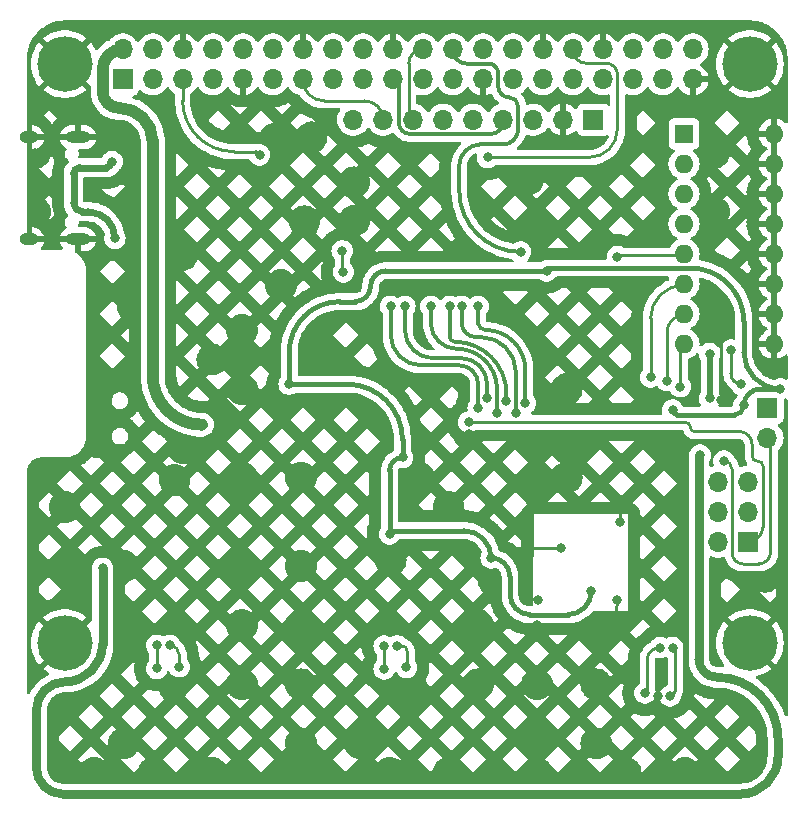
<source format=gbr>
%TF.GenerationSoftware,KiCad,Pcbnew,8.0.1*%
%TF.CreationDate,2024-04-11T22:43:04-04:00*%
%TF.ProjectId,DSPicPiHat,44535069-6350-4694-9861-742e6b696361,rev?*%
%TF.SameCoordinates,Original*%
%TF.FileFunction,Copper,L2,Bot*%
%TF.FilePolarity,Positive*%
%FSLAX46Y46*%
G04 Gerber Fmt 4.6, Leading zero omitted, Abs format (unit mm)*
G04 Created by KiCad (PCBNEW 8.0.1) date 2024-04-11 22:43:04*
%MOMM*%
%LPD*%
G01*
G04 APERTURE LIST*
%TA.AperFunction,ComponentPad*%
%ADD10R,1.700000X1.700000*%
%TD*%
%TA.AperFunction,ComponentPad*%
%ADD11O,1.700000X1.700000*%
%TD*%
%TA.AperFunction,ComponentPad*%
%ADD12R,1.600000X1.600000*%
%TD*%
%TA.AperFunction,ComponentPad*%
%ADD13O,1.600000X1.600000*%
%TD*%
%TA.AperFunction,ComponentPad*%
%ADD14C,4.700000*%
%TD*%
%TA.AperFunction,ComponentPad*%
%ADD15O,2.100000X1.000000*%
%TD*%
%TA.AperFunction,ComponentPad*%
%ADD16O,1.600000X1.000000*%
%TD*%
%TA.AperFunction,ViaPad*%
%ADD17C,0.800000*%
%TD*%
%TA.AperFunction,Conductor*%
%ADD18C,0.750000*%
%TD*%
%TA.AperFunction,Conductor*%
%ADD19C,1.000000*%
%TD*%
%TA.AperFunction,Conductor*%
%ADD20C,0.500000*%
%TD*%
%TA.AperFunction,Conductor*%
%ADD21C,0.250000*%
%TD*%
%TA.AperFunction,Conductor*%
%ADD22C,0.400000*%
%TD*%
%TA.AperFunction,Conductor*%
%ADD23C,0.600000*%
%TD*%
%TA.AperFunction,Conductor*%
%ADD24C,0.300000*%
%TD*%
G04 APERTURE END LIST*
D10*
%TO.P,JP1,1,A*%
%TO.N,Net-(JP1-A)*%
X59500000Y-29095000D03*
D11*
%TO.P,JP1,2,B*%
%TO.N,Net-(JP1-B)*%
X59500000Y-31635000D03*
%TD*%
D10*
%TO.P,J4,1,~{MCLR}/VPP*%
%TO.N,MCLR*%
X57875000Y-40425000D03*
D11*
%TO.P,J4,2,VDD*%
%TO.N,VDD*%
X55335000Y-40425000D03*
%TO.P,J4,3,VSS*%
%TO.N,AVSS*%
X57875000Y-37885000D03*
%TO.P,J4,4,PGD/ICSPDAT*%
%TO.N,PGD*%
X55335000Y-37885000D03*
%TO.P,J4,5,PGC/ICSPCLK*%
%TO.N,PGC*%
X57875000Y-35345000D03*
%TO.P,J4,6,PGM/LVP*%
%TO.N,unconnected-(J4-PGM{slash}LVP-Pad6)*%
X55335000Y-35345000D03*
%TD*%
D12*
%TO.P,SW2,1*%
%TO.N,DIP_00*%
X52432500Y-5900000D03*
D13*
%TO.P,SW2,2*%
%TO.N,DIP_01*%
X52432500Y-8440000D03*
%TO.P,SW2,3*%
%TO.N,DIP_02*%
X52432500Y-10980000D03*
%TO.P,SW2,4*%
%TO.N,DIP_03*%
X52432500Y-13520000D03*
%TO.P,SW2,5*%
%TO.N,DIP_04*%
X52432500Y-16060000D03*
%TO.P,SW2,6*%
%TO.N,DIP_05*%
X52432500Y-18600000D03*
%TO.P,SW2,7*%
%TO.N,DIP_06*%
X52432500Y-21140000D03*
%TO.P,SW2,8*%
%TO.N,DIP_07*%
X52432500Y-23680000D03*
%TO.P,SW2,9*%
%TO.N,AVSS*%
X60052500Y-23680000D03*
%TO.P,SW2,10*%
X60052500Y-21140000D03*
%TO.P,SW2,11*%
X60052500Y-18600000D03*
%TO.P,SW2,12*%
X60052500Y-16060000D03*
%TO.P,SW2,13*%
X60052500Y-13520000D03*
%TO.P,SW2,14*%
X60052500Y-10980000D03*
%TO.P,SW2,15*%
X60052500Y-8440000D03*
%TO.P,SW2,16*%
X60052500Y-5900000D03*
%TD*%
D14*
%TO.P,H4,1,1*%
%TO.N,AVSS*%
X58000000Y0D03*
%TD*%
D15*
%TO.P,J5,S1,SHIELD*%
%TO.N,AVSS*%
X1130000Y-6180000D03*
D16*
X-3050000Y-6180000D03*
D15*
X1130000Y-14820000D03*
D16*
X-3050000Y-14820000D03*
%TD*%
D14*
%TO.P,H1,1,1*%
%TO.N,AVSS*%
X0Y0D03*
%TD*%
%TO.P,H2,1,1*%
%TO.N,AVSS*%
X0Y-49000000D03*
%TD*%
D10*
%TO.P,J1,1,Pin_1*%
%TO.N,VDD*%
X44750000Y-4700000D03*
D11*
%TO.P,J1,2,Pin_2*%
%TO.N,AVSS*%
X42210000Y-4700000D03*
%TO.P,J1,3,Pin_3*%
%TO.N,PI_MISO*%
X39670000Y-4700000D03*
%TO.P,J1,4,Pin_4*%
%TO.N,PI_MOSI*%
X37130000Y-4700000D03*
%TO.P,J1,5,Pin_5*%
%TO.N,PI_SCLK*%
X34590000Y-4700000D03*
%TO.P,J1,6,Pin_6*%
%TO.N,PI_CE1*%
X32050000Y-4700000D03*
%TO.P,J1,7,Pin_7*%
%TO.N,Data{slash}Command*%
X29510000Y-4700000D03*
%TO.P,J1,8,Pin_8*%
%TO.N,RST*%
X26970000Y-4700000D03*
%TO.P,J1,9,Pin_9*%
%TO.N,Backlight*%
X24430000Y-4700000D03*
%TD*%
D14*
%TO.P,H3,1,1*%
%TO.N,AVSS*%
X58000000Y-49000000D03*
%TD*%
D10*
%TO.P,J8,1,Pin_1*%
%TO.N,unconnected-(J8-Pin_1-Pad1)*%
X4900000Y-1290000D03*
D11*
%TO.P,J8,2,Pin_2*%
%TO.N,+5V*%
X4900000Y1250000D03*
%TO.P,J8,3,Pin_3*%
%TO.N,PI_I2C_SDA*%
X7440000Y-1290000D03*
%TO.P,J8,4,Pin_4*%
%TO.N,+5V*%
X7440000Y1250000D03*
%TO.P,J8,5,Pin_5*%
%TO.N,PI_I2C_SCL*%
X9980000Y-1290000D03*
%TO.P,J8,6,Pin_6*%
%TO.N,AVSS*%
X9980000Y1250000D03*
%TO.P,J8,7,Pin_7*%
%TO.N,unconnected-(J8-Pin_7-Pad7)*%
X12520000Y-1290000D03*
%TO.P,J8,8,Pin_8*%
%TO.N,unconnected-(J8-Pin_8-Pad8)*%
X12520000Y1250000D03*
%TO.P,J8,9,Pin_9*%
%TO.N,AVSS*%
X15060000Y-1290000D03*
%TO.P,J8,10,Pin_10*%
%TO.N,unconnected-(J8-Pin_10-Pad10)*%
X15060000Y1250000D03*
%TO.P,J8,11,Pin_11*%
%TO.N,unconnected-(J8-Pin_11-Pad11)*%
X17600000Y-1290000D03*
%TO.P,J8,12,Pin_12*%
%TO.N,unconnected-(J8-Pin_12-Pad12)*%
X17600000Y1250000D03*
%TO.P,J8,13,Pin_13*%
%TO.N,RST*%
X20140000Y-1290000D03*
%TO.P,J8,14,Pin_14*%
%TO.N,AVSS*%
X20140000Y1250000D03*
%TO.P,J8,15,Pin_15*%
%TO.N,unconnected-(J8-Pin_15-Pad15)*%
X22680000Y-1290000D03*
%TO.P,J8,16,Pin_16*%
%TO.N,unconnected-(J8-Pin_16-Pad16)*%
X22680000Y1250000D03*
%TO.P,J8,17,Pin_17*%
%TO.N,unconnected-(J8-Pin_17-Pad17)*%
X25220000Y-1290000D03*
%TO.P,J8,18,Pin_18*%
%TO.N,Backlight*%
X25220000Y1250000D03*
%TO.P,J8,19,Pin_19*%
%TO.N,PI_MOSI*%
X27760000Y-1290000D03*
%TO.P,J8,20,Pin_20*%
%TO.N,AVSS*%
X27760000Y1250000D03*
%TO.P,J8,21,Pin_21*%
%TO.N,PI_MISO*%
X30300000Y-1290000D03*
%TO.P,J8,22,Pin_22*%
%TO.N,Data{slash}Command*%
X30300000Y1250000D03*
%TO.P,J8,23,Pin_23*%
%TO.N,PI_SCLK*%
X32840000Y-1290000D03*
%TO.P,J8,24,Pin_24*%
%TO.N,PI_CE0*%
X32840000Y1250000D03*
%TO.P,J8,25,Pin_25*%
%TO.N,AVSS*%
X35380000Y-1290000D03*
%TO.P,J8,26,Pin_26*%
%TO.N,PI_CE1*%
X35380000Y1250000D03*
%TO.P,J8,27,Pin_27*%
%TO.N,unconnected-(J8-Pin_27-Pad27)*%
X37920000Y-1290000D03*
%TO.P,J8,28,Pin_28*%
%TO.N,unconnected-(J8-Pin_28-Pad28)*%
X37920000Y1250000D03*
%TO.P,J8,29,Pin_29*%
%TO.N,unconnected-(J8-Pin_29-Pad29)*%
X40460000Y-1290000D03*
%TO.P,J8,30,Pin_30*%
%TO.N,AVSS*%
X40460000Y1250000D03*
%TO.P,J8,31,Pin_31*%
%TO.N,unconnected-(J8-Pin_31-Pad31)*%
X43000000Y-1290000D03*
%TO.P,J8,32,Pin_32*%
%TO.N,PI_NEOPIXEL*%
X43000000Y1250000D03*
%TO.P,J8,33,Pin_33*%
%TO.N,unconnected-(J8-Pin_33-Pad33)*%
X45540000Y-1290000D03*
%TO.P,J8,34,Pin_34*%
%TO.N,AVSS*%
X45540000Y1250000D03*
%TO.P,J8,35,Pin_35*%
%TO.N,unconnected-(J8-Pin_35-Pad35)*%
X48080000Y-1290000D03*
%TO.P,J8,36,Pin_36*%
%TO.N,unconnected-(J8-Pin_36-Pad36)*%
X48080000Y1250000D03*
%TO.P,J8,37,Pin_37*%
%TO.N,unconnected-(J8-Pin_37-Pad37)*%
X50620000Y-1290000D03*
%TO.P,J8,38,Pin_38*%
%TO.N,unconnected-(J8-Pin_38-Pad38)*%
X50620000Y1250000D03*
%TO.P,J8,39,Pin_39*%
%TO.N,AVSS*%
X53160000Y-1290000D03*
%TO.P,J8,40,Pin_40*%
%TO.N,unconnected-(J8-Pin_40-Pad40)*%
X53160000Y1250000D03*
%TD*%
D17*
%TO.N,+5V*%
X54600000Y-24500000D03*
X11625000Y-30525000D03*
X54600000Y-28300000D03*
X3200000Y-42700000D03*
X53800000Y-33100000D03*
%TO.N,Net-(JP1-A)*%
X57300000Y-27100000D03*
X56400000Y-24200000D03*
%TO.N,VDD*%
X60600000Y-27500000D03*
X28600000Y-33300000D03*
X57500000Y-28900000D03*
X51475500Y-29300000D03*
X36100000Y-41800000D03*
X19000000Y-27100000D03*
X27500000Y-39768750D03*
X40800000Y-17500000D03*
X44600000Y-44600000D03*
%TO.N,Net-(C18-Pad1)*%
X4000000Y-8250000D03*
X4250000Y-14750000D03*
%TO.N,dsPIC_LED_00*%
X39000000Y-28700000D03*
X35000000Y-20500000D03*
%TO.N,dsPIC_LED_01*%
X33600000Y-20500000D03*
X38200000Y-29500000D03*
%TO.N,dsPIC_LED_02*%
X37400000Y-28500000D03*
X32600000Y-20500000D03*
%TO.N,dsPIC_LED_03*%
X31000000Y-20500000D03*
X36600000Y-29500000D03*
%TO.N,dsPIC_LED_04*%
X35749500Y-28300000D03*
X28800000Y-20500000D03*
%TO.N,dsPIC_LED_05*%
X27600000Y-20500000D03*
X35000000Y-29100000D03*
%TO.N,MCLR*%
X34200000Y-30300000D03*
%TO.N,PI_I2C_SCL*%
X16500000Y-7700000D03*
%TO.N,PI_CE0*%
X38600000Y-15900000D03*
%TO.N,PI_NEOPIXEL*%
X35800000Y-7900000D03*
%TO.N,Net-(JP1-B)*%
X55800000Y-33600000D03*
%TO.N,DIP_07*%
X52107448Y-27292552D03*
%TO.N,DIP_06*%
X51000000Y-26800000D03*
%TO.N,DIP_05*%
X49600000Y-26500000D03*
%TO.N,DIP_04*%
X46800000Y-16300000D03*
%TO.N,EXT_ADC_X_01*%
X7793998Y-49206002D03*
X7793998Y-51161131D03*
%TO.N,EXT_ADC_X_02*%
X9684650Y-51020539D03*
X8900000Y-49200000D03*
%TO.N,EXT_ADC_Y_01*%
X27043998Y-51206131D03*
X27043998Y-49251002D03*
%TO.N,EXT_ADC_Y_02*%
X28934650Y-51065539D03*
X28150000Y-49245000D03*
%TO.N,EXT_ADC_Z_01*%
X49124500Y-53250000D03*
X50400000Y-49400000D03*
%TO.N,EXT_ADC_Z_02*%
X51475333Y-49399996D03*
X51250000Y-53500000D03*
%TO.N,U1RX*%
X23500000Y-15800000D03*
X23600000Y-17600000D03*
%TO.N,AVSS*%
X34200000Y-31300000D03*
X22500000Y-25000000D03*
X20000000Y-42500000D03*
X27600000Y-42000000D03*
X52500000Y-60000000D03*
X50675500Y-32100000D03*
X35000000Y-52500000D03*
X40000000Y-35000000D03*
X55000000Y-2500000D03*
X5500000Y-6250000D03*
X25000000Y-57500000D03*
X53400000Y-26100000D03*
X20900000Y-6200000D03*
X2750000Y-32000000D03*
X50250000Y-53500000D03*
X20000000Y-52500000D03*
X15000000Y-42500000D03*
X40000000Y-32500000D03*
X39700000Y-14200000D03*
X3000000Y-15250000D03*
X32500000Y-37500000D03*
X55000000Y-47500000D03*
X46800000Y-45400000D03*
X59300000Y-43400000D03*
X15000000Y-27500000D03*
X20000000Y-57500000D03*
X32500000Y-60000000D03*
X58900000Y-22600000D03*
X0Y-42500000D03*
X30600000Y-3000000D03*
X15000000Y-25000000D03*
X12500000Y-25000000D03*
X35000000Y-47500000D03*
X-2500000Y-7500000D03*
X10000000Y-32500000D03*
X24500000Y-10000000D03*
X12499999Y-59999999D03*
X2500000Y2750000D03*
X20000000Y-47500000D03*
X20000000Y-35000000D03*
X55000000Y2750000D03*
X9300000Y-35200000D03*
X45000000Y-47500000D03*
X20000000Y-60000000D03*
X5000000Y-57500000D03*
X55000000Y-20000000D03*
X29422842Y-52847086D03*
X40000000Y-47500000D03*
X15000000Y-47500000D03*
X47000000Y-38750000D03*
X40000000Y-52500000D03*
X17800000Y-6300000D03*
X42500000Y-35000000D03*
X47500000Y-60000000D03*
X5000000Y-42500000D03*
X0Y-37500000D03*
X5750000Y-20500000D03*
X2500000Y-60000000D03*
X45000000Y-52500000D03*
X15000000Y-35000000D03*
X9200000Y-52600000D03*
X55593849Y-28406137D03*
X27500000Y-60000000D03*
X-2500000Y-12500000D03*
X24500000Y-13250000D03*
X7500000Y-60000000D03*
X55000000Y-7500000D03*
X42000000Y-41000000D03*
X20300000Y-13300000D03*
X18300000Y-18700000D03*
X42500000Y-32500000D03*
X41100000Y-29100000D03*
X60000000Y-52500000D03*
X2750000Y-28000000D03*
X42500000Y-27500000D03*
X30000000Y-35000000D03*
X15000000Y-52500000D03*
X9900000Y-16200000D03*
X45000000Y-57500000D03*
X39250000Y-9750000D03*
X40100000Y-45400000D03*
X56300000Y-22500000D03*
X5000000Y-47500000D03*
X36300000Y-43700000D03*
X40000000Y-57500000D03*
X40000000Y-60000000D03*
X15000000Y-22500000D03*
X55000000Y-12500000D03*
%TD*%
D18*
%TO.N,+5V*%
X60400000Y-57100000D02*
X60400000Y-58600000D01*
D19*
X7440000Y-26340000D02*
X7440000Y-6540000D01*
X3200000Y-2300000D02*
X3200000Y-450000D01*
D18*
X53700000Y-50400000D02*
X53700000Y-33200000D01*
X-159809Y-61800000D02*
X57200000Y-61800000D01*
X3200000Y-42700000D02*
X3200000Y-49100000D01*
D20*
X54600000Y-24500000D02*
X54600000Y-28300000D01*
D18*
X-2400000Y-54700000D02*
X-2400000Y-59559809D01*
X55200000Y-51900000D02*
G75*
G02*
X53700000Y-50400000I0J1500000D01*
G01*
X60400000Y-57100000D02*
G75*
G03*
X55200000Y-51900000I-5200000J0D01*
G01*
D19*
X7440000Y-6540000D02*
G75*
G03*
X4600000Y-3700000I-2840000J0D01*
G01*
D18*
X0Y-52300000D02*
G75*
G03*
X-2400000Y-54700000I0J-2400000D01*
G01*
X60400000Y-58600000D02*
G75*
G02*
X57200000Y-61800000I-3200000J0D01*
G01*
X3200000Y-49100000D02*
G75*
G02*
X0Y-52300000I-3200000J0D01*
G01*
X-2400000Y-59559809D02*
G75*
G03*
X-159809Y-61800000I2240200J9D01*
G01*
X53700000Y-33200000D02*
G75*
G02*
X53800000Y-33100000I100000J0D01*
G01*
D19*
X3200000Y-450000D02*
G75*
G02*
X4900000Y1250000I1700000J0D01*
G01*
X11625000Y-30525000D02*
G75*
G02*
X7440000Y-26340000I0J4185000D01*
G01*
X4600000Y-3700000D02*
G75*
G02*
X3200000Y-2300000I0J1400000D01*
G01*
D21*
%TO.N,Net-(JP1-A)*%
X56400000Y-26200000D02*
X56400000Y-24200000D01*
X57300000Y-27100000D02*
G75*
G02*
X56400000Y-26200000I0J900000D01*
G01*
D22*
%TO.N,VDD*%
X28600000Y-31800000D02*
X28600000Y-32800000D01*
X52960000Y-17260000D02*
X41040000Y-17260000D01*
X57500000Y-24000000D02*
X57500000Y-21800000D01*
X57500000Y-24400000D02*
X57500000Y-24000000D01*
X27500000Y-37000000D02*
X27500000Y-39768750D01*
X19000000Y-27100000D02*
X19000000Y-25200000D01*
X51875500Y-29700000D02*
X56700000Y-29700000D01*
X58900000Y-27500000D02*
X60600000Y-27500000D01*
X19000000Y-25200000D02*
X19000000Y-24400000D01*
X23300000Y-20100000D02*
X24600000Y-20100000D01*
X37700000Y-44900000D02*
X37700000Y-43400000D01*
X33800000Y-39500000D02*
X27768750Y-39500000D01*
X27200000Y-17500000D02*
X40200000Y-17500000D01*
X27500000Y-37000000D02*
X27500000Y-34400000D01*
X21000000Y-27100000D02*
X19000000Y-27100000D01*
X23900000Y-27100000D02*
X21000000Y-27100000D01*
X40200000Y-17500000D02*
X40800000Y-17500000D01*
X42600000Y-46600000D02*
X39400000Y-46600000D01*
X28600000Y-32800000D02*
X28600000Y-33300000D01*
X56700000Y-29700000D02*
G75*
G03*
X57500000Y-28900000I0J800000D01*
G01*
X27768750Y-39500000D02*
G75*
G03*
X27500000Y-39768750I-50J-268700D01*
G01*
X27500000Y-34400000D02*
G75*
G02*
X28600000Y-33300000I1100000J0D01*
G01*
X57500000Y-21800000D02*
G75*
G03*
X52960000Y-17260000I-4540000J0D01*
G01*
X25900000Y-18800000D02*
G75*
G02*
X27200000Y-17500000I1300000J0D01*
G01*
X42600000Y-46600000D02*
G75*
G03*
X44600000Y-44600000I0J2000000D01*
G01*
X57500000Y-28900000D02*
G75*
G02*
X58900000Y-27500000I1400000J0D01*
G01*
X19000000Y-24400000D02*
G75*
G02*
X23300000Y-20100000I4300000J0D01*
G01*
X41040000Y-17260000D02*
G75*
G03*
X40800000Y-17500000I0J-240000D01*
G01*
X23900000Y-27100000D02*
G75*
G02*
X28600000Y-31800000I0J-4700000D01*
G01*
X24600000Y-20100000D02*
G75*
G03*
X25900000Y-18800000I0J1300000D01*
G01*
X39400000Y-46600000D02*
G75*
G02*
X37700000Y-44900000I0J1700000D01*
G01*
X60600000Y-27500000D02*
G75*
G02*
X57500000Y-24400000I0J3100000D01*
G01*
X51475500Y-29300000D02*
G75*
G03*
X51875500Y-29700000I400000J0D01*
G01*
X37700000Y-43400000D02*
G75*
G03*
X36100000Y-41800000I-1600000J0D01*
G01*
X36100000Y-41800000D02*
G75*
G03*
X33800000Y-39500000I-2300000J0D01*
G01*
D23*
%TO.N,Net-(C18-Pad1)*%
X750000Y-9250000D02*
X750000Y-11750000D01*
X3500000Y-8750000D02*
X1250000Y-8750000D01*
X2000000Y-12500000D02*
X1500000Y-12500000D01*
X750000Y-11750000D02*
G75*
G03*
X1500000Y-12500000I750000J0D01*
G01*
X1250000Y-8750000D02*
G75*
G03*
X750000Y-9250000I0J-500000D01*
G01*
X4000000Y-8250000D02*
G75*
G02*
X3500000Y-8750000I-500000J0D01*
G01*
X4250000Y-14750000D02*
G75*
G03*
X2000000Y-12500000I-2250000J0D01*
G01*
D24*
%TO.N,dsPIC_LED_00*%
X35001415Y-21967444D02*
X35001415Y-20501415D01*
X39000000Y-25900000D02*
X39000000Y-28700000D01*
X35001416Y-21967444D02*
G75*
G03*
X35600000Y-22500000I600384J72144D01*
G01*
X35600000Y-22500000D02*
G75*
G02*
X39000000Y-25900000I0J-3400000D01*
G01*
X35001415Y-20501415D02*
G75*
G03*
X35000000Y-20499985I-1415J15D01*
G01*
%TO.N,dsPIC_LED_01*%
X34800000Y-23100000D02*
X35228840Y-23100000D01*
X38200000Y-26071160D02*
X38200000Y-29500000D01*
X33600000Y-20500000D02*
X33601998Y-20501998D01*
X33601998Y-20501998D02*
X33601998Y-22004812D01*
X35228840Y-23100000D02*
G75*
G02*
X38200000Y-26071160I-40J-2971200D01*
G01*
X33601998Y-22004812D02*
G75*
G03*
X34800000Y-23100006I1199902J109712D01*
G01*
%TO.N,dsPIC_LED_02*%
X32600000Y-22300000D02*
X32600000Y-23100427D01*
X37400000Y-28500000D02*
X37400000Y-27900427D01*
X32600000Y-20500000D02*
X32600000Y-22300000D01*
X37400000Y-27900427D02*
G75*
G03*
X32999573Y-23500000I-4400400J27D01*
G01*
X32600000Y-23100427D02*
G75*
G03*
X32999573Y-23500000I399600J27D01*
G01*
%TO.N,dsPIC_LED_03*%
X31000000Y-20500000D02*
X31002195Y-20502195D01*
X36600000Y-27500000D02*
X36600000Y-29500000D01*
X31002195Y-20502195D02*
X31002195Y-22044052D01*
X31002195Y-22044052D02*
G75*
G03*
X33200000Y-24099928I2199605J148752D01*
G01*
X33200000Y-24100000D02*
G75*
G02*
X36600000Y-27500000I0J-3400000D01*
G01*
%TO.N,dsPIC_LED_04*%
X35749500Y-27049500D02*
X35749500Y-28300000D01*
X28800000Y-20500000D02*
X28800000Y-22500000D01*
X31200000Y-24900000D02*
X33600000Y-24900000D01*
X33600000Y-24900000D02*
G75*
G02*
X35749500Y-27049500I0J-2149500D01*
G01*
X28800000Y-22500000D02*
G75*
G03*
X31200000Y-24900000I2400000J0D01*
G01*
%TO.N,dsPIC_LED_05*%
X35000000Y-27100000D02*
X35000000Y-29100000D01*
X27600000Y-20500000D02*
X27600000Y-22900000D01*
X30200000Y-25500000D02*
X33400000Y-25500000D01*
X33400000Y-25500000D02*
G75*
G02*
X35000000Y-27100000I0J-1600000D01*
G01*
X27600000Y-22900000D02*
G75*
G03*
X30200000Y-25500000I2600000J0D01*
G01*
D21*
%TO.N,MCLR*%
X59100000Y-34000000D02*
X59100000Y-39200000D01*
X53300000Y-31100000D02*
X57100000Y-31100000D01*
X58200000Y-32200000D02*
X58200000Y-33200000D01*
X34200000Y-30300000D02*
X52500000Y-30300000D01*
X58600000Y-33600000D02*
X58700000Y-33600000D01*
X52500000Y-30300000D02*
G75*
G02*
X53000000Y-30800000I0J-500000D01*
G01*
X58200000Y-33200000D02*
G75*
G03*
X58600000Y-33600000I400000J0D01*
G01*
X59100000Y-39200000D02*
G75*
G02*
X57875000Y-40425000I-1225000J0D01*
G01*
X57100000Y-31100000D02*
G75*
G02*
X58200000Y-32200000I0J-1100000D01*
G01*
X53000000Y-30800000D02*
G75*
G03*
X53300000Y-31100000I300000J0D01*
G01*
X58700000Y-33600000D02*
G75*
G02*
X59100000Y-34000000I0J-400000D01*
G01*
D24*
%TO.N,PI_MOSI*%
X28300000Y-5000000D02*
X28300000Y-1830000D01*
X37130000Y-4700000D02*
X37130000Y-4870000D01*
X36100000Y-5900000D02*
X29200000Y-5900000D01*
X37130000Y-4870000D02*
G75*
G02*
X36100000Y-5900000I-1030000J0D01*
G01*
X28300000Y-1830000D02*
G75*
G03*
X27760000Y-1290000I-540000J0D01*
G01*
X29200000Y-5900000D02*
G75*
G02*
X28300000Y-5000000I0J900000D01*
G01*
D21*
%TO.N,PI_I2C_SCL*%
X9980000Y-1290000D02*
X9980000Y-3080000D01*
X14300000Y-7400000D02*
X16200000Y-7400000D01*
X9980000Y-3080000D02*
G75*
G03*
X14300000Y-7400000I4320000J0D01*
G01*
X16200000Y-7400000D02*
G75*
G02*
X16500000Y-7700000I0J-300000D01*
G01*
%TO.N,RST*%
X25370000Y-3100000D02*
X21950000Y-3100000D01*
X21950000Y-3100000D02*
G75*
G02*
X20140000Y-1290000I0J1810000D01*
G01*
X26970000Y-4700000D02*
G75*
G03*
X25370000Y-3100000I-1600000J0D01*
G01*
%TO.N,Data{slash}Command*%
X29125000Y-4315000D02*
X29125000Y75000D01*
X29125000Y75000D02*
G75*
G02*
X30300000Y1250000I1175000J0D01*
G01*
X29510000Y-4700000D02*
G75*
G02*
X29125000Y-4315000I0J385000D01*
G01*
D24*
%TO.N,PI_CE0*%
X38400000Y-5500000D02*
X38400000Y-3600000D01*
X33400000Y-10700000D02*
X33400000Y-8600000D01*
X35200000Y-6800000D02*
X37100000Y-6800000D01*
X36700000Y-1900000D02*
X36700000Y-772943D01*
X35877057Y50000D02*
X34040000Y50000D01*
X37100000Y-6800000D02*
G75*
G03*
X38400000Y-5500000I0J1300000D01*
G01*
X35877057Y50000D02*
G75*
G02*
X36700000Y-772943I43J-822900D01*
G01*
X38400000Y-3600000D02*
G75*
G03*
X37600000Y-2800000I-800000J0D01*
G01*
X34040000Y50000D02*
G75*
G02*
X32840000Y1250000I0J1200000D01*
G01*
X37600000Y-2800000D02*
G75*
G02*
X36700000Y-1900000I0J900000D01*
G01*
X33400000Y-8600000D02*
G75*
G02*
X35200000Y-6800000I1800000J0D01*
G01*
X38600000Y-15900000D02*
G75*
G02*
X33400000Y-10700000I0J5200000D01*
G01*
D21*
%TO.N,PI_NEOPIXEL*%
X44175000Y75000D02*
X45836701Y75000D01*
X44400000Y-7900000D02*
X35800000Y-7900000D01*
X46800000Y-888299D02*
X46800000Y-5500000D01*
X45836701Y75000D02*
G75*
G02*
X46800000Y-888299I-1J-963300D01*
G01*
X46800000Y-5500000D02*
G75*
G02*
X44400000Y-7900000I-2400000J0D01*
G01*
X43000000Y1250000D02*
G75*
G03*
X44175000Y75000I1175000J0D01*
G01*
%TO.N,Net-(JP1-B)*%
X57400000Y-42300000D02*
X58800000Y-42300000D01*
X56510000Y-34310000D02*
X56510000Y-41410000D01*
X59500000Y-31635000D02*
X59750000Y-31885000D01*
X59750000Y-31885000D02*
X59750000Y-41350000D01*
X59750000Y-41350000D02*
G75*
G02*
X58800000Y-42300000I-950000J0D01*
G01*
X56510000Y-41410000D02*
G75*
G03*
X57400000Y-42300000I890000J0D01*
G01*
X55800000Y-33600000D02*
G75*
G02*
X56510000Y-34310000I0J-710000D01*
G01*
%TO.N,DIP_07*%
X52107448Y-27292552D02*
X52107448Y-24105052D01*
X52107448Y-24105052D02*
G75*
G02*
X52432500Y-23780048I325052J-48D01*
G01*
%TO.N,DIP_06*%
X51000000Y-26800000D02*
X51000000Y-22672500D01*
X51000000Y-22672500D02*
G75*
G02*
X52432500Y-21240000I1432500J0D01*
G01*
%TO.N,DIP_05*%
X49600000Y-26500000D02*
X49600000Y-21532500D01*
X49600000Y-21532500D02*
G75*
G02*
X52432500Y-18700000I2832500J0D01*
G01*
%TO.N,DIP_04*%
X46940000Y-16160000D02*
X52432500Y-16160000D01*
X46800000Y-16300000D02*
G75*
G02*
X46940000Y-16160000I140000J0D01*
G01*
%TO.N,EXT_ADC_X_01*%
X7793998Y-51161131D02*
X7793998Y-49206002D01*
%TO.N,EXT_ADC_X_02*%
X9684650Y-49984650D02*
X9684650Y-51020539D01*
X8900000Y-49200000D02*
G75*
G02*
X9684700Y-49984650I0J-784700D01*
G01*
%TO.N,EXT_ADC_Y_01*%
X27043998Y-51206131D02*
X27043998Y-49251002D01*
%TO.N,EXT_ADC_Y_02*%
X29000000Y-49700000D02*
X29000000Y-51000189D01*
X28150000Y-49245000D02*
X28545000Y-49245000D01*
X29000000Y-51000189D02*
G75*
G02*
X28934650Y-51065600I-65400J-11D01*
G01*
X28545000Y-49245000D02*
G75*
G02*
X29000000Y-49700000I0J-455000D01*
G01*
%TO.N,EXT_ADC_Z_01*%
X49301855Y-53072645D02*
X49301855Y-50403925D01*
X49124500Y-53250000D02*
G75*
G03*
X49301900Y-53072645I0J177400D01*
G01*
X49301856Y-50403925D02*
G75*
G02*
X50400000Y-49400068I1099844J-100575D01*
G01*
%TO.N,EXT_ADC_Z_02*%
X51675500Y-49600163D02*
X51675500Y-53074500D01*
X51675500Y-53074500D02*
G75*
G02*
X51250000Y-53500000I-425500J0D01*
G01*
X51475333Y-49399996D02*
G75*
G02*
X51675504Y-49600163I-33J-200204D01*
G01*
%TO.N,U1RX*%
X23500000Y-15800000D02*
X23500000Y-17500000D01*
X23500000Y-17500000D02*
G75*
G03*
X23600000Y-17600000I100000J0D01*
G01*
%TO.N,AVSS*%
X42000000Y-41000000D02*
X37800000Y-41000000D01*
X46800000Y-45700000D02*
X46800000Y-45400000D01*
X55600000Y-23200000D02*
X55600000Y-25300000D01*
X47000000Y-38750000D02*
X47000000Y-37750000D01*
X40100000Y-45400000D02*
X39900000Y-45400000D01*
X56300000Y-22500000D02*
G75*
G03*
X55600000Y-23200000I0J-700000D01*
G01*
X47000000Y-37750000D02*
G75*
G02*
X47500000Y-37250000I500000J0D01*
G01*
X37800000Y-41000000D02*
G75*
G02*
X37200000Y-40400000I0J600000D01*
G01*
X45000000Y-47500000D02*
G75*
G03*
X46800000Y-45700000I0J1800000D01*
G01*
X39900000Y-45400000D02*
G75*
G02*
X39150000Y-44650000I0J750000D01*
G01*
%TD*%
%TA.AperFunction,Conductor*%
%TO.N,AVSS*%
G36*
X57927344Y3699500D02*
G01*
X57952405Y3699500D01*
X57996706Y3699500D01*
X58003300Y3699327D01*
X58327838Y3682319D01*
X58340954Y3680941D01*
X58658691Y3630616D01*
X58671591Y3627874D01*
X58938820Y3556270D01*
X58982325Y3544613D01*
X58994867Y3540538D01*
X59295192Y3425254D01*
X59307224Y3419898D01*
X59593873Y3273843D01*
X59605282Y3267256D01*
X59875083Y3092045D01*
X59875085Y3092044D01*
X59885755Y3084291D01*
X60135751Y2881848D01*
X60145552Y2873023D01*
X60373022Y2645553D01*
X60381847Y2635752D01*
X60584290Y2385756D01*
X60592043Y2375086D01*
X60767251Y2105289D01*
X60773845Y2093868D01*
X60919893Y1807233D01*
X60925257Y1795184D01*
X61040536Y1494869D01*
X61044612Y1482326D01*
X61127873Y1171592D01*
X61130615Y1158692D01*
X61180940Y840955D01*
X61182318Y827839D01*
X61199327Y503303D01*
X61199500Y496708D01*
X61199500Y-4893019D01*
X61179498Y-4961140D01*
X61125842Y-5007633D01*
X61055568Y-5017737D01*
X60990988Y-4988243D01*
X60984405Y-4982114D01*
X60896480Y-4894189D01*
X60896474Y-4894184D01*
X60708998Y-4762912D01*
X60501573Y-4666188D01*
X60501571Y-4666187D01*
X60306500Y-4613917D01*
X60306500Y-5588314D01*
X60298106Y-5579920D01*
X60206894Y-5527259D01*
X60105161Y-5500000D01*
X59999839Y-5500000D01*
X59898106Y-5527259D01*
X59806894Y-5579920D01*
X59798500Y-5588314D01*
X59798500Y-4613917D01*
X59798499Y-4613917D01*
X59603428Y-4666187D01*
X59603426Y-4666188D01*
X59396001Y-4762912D01*
X59208525Y-4894184D01*
X59208519Y-4894189D01*
X59046689Y-5056019D01*
X59046684Y-5056025D01*
X58915412Y-5243501D01*
X58818688Y-5450926D01*
X58818686Y-5450931D01*
X58766417Y-5646000D01*
X59740814Y-5646000D01*
X59732420Y-5654394D01*
X59679759Y-5745606D01*
X59652500Y-5847339D01*
X59652500Y-5952661D01*
X59679759Y-6054394D01*
X59732420Y-6145606D01*
X59740814Y-6154000D01*
X58766418Y-6154000D01*
X58818686Y-6349068D01*
X58818688Y-6349073D01*
X58915412Y-6556498D01*
X59046684Y-6743974D01*
X59046689Y-6743980D01*
X59208519Y-6905810D01*
X59208525Y-6905815D01*
X59396003Y-7037089D01*
X59436141Y-7055806D01*
X59489425Y-7102723D01*
X59508886Y-7171000D01*
X59488344Y-7238960D01*
X59436141Y-7284194D01*
X59396003Y-7302910D01*
X59208525Y-7434184D01*
X59208519Y-7434189D01*
X59046689Y-7596019D01*
X59046684Y-7596025D01*
X58915412Y-7783501D01*
X58818688Y-7990926D01*
X58818686Y-7990931D01*
X58766417Y-8186000D01*
X59740814Y-8186000D01*
X59732420Y-8194394D01*
X59679759Y-8285606D01*
X59652500Y-8387339D01*
X59652500Y-8492661D01*
X59679759Y-8594394D01*
X59732420Y-8685606D01*
X59740814Y-8694000D01*
X58766418Y-8694000D01*
X58818686Y-8889068D01*
X58818688Y-8889073D01*
X58915412Y-9096498D01*
X59046684Y-9283974D01*
X59046689Y-9283980D01*
X59208519Y-9445810D01*
X59208525Y-9445815D01*
X59396003Y-9577089D01*
X59436141Y-9595806D01*
X59489425Y-9642723D01*
X59508886Y-9711000D01*
X59488344Y-9778960D01*
X59436141Y-9824194D01*
X59396003Y-9842910D01*
X59208525Y-9974184D01*
X59208519Y-9974189D01*
X59046689Y-10136019D01*
X59046684Y-10136025D01*
X58915412Y-10323501D01*
X58818688Y-10530926D01*
X58818686Y-10530931D01*
X58766417Y-10726000D01*
X59740814Y-10726000D01*
X59732420Y-10734394D01*
X59679759Y-10825606D01*
X59652500Y-10927339D01*
X59652500Y-11032661D01*
X59679759Y-11134394D01*
X59732420Y-11225606D01*
X59740814Y-11234000D01*
X58766418Y-11234000D01*
X58818686Y-11429068D01*
X58818688Y-11429073D01*
X58915412Y-11636498D01*
X59046684Y-11823974D01*
X59046689Y-11823980D01*
X59208519Y-11985810D01*
X59208525Y-11985815D01*
X59396003Y-12117089D01*
X59436141Y-12135806D01*
X59489425Y-12182723D01*
X59508886Y-12251000D01*
X59488344Y-12318960D01*
X59436141Y-12364194D01*
X59396003Y-12382910D01*
X59208525Y-12514184D01*
X59208519Y-12514189D01*
X59046689Y-12676019D01*
X59046684Y-12676025D01*
X58915412Y-12863501D01*
X58818688Y-13070926D01*
X58818686Y-13070931D01*
X58766417Y-13266000D01*
X59740814Y-13266000D01*
X59732420Y-13274394D01*
X59679759Y-13365606D01*
X59652500Y-13467339D01*
X59652500Y-13572661D01*
X59679759Y-13674394D01*
X59732420Y-13765606D01*
X59740814Y-13774000D01*
X58766418Y-13774000D01*
X58818686Y-13969068D01*
X58818688Y-13969073D01*
X58915412Y-14176498D01*
X59046684Y-14363974D01*
X59046689Y-14363980D01*
X59208519Y-14525810D01*
X59208525Y-14525815D01*
X59396003Y-14657089D01*
X59436141Y-14675806D01*
X59489425Y-14722723D01*
X59508886Y-14791000D01*
X59488344Y-14858960D01*
X59436141Y-14904194D01*
X59396003Y-14922910D01*
X59208525Y-15054184D01*
X59208519Y-15054189D01*
X59046689Y-15216019D01*
X59046684Y-15216025D01*
X58915412Y-15403501D01*
X58818688Y-15610926D01*
X58818686Y-15610931D01*
X58766417Y-15806000D01*
X59740814Y-15806000D01*
X59732420Y-15814394D01*
X59679759Y-15905606D01*
X59652500Y-16007339D01*
X59652500Y-16112661D01*
X59679759Y-16214394D01*
X59732420Y-16305606D01*
X59740814Y-16314000D01*
X58766418Y-16314000D01*
X58818686Y-16509068D01*
X58818688Y-16509073D01*
X58915412Y-16716498D01*
X59046684Y-16903974D01*
X59046689Y-16903980D01*
X59208519Y-17065810D01*
X59208525Y-17065815D01*
X59396003Y-17197089D01*
X59436141Y-17215806D01*
X59489425Y-17262723D01*
X59508886Y-17331000D01*
X59488344Y-17398960D01*
X59436141Y-17444194D01*
X59396003Y-17462910D01*
X59208525Y-17594184D01*
X59208519Y-17594189D01*
X59046689Y-17756019D01*
X59046684Y-17756025D01*
X58915412Y-17943501D01*
X58818688Y-18150926D01*
X58818686Y-18150931D01*
X58766417Y-18346000D01*
X59740814Y-18346000D01*
X59732420Y-18354394D01*
X59679759Y-18445606D01*
X59652500Y-18547339D01*
X59652500Y-18652661D01*
X59679759Y-18754394D01*
X59732420Y-18845606D01*
X59740814Y-18854000D01*
X58766418Y-18854000D01*
X58818686Y-19049068D01*
X58818688Y-19049073D01*
X58915412Y-19256498D01*
X59046684Y-19443974D01*
X59046689Y-19443980D01*
X59208519Y-19605810D01*
X59208525Y-19605815D01*
X59396003Y-19737089D01*
X59436141Y-19755806D01*
X59489425Y-19802723D01*
X59508886Y-19871000D01*
X59488344Y-19938960D01*
X59436141Y-19984194D01*
X59396003Y-20002910D01*
X59208525Y-20134184D01*
X59208519Y-20134189D01*
X59046689Y-20296019D01*
X59046684Y-20296025D01*
X58915412Y-20483501D01*
X58818688Y-20690926D01*
X58818686Y-20690931D01*
X58766417Y-20886000D01*
X59740814Y-20886000D01*
X59732420Y-20894394D01*
X59679759Y-20985606D01*
X59652500Y-21087339D01*
X59652500Y-21192661D01*
X59679759Y-21294394D01*
X59732420Y-21385606D01*
X59740814Y-21394000D01*
X58766418Y-21394000D01*
X58818686Y-21589068D01*
X58818688Y-21589073D01*
X58915412Y-21796498D01*
X59046684Y-21983974D01*
X59046689Y-21983980D01*
X59208519Y-22145810D01*
X59208525Y-22145815D01*
X59396003Y-22277089D01*
X59436141Y-22295806D01*
X59489425Y-22342723D01*
X59508886Y-22411000D01*
X59488344Y-22478960D01*
X59436141Y-22524194D01*
X59396003Y-22542910D01*
X59208525Y-22674184D01*
X59208519Y-22674189D01*
X59046689Y-22836019D01*
X59046684Y-22836025D01*
X58915412Y-23023501D01*
X58818688Y-23230926D01*
X58818686Y-23230931D01*
X58766417Y-23426000D01*
X59740814Y-23426000D01*
X59732420Y-23434394D01*
X59679759Y-23525606D01*
X59652500Y-23627339D01*
X59652500Y-23732661D01*
X59679759Y-23834394D01*
X59732420Y-23925606D01*
X59740814Y-23934000D01*
X58766418Y-23934000D01*
X58818686Y-24129068D01*
X58818688Y-24129073D01*
X58915412Y-24336498D01*
X59046684Y-24523974D01*
X59046689Y-24523980D01*
X59208519Y-24685810D01*
X59208525Y-24685815D01*
X59396001Y-24817087D01*
X59603426Y-24913811D01*
X59603431Y-24913813D01*
X59798500Y-24966081D01*
X59798500Y-23991686D01*
X59806894Y-24000080D01*
X59898106Y-24052741D01*
X59999839Y-24080000D01*
X60105161Y-24080000D01*
X60206894Y-24052741D01*
X60298106Y-24000080D01*
X60306500Y-23991686D01*
X60306500Y-24966081D01*
X60501568Y-24913813D01*
X60501573Y-24913811D01*
X60708998Y-24817087D01*
X60896474Y-24685815D01*
X60896480Y-24685810D01*
X60984405Y-24597886D01*
X61046717Y-24563860D01*
X61117532Y-24568925D01*
X61174368Y-24611472D01*
X61199179Y-24677992D01*
X61199500Y-24686981D01*
X61199500Y-26578414D01*
X61179498Y-26646535D01*
X61125842Y-26693028D01*
X61055568Y-26703132D01*
X61022252Y-26693521D01*
X60882290Y-26631206D01*
X60695487Y-26591500D01*
X60504513Y-26591500D01*
X60317711Y-26631206D01*
X60143249Y-26708881D01*
X60138276Y-26711753D01*
X60069280Y-26728489D01*
X60052566Y-26726568D01*
X60035175Y-26723381D01*
X60020402Y-26719740D01*
X59759235Y-26638357D01*
X59745008Y-26632961D01*
X59495568Y-26520697D01*
X59482096Y-26513627D01*
X59396229Y-26461719D01*
X59247991Y-26372106D01*
X59235477Y-26363468D01*
X59020136Y-26194759D01*
X59008748Y-26184669D01*
X58815330Y-25991251D01*
X58805240Y-25979863D01*
X58792075Y-25963059D01*
X58636528Y-25764519D01*
X58627895Y-25752012D01*
X58486370Y-25517899D01*
X58479302Y-25504431D01*
X58454848Y-25450097D01*
X58367036Y-25254986D01*
X58361642Y-25240764D01*
X58327195Y-25130219D01*
X58280256Y-24979586D01*
X58276620Y-24964835D01*
X58227308Y-24695747D01*
X58225477Y-24680666D01*
X58208730Y-24403801D01*
X58208500Y-24396194D01*
X58208500Y-21582926D01*
X58208500Y-21582920D01*
X58172647Y-21150244D01*
X58101187Y-20722006D01*
X58101186Y-20722002D01*
X58101185Y-20721996D01*
X58101184Y-20721994D01*
X57994609Y-20301139D01*
X57994605Y-20301125D01*
X57853639Y-19890506D01*
X57853636Y-19890497D01*
X57729274Y-19606981D01*
X57679238Y-19492910D01*
X57679236Y-19492906D01*
X57472599Y-19111074D01*
X57235137Y-18747611D01*
X56968471Y-18404999D01*
X56968468Y-18404996D01*
X56968466Y-18404993D01*
X56674423Y-18085576D01*
X56355005Y-17791533D01*
X56355006Y-17791533D01*
X56352943Y-17789927D01*
X56012389Y-17524863D01*
X55648926Y-17287401D01*
X55647610Y-17286689D01*
X55447090Y-17178173D01*
X57185881Y-17178173D01*
X57374691Y-17351984D01*
X57378449Y-17355591D01*
X57404409Y-17381551D01*
X57408016Y-17385309D01*
X57726915Y-17731728D01*
X57730356Y-17735625D01*
X57754085Y-17763638D01*
X57757374Y-17767687D01*
X57842351Y-17876865D01*
X57844964Y-17867114D01*
X57846503Y-17861835D01*
X57856502Y-17830123D01*
X57858268Y-17824920D01*
X57873404Y-17783332D01*
X57875398Y-17778206D01*
X57888125Y-17747481D01*
X57890338Y-17742450D01*
X58005768Y-17494911D01*
X58008199Y-17489983D01*
X58023553Y-17460487D01*
X58026198Y-17455665D01*
X58048326Y-17417338D01*
X58051179Y-17412636D01*
X58069047Y-17384590D01*
X58072100Y-17380022D01*
X58107125Y-17330000D01*
X58072100Y-17279978D01*
X58069047Y-17275410D01*
X58051179Y-17247364D01*
X58048326Y-17242662D01*
X58026198Y-17204335D01*
X58023553Y-17199513D01*
X58008199Y-17170017D01*
X58005768Y-17165089D01*
X57890338Y-16917550D01*
X57888125Y-16912519D01*
X57875398Y-16881794D01*
X57873404Y-16876668D01*
X57858268Y-16835080D01*
X57856502Y-16829877D01*
X57846503Y-16798165D01*
X57844964Y-16792886D01*
X57787104Y-16576950D01*
X57185881Y-17178173D01*
X55447090Y-17178173D01*
X55267089Y-17080761D01*
X54869522Y-16906372D01*
X54869493Y-16906360D01*
X54458874Y-16765394D01*
X54458860Y-16765390D01*
X54038005Y-16658815D01*
X54038003Y-16658814D01*
X53781196Y-16615961D01*
X53717297Y-16585019D01*
X53680269Y-16524442D01*
X53680228Y-16459068D01*
X53682560Y-16450365D01*
X53726043Y-16288087D01*
X53745998Y-16060000D01*
X53726043Y-15831913D01*
X53700667Y-15737209D01*
X55034744Y-15737209D01*
X55274119Y-15976584D01*
X55691229Y-16159547D01*
X55695954Y-16161737D01*
X55728936Y-16177861D01*
X55733566Y-16180244D01*
X56147651Y-16404335D01*
X56152170Y-16406903D01*
X56183710Y-16425693D01*
X56188137Y-16428456D01*
X56377723Y-16552319D01*
X57192835Y-15737208D01*
X56113790Y-14658163D01*
X55034744Y-15737209D01*
X53700667Y-15737209D01*
X53666784Y-15610757D01*
X53570023Y-15403251D01*
X53438698Y-15215700D01*
X53276800Y-15053802D01*
X53089249Y-14922477D01*
X53050043Y-14904195D01*
X52996758Y-14857279D01*
X52977296Y-14789002D01*
X52997837Y-14721042D01*
X53050043Y-14675805D01*
X53052497Y-14674660D01*
X53089249Y-14657523D01*
X53276800Y-14526198D01*
X53438698Y-14364300D01*
X53570023Y-14176749D01*
X53666784Y-13969243D01*
X53674310Y-13941157D01*
X56830796Y-13941157D01*
X57909841Y-15020202D01*
X58042343Y-14887700D01*
X58048327Y-14877336D01*
X58051179Y-14872636D01*
X58069047Y-14844590D01*
X58072100Y-14840022D01*
X58107125Y-14790000D01*
X58072100Y-14739978D01*
X58069047Y-14735410D01*
X58051179Y-14707364D01*
X58048326Y-14702662D01*
X58026198Y-14664335D01*
X58023553Y-14659513D01*
X58008199Y-14630017D01*
X58005768Y-14625089D01*
X57890338Y-14377550D01*
X57888125Y-14372519D01*
X57875398Y-14341794D01*
X57873404Y-14336668D01*
X57858268Y-14295080D01*
X57856502Y-14289877D01*
X57846503Y-14258165D01*
X57844964Y-14252886D01*
X57724901Y-13804803D01*
X57723029Y-13747611D01*
X57768303Y-13520000D01*
X57723029Y-13292389D01*
X57724901Y-13235197D01*
X57793766Y-12978187D01*
X56830796Y-13941157D01*
X53674310Y-13941157D01*
X53726043Y-13748087D01*
X53745998Y-13520000D01*
X53726043Y-13291913D01*
X53666784Y-13070757D01*
X53570023Y-12863251D01*
X53438698Y-12675700D01*
X53276800Y-12513802D01*
X53089249Y-12382477D01*
X53050043Y-12364195D01*
X52996758Y-12317279D01*
X52977296Y-12249002D01*
X52997837Y-12181042D01*
X53050043Y-12135805D01*
X53065290Y-12128695D01*
X53089249Y-12117523D01*
X53276800Y-11986198D01*
X53438698Y-11824300D01*
X53570023Y-11636749D01*
X53666784Y-11429243D01*
X53673394Y-11404574D01*
X55775275Y-11404574D01*
X55856886Y-11461719D01*
X55873710Y-11475837D01*
X56024163Y-11626290D01*
X56038281Y-11643114D01*
X56160323Y-11817407D01*
X56171305Y-11836428D01*
X56261226Y-12029265D01*
X56268738Y-12049903D01*
X56323808Y-12255425D01*
X56327622Y-12277056D01*
X56346166Y-12489019D01*
X56346166Y-12510981D01*
X56327622Y-12722944D01*
X56323808Y-12744575D01*
X56268738Y-12950097D01*
X56261226Y-12970734D01*
X56171305Y-13163572D01*
X56167118Y-13170823D01*
X57192836Y-12145106D01*
X56113790Y-11066060D01*
X55775275Y-11404574D01*
X53673394Y-11404574D01*
X53726043Y-11208087D01*
X53745998Y-10980000D01*
X53726043Y-10751913D01*
X53666784Y-10530757D01*
X53570023Y-10323251D01*
X53438698Y-10135700D01*
X53276800Y-9973802D01*
X53089249Y-9842477D01*
X53084981Y-9840487D01*
X53050043Y-9824195D01*
X52996758Y-9777279D01*
X52977580Y-9710000D01*
X54378485Y-9710000D01*
X54413335Y-9759770D01*
X54416388Y-9764339D01*
X54434256Y-9792385D01*
X54437109Y-9797087D01*
X54459237Y-9835414D01*
X54461882Y-9840236D01*
X54477237Y-9869734D01*
X54479668Y-9874662D01*
X54595134Y-10122280D01*
X54597348Y-10127313D01*
X54610074Y-10158037D01*
X54612067Y-10163161D01*
X54627203Y-10204748D01*
X54628969Y-10209951D01*
X54638968Y-10241663D01*
X54640507Y-10246942D01*
X54711217Y-10510839D01*
X54712523Y-10516175D01*
X54719719Y-10548630D01*
X54720791Y-10554023D01*
X54728477Y-10597607D01*
X54729314Y-10603039D01*
X54733657Y-10636019D01*
X54734256Y-10641488D01*
X54758068Y-10913669D01*
X54758427Y-10919152D01*
X54759878Y-10952374D01*
X54759998Y-10957872D01*
X54759998Y-10985840D01*
X55396783Y-10349055D01*
X56830796Y-10349055D01*
X57724168Y-11242427D01*
X57723029Y-11207611D01*
X57768303Y-10980000D01*
X57723029Y-10752389D01*
X57724901Y-10695197D01*
X57844964Y-10247114D01*
X57846503Y-10241835D01*
X57856502Y-10210123D01*
X57858268Y-10204920D01*
X57873404Y-10163332D01*
X57875398Y-10158206D01*
X57888125Y-10127481D01*
X57890338Y-10122450D01*
X58005768Y-9874911D01*
X58008199Y-9869983D01*
X58023553Y-9840487D01*
X58026198Y-9835665D01*
X58048326Y-9797338D01*
X58051179Y-9792636D01*
X58069047Y-9764590D01*
X58072100Y-9760022D01*
X58107125Y-9710000D01*
X58072100Y-9659978D01*
X58069047Y-9655410D01*
X58051179Y-9627364D01*
X58048326Y-9622662D01*
X58026198Y-9584335D01*
X58023553Y-9579513D01*
X58008199Y-9550017D01*
X58005768Y-9545089D01*
X57890338Y-9297550D01*
X57888125Y-9292519D01*
X57887892Y-9291958D01*
X56830796Y-10349055D01*
X55396783Y-10349055D01*
X55396784Y-10349054D01*
X54515730Y-9468000D01*
X54479668Y-9545338D01*
X54477237Y-9550266D01*
X54461882Y-9579764D01*
X54459237Y-9584586D01*
X54437109Y-9622913D01*
X54434256Y-9627615D01*
X54416388Y-9655661D01*
X54413335Y-9660230D01*
X54378485Y-9710000D01*
X52977580Y-9710000D01*
X52977296Y-9709002D01*
X52997837Y-9641042D01*
X53050043Y-9595805D01*
X53052497Y-9594660D01*
X53089249Y-9577523D01*
X53276800Y-9446198D01*
X53438698Y-9284300D01*
X53570023Y-9096749D01*
X53666784Y-8889243D01*
X53687770Y-8810922D01*
X55292662Y-8810922D01*
X56113790Y-9632050D01*
X57192836Y-8553004D01*
X56330450Y-7690618D01*
X56327622Y-7722944D01*
X56323808Y-7744575D01*
X56268738Y-7950097D01*
X56261226Y-7970734D01*
X56171305Y-8163572D01*
X56160323Y-8182594D01*
X56038281Y-8356886D01*
X56024163Y-8373710D01*
X55873710Y-8524163D01*
X55856886Y-8538281D01*
X55682594Y-8660323D01*
X55663572Y-8671305D01*
X55470734Y-8761226D01*
X55450097Y-8768738D01*
X55292662Y-8810922D01*
X53687770Y-8810922D01*
X53726043Y-8668087D01*
X53745998Y-8440000D01*
X53726043Y-8211913D01*
X53666784Y-7990757D01*
X53570023Y-7783251D01*
X53438698Y-7595700D01*
X53276800Y-7433802D01*
X53276795Y-7433799D01*
X53276792Y-7433796D01*
X53273495Y-7431487D01*
X53229169Y-7376028D01*
X53221863Y-7305409D01*
X53253896Y-7242049D01*
X53315099Y-7206067D01*
X53332301Y-7202999D01*
X53341701Y-7201989D01*
X53478704Y-7150889D01*
X53480878Y-7149262D01*
X53595761Y-7063261D01*
X53683387Y-6946207D01*
X53683387Y-6946206D01*
X53683389Y-6946204D01*
X53734489Y-6809201D01*
X53736112Y-6794111D01*
X53740106Y-6756952D01*
X56830795Y-6756952D01*
X57831437Y-7757593D01*
X57844964Y-7707113D01*
X57846503Y-7701835D01*
X57856502Y-7670123D01*
X57858268Y-7664920D01*
X57873404Y-7623332D01*
X57875398Y-7618206D01*
X57888125Y-7587481D01*
X57890338Y-7582450D01*
X58005768Y-7334911D01*
X58008199Y-7329983D01*
X58023553Y-7300487D01*
X58026198Y-7295665D01*
X58048326Y-7257338D01*
X58051179Y-7252636D01*
X58069047Y-7224590D01*
X58072100Y-7220022D01*
X58107125Y-7170000D01*
X58072100Y-7119978D01*
X58069047Y-7115410D01*
X58051179Y-7087364D01*
X58048326Y-7082662D01*
X58026198Y-7044335D01*
X58023553Y-7039513D01*
X58008199Y-7010017D01*
X58005768Y-7005089D01*
X57890338Y-6757550D01*
X57888125Y-6752519D01*
X57875398Y-6721794D01*
X57873404Y-6716668D01*
X57858268Y-6675080D01*
X57856502Y-6669877D01*
X57846503Y-6638165D01*
X57844964Y-6632886D01*
X57724901Y-6184803D01*
X57723029Y-6127611D01*
X57768303Y-5900000D01*
X57754938Y-5832809D01*
X56830795Y-6756952D01*
X53740106Y-6756952D01*
X53740999Y-6748649D01*
X53741000Y-6748632D01*
X53741000Y-5051367D01*
X53740999Y-5051350D01*
X53734490Y-4990803D01*
X53734488Y-4990795D01*
X53723338Y-4960901D01*
X55034744Y-4960901D01*
X56113790Y-6039947D01*
X57192836Y-4960901D01*
X56113790Y-3881855D01*
X55034744Y-4960901D01*
X53723338Y-4960901D01*
X53698453Y-4894184D01*
X53683389Y-4853796D01*
X53683388Y-4853794D01*
X53683387Y-4853792D01*
X53595761Y-4736738D01*
X53478707Y-4649112D01*
X53478702Y-4649110D01*
X53341704Y-4598011D01*
X53341696Y-4598009D01*
X53281149Y-4591500D01*
X53281138Y-4591500D01*
X51583862Y-4591500D01*
X51583850Y-4591500D01*
X51523303Y-4598009D01*
X51523295Y-4598011D01*
X51386297Y-4649110D01*
X51386292Y-4649112D01*
X51269238Y-4736738D01*
X51181612Y-4853792D01*
X51181610Y-4853797D01*
X51130511Y-4990795D01*
X51130509Y-4990803D01*
X51124000Y-5051350D01*
X51124000Y-6748649D01*
X51130509Y-6809196D01*
X51130511Y-6809204D01*
X51181610Y-6946202D01*
X51181612Y-6946207D01*
X51269238Y-7063261D01*
X51386292Y-7150887D01*
X51386294Y-7150888D01*
X51386296Y-7150889D01*
X51523299Y-7201989D01*
X51532691Y-7202998D01*
X51598284Y-7230163D01*
X51638779Y-7288479D01*
X51641317Y-7359430D01*
X51605093Y-7420490D01*
X51591510Y-7431483D01*
X51588208Y-7433795D01*
X51588197Y-7433804D01*
X51426304Y-7595697D01*
X51426299Y-7595703D01*
X51294977Y-7783250D01*
X51198217Y-7990753D01*
X51198215Y-7990759D01*
X51159689Y-8134540D01*
X51138957Y-8211913D01*
X51119002Y-8440000D01*
X51138957Y-8668087D01*
X51170805Y-8786944D01*
X51198215Y-8889240D01*
X51198217Y-8889246D01*
X51294977Y-9096749D01*
X51400928Y-9248063D01*
X51426302Y-9284300D01*
X51588200Y-9446198D01*
X51775751Y-9577523D01*
X51810859Y-9593894D01*
X51814957Y-9595805D01*
X51868242Y-9642722D01*
X51887703Y-9710999D01*
X51867161Y-9778959D01*
X51814957Y-9824195D01*
X51775750Y-9842477D01*
X51588203Y-9973799D01*
X51588197Y-9973804D01*
X51426304Y-10135697D01*
X51426299Y-10135703D01*
X51294977Y-10323250D01*
X51198217Y-10530753D01*
X51198215Y-10530759D01*
X51162628Y-10663572D01*
X51138957Y-10751913D01*
X51119002Y-10980000D01*
X51138957Y-11208087D01*
X51162308Y-11295234D01*
X51198215Y-11429240D01*
X51198217Y-11429246D01*
X51294977Y-11636749D01*
X51403448Y-11791662D01*
X51426302Y-11824300D01*
X51588200Y-11986198D01*
X51775751Y-12117523D01*
X51799710Y-12128695D01*
X51814957Y-12135805D01*
X51868242Y-12182722D01*
X51887703Y-12250999D01*
X51867161Y-12318959D01*
X51814957Y-12364195D01*
X51775750Y-12382477D01*
X51588203Y-12513799D01*
X51588197Y-12513804D01*
X51426304Y-12675697D01*
X51426299Y-12675703D01*
X51294977Y-12863250D01*
X51198217Y-13070753D01*
X51198215Y-13070759D01*
X51154154Y-13235197D01*
X51138957Y-13291913D01*
X51119002Y-13520000D01*
X51138957Y-13748087D01*
X51150723Y-13791998D01*
X51198215Y-13969240D01*
X51198217Y-13969246D01*
X51294977Y-14176749D01*
X51413150Y-14345518D01*
X51426302Y-14364300D01*
X51588200Y-14526198D01*
X51775751Y-14657523D01*
X51810859Y-14673894D01*
X51814957Y-14675805D01*
X51868242Y-14722722D01*
X51887703Y-14790999D01*
X51867161Y-14858959D01*
X51814957Y-14904195D01*
X51775750Y-14922477D01*
X51588203Y-15053799D01*
X51588197Y-15053804D01*
X51426304Y-15215697D01*
X51426295Y-15215708D01*
X51294977Y-15403250D01*
X51294976Y-15403252D01*
X51271429Y-15453750D01*
X51224512Y-15507035D01*
X51157234Y-15526500D01*
X47321028Y-15526500D01*
X47263052Y-15510963D01*
X47262784Y-15511568D01*
X47258969Y-15509869D01*
X47258023Y-15509616D01*
X47256754Y-15508883D01*
X47252603Y-15507035D01*
X47082288Y-15431206D01*
X46895487Y-15391500D01*
X46704513Y-15391500D01*
X46517711Y-15431206D01*
X46343247Y-15508882D01*
X46188744Y-15621135D01*
X46060965Y-15763048D01*
X46060958Y-15763058D01*
X45965476Y-15928438D01*
X45965473Y-15928444D01*
X45950999Y-15972986D01*
X45906457Y-16110072D01*
X45886496Y-16300000D01*
X45898302Y-16412330D01*
X45885530Y-16482168D01*
X45837027Y-16534015D01*
X45772992Y-16551500D01*
X41119829Y-16551500D01*
X41040000Y-16551500D01*
X40957017Y-16551500D01*
X40793572Y-16580320D01*
X40793570Y-16580320D01*
X40793568Y-16580321D01*
X40787512Y-16582525D01*
X40783732Y-16583901D01*
X40740638Y-16591500D01*
X40704513Y-16591500D01*
X40517711Y-16631206D01*
X40343247Y-16708882D01*
X40262656Y-16767436D01*
X40195788Y-16791294D01*
X40188595Y-16791500D01*
X39302798Y-16791500D01*
X39234677Y-16771498D01*
X39188184Y-16717842D01*
X39178080Y-16647568D01*
X39207574Y-16582988D01*
X39209161Y-16581190D01*
X39260054Y-16524667D01*
X39339040Y-16436944D01*
X39434527Y-16271556D01*
X39493542Y-16089928D01*
X39513504Y-15900000D01*
X39493542Y-15710072D01*
X39438924Y-15541977D01*
X40861565Y-15541977D01*
X40890684Y-15539430D01*
X40896167Y-15539071D01*
X40929390Y-15537620D01*
X40934888Y-15537500D01*
X42624717Y-15537500D01*
X41745380Y-14658163D01*
X40861565Y-15541977D01*
X39438924Y-15541977D01*
X39434527Y-15528444D01*
X39339040Y-15363056D01*
X39339038Y-15363054D01*
X39339034Y-15363048D01*
X39211255Y-15221135D01*
X39056752Y-15108882D01*
X38882288Y-15031206D01*
X38695487Y-14991500D01*
X38504513Y-14991500D01*
X38317711Y-15031206D01*
X38143243Y-15108884D01*
X38058870Y-15170185D01*
X37992002Y-15194044D01*
X37968363Y-15193171D01*
X37816828Y-15173221D01*
X37806003Y-15171312D01*
X37429944Y-15087942D01*
X37419326Y-15085097D01*
X37051967Y-14969269D01*
X37041638Y-14965510D01*
X36685755Y-14818099D01*
X36675793Y-14813453D01*
X36334133Y-14635596D01*
X36324613Y-14630100D01*
X35999747Y-14423137D01*
X35990743Y-14416833D01*
X35685145Y-14182340D01*
X35676725Y-14175274D01*
X35392731Y-13915041D01*
X35384958Y-13907268D01*
X35124725Y-13623274D01*
X35117659Y-13614854D01*
X34883166Y-13309256D01*
X34876862Y-13300252D01*
X34782124Y-13151544D01*
X36067794Y-13151544D01*
X36106363Y-13193634D01*
X36333182Y-13401476D01*
X36577270Y-13588771D01*
X36836735Y-13754069D01*
X37109609Y-13896118D01*
X37372441Y-14004986D01*
X37436271Y-13941157D01*
X42462386Y-13941157D01*
X43541432Y-15020203D01*
X44620477Y-13941157D01*
X46054488Y-13941157D01*
X46509605Y-14396274D01*
X46519674Y-14394135D01*
X46526161Y-14392933D01*
X46565594Y-14386688D01*
X46572137Y-14385827D01*
X46624961Y-14380277D01*
X46631535Y-14379760D01*
X46671372Y-14377673D01*
X46677964Y-14377500D01*
X46922036Y-14377500D01*
X46928628Y-14377673D01*
X46968465Y-14379760D01*
X46975039Y-14380277D01*
X47027863Y-14385827D01*
X47034406Y-14386688D01*
X47073839Y-14392933D01*
X47080327Y-14394135D01*
X47319089Y-14444885D01*
X47325504Y-14446426D01*
X47364051Y-14456755D01*
X47370376Y-14458628D01*
X47420889Y-14475041D01*
X47427105Y-14477242D01*
X47464362Y-14491543D01*
X47470458Y-14494068D01*
X47511857Y-14512500D01*
X47641237Y-14512500D01*
X48212579Y-13941157D01*
X47133534Y-12862111D01*
X46054488Y-13941157D01*
X44620477Y-13941157D01*
X43541432Y-12862111D01*
X42462386Y-13941157D01*
X37436271Y-13941157D01*
X37436272Y-13941156D01*
X36357227Y-12862112D01*
X36067794Y-13151544D01*
X34782124Y-13151544D01*
X34669894Y-12975378D01*
X34664408Y-12965875D01*
X34486546Y-12624206D01*
X34481900Y-12614244D01*
X34334489Y-12258361D01*
X34330730Y-12248032D01*
X34298278Y-12145106D01*
X37074232Y-12145106D01*
X38153278Y-13224152D01*
X39232324Y-12145106D01*
X40666334Y-12145106D01*
X41745380Y-13224151D01*
X42824426Y-12145106D01*
X44258437Y-12145106D01*
X45337483Y-13224152D01*
X46416529Y-12145106D01*
X47850539Y-12145106D01*
X48929585Y-13224151D01*
X50008631Y-12145106D01*
X48929585Y-11066060D01*
X47850539Y-12145106D01*
X46416529Y-12145106D01*
X45337483Y-11066060D01*
X44258437Y-12145106D01*
X42824426Y-12145106D01*
X41745380Y-11066060D01*
X40666334Y-12145106D01*
X39232324Y-12145106D01*
X38153278Y-11066060D01*
X37074232Y-12145106D01*
X34298278Y-12145106D01*
X34272587Y-12063625D01*
X34214901Y-11880671D01*
X34212057Y-11870055D01*
X34128686Y-11493992D01*
X34126778Y-11483171D01*
X34125812Y-11475837D01*
X34076499Y-11101271D01*
X34075542Y-11090322D01*
X34071956Y-11008201D01*
X34058620Y-10702748D01*
X34058500Y-10697252D01*
X34058500Y-10349055D01*
X35278181Y-10349055D01*
X36357227Y-11428101D01*
X36732751Y-11052577D01*
X39573805Y-11052577D01*
X39949329Y-11428101D01*
X41028375Y-10349055D01*
X42462386Y-10349055D01*
X43541432Y-11428101D01*
X44620478Y-10349055D01*
X46054488Y-10349055D01*
X47133534Y-11428101D01*
X48212580Y-10349055D01*
X47133534Y-9270009D01*
X46054488Y-10349055D01*
X44620478Y-10349055D01*
X43818923Y-9547500D01*
X43263941Y-9547500D01*
X42462386Y-10349055D01*
X41028375Y-10349055D01*
X40583626Y-9904306D01*
X40577622Y-9972944D01*
X40573808Y-9994575D01*
X40518738Y-10200097D01*
X40511226Y-10220734D01*
X40421305Y-10413572D01*
X40410323Y-10432594D01*
X40288281Y-10606886D01*
X40274163Y-10623710D01*
X40123710Y-10774163D01*
X40106886Y-10788281D01*
X39932594Y-10910323D01*
X39913572Y-10921305D01*
X39720734Y-11011226D01*
X39700097Y-11018738D01*
X39573805Y-11052577D01*
X36732751Y-11052577D01*
X37436273Y-10349055D01*
X36693732Y-9606514D01*
X36693447Y-9606650D01*
X36470458Y-9705932D01*
X36464362Y-9708457D01*
X36427105Y-9722758D01*
X36420889Y-9724959D01*
X36370376Y-9741372D01*
X36364051Y-9743245D01*
X36325504Y-9753574D01*
X36319089Y-9755115D01*
X36080327Y-9805865D01*
X36073839Y-9807067D01*
X36034406Y-9813312D01*
X36027863Y-9814173D01*
X35975039Y-9819723D01*
X35968465Y-9820240D01*
X35928628Y-9822327D01*
X35922036Y-9822500D01*
X35804736Y-9822500D01*
X35278181Y-10349055D01*
X34058500Y-10349055D01*
X34058500Y-8605507D01*
X34058979Y-8594526D01*
X34068026Y-8491117D01*
X34074881Y-8412758D01*
X34078695Y-8391132D01*
X34124491Y-8220219D01*
X34131994Y-8199605D01*
X34206778Y-8039229D01*
X34217749Y-8020228D01*
X34319244Y-7875277D01*
X34333351Y-7858466D01*
X34458466Y-7733351D01*
X34475277Y-7719244D01*
X34620228Y-7617749D01*
X34639234Y-7606776D01*
X34731191Y-7563895D01*
X34801382Y-7553235D01*
X34866195Y-7582215D01*
X34905051Y-7641635D01*
X34907687Y-7704285D01*
X34906458Y-7710066D01*
X34886496Y-7900000D01*
X34906457Y-8089927D01*
X34935271Y-8178604D01*
X34965473Y-8271556D01*
X34965476Y-8271561D01*
X35060958Y-8436941D01*
X35060965Y-8436951D01*
X35188744Y-8578864D01*
X35247511Y-8621561D01*
X35343248Y-8691118D01*
X35517712Y-8768794D01*
X35704513Y-8808500D01*
X35895487Y-8808500D01*
X36082288Y-8768794D01*
X36256752Y-8691118D01*
X36411253Y-8578866D01*
X36414563Y-8575190D01*
X36450574Y-8553004D01*
X47850539Y-8553004D01*
X48929585Y-9632049D01*
X50008631Y-8553004D01*
X48929585Y-7473958D01*
X47850539Y-8553004D01*
X36450574Y-8553004D01*
X36475009Y-8537950D01*
X36508200Y-8533500D01*
X44558976Y-8533500D01*
X44558979Y-8533500D01*
X44875195Y-8500264D01*
X45186205Y-8434157D01*
X45424022Y-8356886D01*
X45488596Y-8335905D01*
X45488596Y-8335904D01*
X45488601Y-8335903D01*
X45779070Y-8206578D01*
X46054430Y-8047599D01*
X46311663Y-7860708D01*
X46547952Y-7647952D01*
X46760708Y-7411663D01*
X46947599Y-7154430D01*
X47106578Y-6879070D01*
X47235903Y-6588601D01*
X47239185Y-6578502D01*
X47279299Y-6455042D01*
X47334157Y-6286205D01*
X47400264Y-5975195D01*
X47433500Y-5658979D01*
X47433500Y-5557860D01*
X48447500Y-5557860D01*
X48929585Y-6039946D01*
X50008631Y-4960901D01*
X48929585Y-3881855D01*
X48447500Y-4363940D01*
X48447500Y-5557860D01*
X47433500Y-5557860D01*
X47433500Y-5500000D01*
X47433500Y-5423079D01*
X47433500Y-2680854D01*
X47453502Y-2612733D01*
X47507158Y-2566240D01*
X47577432Y-2556136D01*
X47600406Y-2561679D01*
X47745365Y-2611444D01*
X47967431Y-2648500D01*
X47967435Y-2648500D01*
X48192565Y-2648500D01*
X48192569Y-2648500D01*
X48414635Y-2611444D01*
X48627574Y-2538342D01*
X48825576Y-2431189D01*
X49003240Y-2292906D01*
X49155722Y-2127268D01*
X49155927Y-2126955D01*
X49231379Y-2011466D01*
X49244518Y-1991354D01*
X49298520Y-1945268D01*
X49368868Y-1935692D01*
X49433225Y-1965669D01*
X49455480Y-1991353D01*
X49468621Y-2011466D01*
X49544275Y-2127265D01*
X49544279Y-2127270D01*
X49696762Y-2292908D01*
X49705874Y-2300000D01*
X49874424Y-2431189D01*
X50072426Y-2538342D01*
X50072427Y-2538342D01*
X50072428Y-2538343D01*
X50124258Y-2556136D01*
X50285365Y-2611444D01*
X50507431Y-2648500D01*
X50507435Y-2648500D01*
X50732565Y-2648500D01*
X50732569Y-2648500D01*
X50954635Y-2611444D01*
X51167574Y-2538342D01*
X51365576Y-2431189D01*
X51543240Y-2292906D01*
X51695722Y-2127268D01*
X51695927Y-2126955D01*
X51771379Y-2011466D01*
X51784816Y-1990898D01*
X51838819Y-1944810D01*
X51909167Y-1935235D01*
X51973524Y-1965212D01*
X51995782Y-1990898D01*
X52084674Y-2126958D01*
X52237097Y-2292534D01*
X52414698Y-2430767D01*
X52414699Y-2430768D01*
X52612628Y-2537882D01*
X52612630Y-2537883D01*
X52825483Y-2610955D01*
X52825492Y-2610957D01*
X52906000Y-2624391D01*
X52906000Y-1720702D01*
X52967007Y-1755925D01*
X53094174Y-1790000D01*
X53225826Y-1790000D01*
X53352993Y-1755925D01*
X53414000Y-1720702D01*
X53414000Y-2624390D01*
X53494507Y-2610957D01*
X53494516Y-2610955D01*
X53707369Y-2537883D01*
X53707371Y-2537882D01*
X53905300Y-2430768D01*
X53905301Y-2430767D01*
X54082902Y-2292534D01*
X54235325Y-2126958D01*
X54358419Y-1938548D01*
X54448820Y-1732456D01*
X54448823Y-1732449D01*
X54496544Y-1544000D01*
X53590703Y-1544000D01*
X53625925Y-1482993D01*
X53660000Y-1355826D01*
X53660000Y-1224174D01*
X53625925Y-1097007D01*
X53590703Y-1036000D01*
X54496544Y-1036000D01*
X54496544Y-1035999D01*
X54448823Y-847550D01*
X54448820Y-847543D01*
X54358419Y-641451D01*
X54235325Y-453041D01*
X54082902Y-287465D01*
X53905301Y-149232D01*
X53905300Y-149231D01*
X53871791Y-131097D01*
X53821401Y-81083D01*
X53806050Y-11766D01*
X53810388Y0D01*
X55137157Y0D01*
X55156514Y-332345D01*
X55156515Y-332354D01*
X55214325Y-660215D01*
X55214325Y-660216D01*
X55309809Y-979152D01*
X55309808Y-979152D01*
X55441668Y-1284839D01*
X55441671Y-1284844D01*
X55608123Y-1573146D01*
X55608133Y-1573162D01*
X55804227Y-1836562D01*
X56882348Y-758441D01*
X56970278Y-879466D01*
X57120534Y-1029722D01*
X57241557Y-1117650D01*
X56166686Y-2192522D01*
X56290432Y-2296355D01*
X56290433Y-2296356D01*
X56568570Y-2479290D01*
X56866090Y-2628710D01*
X57178924Y-2742572D01*
X57178927Y-2742573D01*
X57502867Y-2819348D01*
X57502877Y-2819350D01*
X57833537Y-2858000D01*
X58166463Y-2858000D01*
X58497122Y-2819350D01*
X58497132Y-2819348D01*
X58821072Y-2742573D01*
X58821075Y-2742572D01*
X59133909Y-2628710D01*
X59431429Y-2479290D01*
X59709566Y-2296356D01*
X59833312Y-2192522D01*
X59833312Y-2192521D01*
X58758441Y-1117650D01*
X58879466Y-1029722D01*
X59029722Y-879466D01*
X59117650Y-758441D01*
X60195771Y-1836562D01*
X60195772Y-1836562D01*
X60391859Y-1573173D01*
X60391876Y-1573146D01*
X60558328Y-1284844D01*
X60558331Y-1284839D01*
X60690190Y-979152D01*
X60785674Y-660216D01*
X60785674Y-660215D01*
X60843484Y-332354D01*
X60843485Y-332345D01*
X60862842Y0D01*
X60843485Y332346D01*
X60843484Y332355D01*
X60785674Y660216D01*
X60785674Y660217D01*
X60690190Y979153D01*
X60690191Y979153D01*
X60558331Y1284840D01*
X60558328Y1284845D01*
X60391876Y1573147D01*
X60391858Y1573174D01*
X60195771Y1836564D01*
X59117650Y758443D01*
X59029722Y879466D01*
X58879466Y1029722D01*
X58758441Y1117652D01*
X59833312Y2192523D01*
X59833312Y2192524D01*
X59709567Y2296356D01*
X59709566Y2296357D01*
X59431429Y2479291D01*
X59133909Y2628711D01*
X58821075Y2742573D01*
X58821072Y2742574D01*
X58497132Y2819349D01*
X58497122Y2819351D01*
X58166463Y2858000D01*
X57833537Y2858000D01*
X57502877Y2819351D01*
X57502867Y2819349D01*
X57178927Y2742574D01*
X57178924Y2742573D01*
X56866090Y2628711D01*
X56568570Y2479291D01*
X56290437Y2296359D01*
X56290427Y2296352D01*
X56166687Y2192523D01*
X56166687Y2192522D01*
X57241558Y1117651D01*
X57120534Y1029722D01*
X56970278Y879466D01*
X56882349Y758442D01*
X55804227Y1836564D01*
X55608133Y1573163D01*
X55608123Y1573147D01*
X55441671Y1284845D01*
X55441668Y1284840D01*
X55309809Y979153D01*
X55214325Y660217D01*
X55214325Y660216D01*
X55156515Y332355D01*
X55156514Y332346D01*
X55137157Y0D01*
X53810388Y0D01*
X53830612Y54847D01*
X53871790Y90528D01*
X53905576Y108811D01*
X54083240Y247094D01*
X54235722Y412732D01*
X54235927Y413045D01*
X54303685Y516758D01*
X54358860Y601209D01*
X54449296Y807384D01*
X54504564Y1025632D01*
X54523156Y1250000D01*
X54504564Y1474368D01*
X54449296Y1692616D01*
X54358860Y1898791D01*
X54341597Y1925214D01*
X54235724Y2087266D01*
X54235720Y2087271D01*
X54119570Y2213441D01*
X54083240Y2252906D01*
X54083239Y2252907D01*
X54083237Y2252909D01*
X54001382Y2316619D01*
X53905576Y2391189D01*
X53707574Y2498342D01*
X53707572Y2498343D01*
X53707571Y2498344D01*
X53494639Y2571443D01*
X53494630Y2571445D01*
X53417029Y2584394D01*
X53272569Y2608500D01*
X53047431Y2608500D01*
X52902971Y2584394D01*
X52825369Y2571445D01*
X52825360Y2571443D01*
X52612428Y2498344D01*
X52612426Y2498342D01*
X52414426Y2391190D01*
X52414424Y2391189D01*
X52236762Y2252909D01*
X52084279Y2087271D01*
X51995483Y1951357D01*
X51941479Y1905269D01*
X51871131Y1895694D01*
X51806774Y1925671D01*
X51784517Y1951357D01*
X51695720Y2087271D01*
X51579570Y2213441D01*
X51543240Y2252906D01*
X51543239Y2252907D01*
X51543237Y2252909D01*
X51461382Y2316619D01*
X51365576Y2391189D01*
X51167574Y2498342D01*
X51167572Y2498343D01*
X51167571Y2498344D01*
X50954639Y2571443D01*
X50954630Y2571445D01*
X50877029Y2584394D01*
X50732569Y2608500D01*
X50507431Y2608500D01*
X50362971Y2584394D01*
X50285369Y2571445D01*
X50285360Y2571443D01*
X50072428Y2498344D01*
X50072426Y2498342D01*
X49874426Y2391190D01*
X49874424Y2391189D01*
X49696762Y2252909D01*
X49544279Y2087271D01*
X49455483Y1951357D01*
X49401479Y1905269D01*
X49331131Y1895694D01*
X49266774Y1925671D01*
X49244517Y1951357D01*
X49155720Y2087271D01*
X49039570Y2213441D01*
X49003240Y2252906D01*
X49003239Y2252907D01*
X49003237Y2252909D01*
X48921382Y2316619D01*
X48825576Y2391189D01*
X48627574Y2498342D01*
X48627572Y2498343D01*
X48627571Y2498344D01*
X48414639Y2571443D01*
X48414630Y2571445D01*
X48337029Y2584394D01*
X48192569Y2608500D01*
X47967431Y2608500D01*
X47822971Y2584394D01*
X47745369Y2571445D01*
X47745360Y2571443D01*
X47532428Y2498344D01*
X47532426Y2498342D01*
X47334426Y2391190D01*
X47334424Y2391189D01*
X47156762Y2252909D01*
X47004279Y2087271D01*
X46915183Y1950899D01*
X46861179Y1904811D01*
X46790831Y1895236D01*
X46726474Y1925214D01*
X46704217Y1950900D01*
X46615327Y2086956D01*
X46462902Y2252535D01*
X46285301Y2390768D01*
X46285300Y2390769D01*
X46087371Y2497883D01*
X46087369Y2497884D01*
X45874512Y2570957D01*
X45874501Y2570960D01*
X45794000Y2584394D01*
X45794000Y1680703D01*
X45732993Y1715925D01*
X45605826Y1750000D01*
X45474174Y1750000D01*
X45347007Y1715925D01*
X45286000Y1680703D01*
X45286000Y2584393D01*
X45285999Y2584394D01*
X45205498Y2570960D01*
X45205487Y2570957D01*
X44992630Y2497884D01*
X44992628Y2497883D01*
X44794699Y2390769D01*
X44794698Y2390768D01*
X44617097Y2252535D01*
X44464670Y2086955D01*
X44375780Y1950899D01*
X44321776Y1904811D01*
X44251428Y1895236D01*
X44187071Y1925214D01*
X44164816Y1950899D01*
X44122526Y2015629D01*
X44075724Y2087266D01*
X44075720Y2087271D01*
X43959570Y2213441D01*
X43923240Y2252906D01*
X43923239Y2252907D01*
X43923237Y2252909D01*
X43841382Y2316619D01*
X43745576Y2391189D01*
X43547574Y2498342D01*
X43547572Y2498343D01*
X43547571Y2498344D01*
X43334639Y2571443D01*
X43334630Y2571445D01*
X43257029Y2584394D01*
X43112569Y2608500D01*
X42887431Y2608500D01*
X42742971Y2584394D01*
X42665369Y2571445D01*
X42665360Y2571443D01*
X42452428Y2498344D01*
X42452426Y2498342D01*
X42254426Y2391190D01*
X42254424Y2391189D01*
X42076762Y2252909D01*
X41924279Y2087271D01*
X41835183Y1950899D01*
X41781179Y1904811D01*
X41710831Y1895236D01*
X41646474Y1925214D01*
X41624217Y1950900D01*
X41535327Y2086956D01*
X41382902Y2252535D01*
X41205301Y2390768D01*
X41205300Y2390769D01*
X41007371Y2497883D01*
X41007369Y2497884D01*
X40794512Y2570957D01*
X40794501Y2570960D01*
X40714000Y2584394D01*
X40714000Y1680703D01*
X40652993Y1715925D01*
X40525826Y1750000D01*
X40394174Y1750000D01*
X40267007Y1715925D01*
X40206000Y1680703D01*
X40206000Y2584393D01*
X40205999Y2584394D01*
X40125498Y2570960D01*
X40125487Y2570957D01*
X39912630Y2497884D01*
X39912628Y2497883D01*
X39714699Y2390769D01*
X39714698Y2390768D01*
X39537097Y2252535D01*
X39384670Y2086955D01*
X39295780Y1950899D01*
X39241776Y1904811D01*
X39171428Y1895236D01*
X39107071Y1925214D01*
X39084816Y1950899D01*
X39042526Y2015629D01*
X38995724Y2087266D01*
X38995720Y2087271D01*
X38879570Y2213441D01*
X38843240Y2252906D01*
X38843239Y2252907D01*
X38843237Y2252909D01*
X38761382Y2316619D01*
X38665576Y2391189D01*
X38467574Y2498342D01*
X38467572Y2498343D01*
X38467571Y2498344D01*
X38254639Y2571443D01*
X38254630Y2571445D01*
X38177029Y2584394D01*
X38032569Y2608500D01*
X37807431Y2608500D01*
X37662971Y2584394D01*
X37585369Y2571445D01*
X37585360Y2571443D01*
X37372428Y2498344D01*
X37372426Y2498342D01*
X37174426Y2391190D01*
X37174424Y2391189D01*
X36996762Y2252909D01*
X36844279Y2087271D01*
X36755483Y1951357D01*
X36701479Y1905269D01*
X36631131Y1895694D01*
X36566774Y1925671D01*
X36544517Y1951357D01*
X36455720Y2087271D01*
X36339570Y2213441D01*
X36303240Y2252906D01*
X36303239Y2252907D01*
X36303237Y2252909D01*
X36221382Y2316619D01*
X36125576Y2391189D01*
X35927574Y2498342D01*
X35927572Y2498343D01*
X35927571Y2498344D01*
X35714639Y2571443D01*
X35714630Y2571445D01*
X35637029Y2584394D01*
X35492569Y2608500D01*
X35267431Y2608500D01*
X35122971Y2584394D01*
X35045369Y2571445D01*
X35045360Y2571443D01*
X34832428Y2498344D01*
X34832426Y2498342D01*
X34634426Y2391190D01*
X34634424Y2391189D01*
X34456762Y2252909D01*
X34304279Y2087271D01*
X34215483Y1951357D01*
X34161479Y1905269D01*
X34091131Y1895694D01*
X34026774Y1925671D01*
X34004517Y1951357D01*
X33915720Y2087271D01*
X33799570Y2213441D01*
X33763240Y2252906D01*
X33763239Y2252907D01*
X33763237Y2252909D01*
X33681382Y2316619D01*
X33585576Y2391189D01*
X33387574Y2498342D01*
X33387572Y2498343D01*
X33387571Y2498344D01*
X33174639Y2571443D01*
X33174630Y2571445D01*
X33097029Y2584394D01*
X32952569Y2608500D01*
X32727431Y2608500D01*
X32582971Y2584394D01*
X32505369Y2571445D01*
X32505360Y2571443D01*
X32292428Y2498344D01*
X32292426Y2498342D01*
X32094426Y2391190D01*
X32094424Y2391189D01*
X31916762Y2252909D01*
X31764279Y2087271D01*
X31675483Y1951357D01*
X31621479Y1905269D01*
X31551131Y1895694D01*
X31486774Y1925671D01*
X31464517Y1951357D01*
X31375720Y2087271D01*
X31259570Y2213441D01*
X31223240Y2252906D01*
X31223239Y2252907D01*
X31223237Y2252909D01*
X31141382Y2316619D01*
X31045576Y2391189D01*
X30847574Y2498342D01*
X30847572Y2498343D01*
X30847571Y2498344D01*
X30634639Y2571443D01*
X30634630Y2571445D01*
X30557029Y2584394D01*
X30412569Y2608500D01*
X30187431Y2608500D01*
X30042971Y2584394D01*
X29965369Y2571445D01*
X29965360Y2571443D01*
X29752428Y2498344D01*
X29752426Y2498342D01*
X29554426Y2391190D01*
X29554424Y2391189D01*
X29376762Y2252909D01*
X29224279Y2087271D01*
X29135183Y1950899D01*
X29081179Y1904811D01*
X29010831Y1895236D01*
X28946474Y1925214D01*
X28924217Y1950900D01*
X28835327Y2086956D01*
X28682902Y2252535D01*
X28505301Y2390768D01*
X28505300Y2390769D01*
X28307371Y2497883D01*
X28307369Y2497884D01*
X28094512Y2570957D01*
X28094501Y2570960D01*
X28014000Y2584394D01*
X28014000Y1680703D01*
X27952993Y1715925D01*
X27825826Y1750000D01*
X27694174Y1750000D01*
X27567007Y1715925D01*
X27506000Y1680703D01*
X27506000Y2584393D01*
X27505999Y2584394D01*
X27425498Y2570960D01*
X27425487Y2570957D01*
X27212630Y2497884D01*
X27212628Y2497883D01*
X27014699Y2390769D01*
X27014698Y2390768D01*
X26837097Y2252535D01*
X26684670Y2086955D01*
X26595780Y1950899D01*
X26541776Y1904811D01*
X26471428Y1895236D01*
X26407071Y1925214D01*
X26384816Y1950899D01*
X26342526Y2015629D01*
X26295724Y2087266D01*
X26295720Y2087271D01*
X26179570Y2213441D01*
X26143240Y2252906D01*
X26143239Y2252907D01*
X26143237Y2252909D01*
X26061382Y2316619D01*
X25965576Y2391189D01*
X25767574Y2498342D01*
X25767572Y2498343D01*
X25767571Y2498344D01*
X25554639Y2571443D01*
X25554630Y2571445D01*
X25477029Y2584394D01*
X25332569Y2608500D01*
X25107431Y2608500D01*
X24962971Y2584394D01*
X24885369Y2571445D01*
X24885360Y2571443D01*
X24672428Y2498344D01*
X24672426Y2498342D01*
X24474426Y2391190D01*
X24474424Y2391189D01*
X24296762Y2252909D01*
X24144279Y2087271D01*
X24055483Y1951357D01*
X24001479Y1905269D01*
X23931131Y1895694D01*
X23866774Y1925671D01*
X23844517Y1951357D01*
X23755720Y2087271D01*
X23639570Y2213441D01*
X23603240Y2252906D01*
X23603239Y2252907D01*
X23603237Y2252909D01*
X23521382Y2316619D01*
X23425576Y2391189D01*
X23227574Y2498342D01*
X23227572Y2498343D01*
X23227571Y2498344D01*
X23014639Y2571443D01*
X23014630Y2571445D01*
X22937029Y2584394D01*
X22792569Y2608500D01*
X22567431Y2608500D01*
X22422971Y2584394D01*
X22345369Y2571445D01*
X22345360Y2571443D01*
X22132428Y2498344D01*
X22132426Y2498342D01*
X21934426Y2391190D01*
X21934424Y2391189D01*
X21756762Y2252909D01*
X21604279Y2087271D01*
X21515183Y1950899D01*
X21461179Y1904811D01*
X21390831Y1895236D01*
X21326474Y1925214D01*
X21304217Y1950900D01*
X21215327Y2086956D01*
X21062902Y2252535D01*
X20885301Y2390768D01*
X20885300Y2390769D01*
X20687371Y2497883D01*
X20687369Y2497884D01*
X20474512Y2570957D01*
X20474501Y2570960D01*
X20394000Y2584394D01*
X20394000Y1680703D01*
X20332993Y1715925D01*
X20205826Y1750000D01*
X20074174Y1750000D01*
X19947007Y1715925D01*
X19886000Y1680703D01*
X19886000Y2584393D01*
X19885999Y2584394D01*
X19805498Y2570960D01*
X19805487Y2570957D01*
X19592630Y2497884D01*
X19592628Y2497883D01*
X19394699Y2390769D01*
X19394698Y2390768D01*
X19217097Y2252535D01*
X19064670Y2086955D01*
X18975780Y1950899D01*
X18921776Y1904811D01*
X18851428Y1895236D01*
X18787071Y1925214D01*
X18764816Y1950899D01*
X18722526Y2015629D01*
X18675724Y2087266D01*
X18675720Y2087271D01*
X18559570Y2213441D01*
X18523240Y2252906D01*
X18523239Y2252907D01*
X18523237Y2252909D01*
X18441382Y2316619D01*
X18345576Y2391189D01*
X18147574Y2498342D01*
X18147572Y2498343D01*
X18147571Y2498344D01*
X17934639Y2571443D01*
X17934630Y2571445D01*
X17857029Y2584394D01*
X17712569Y2608500D01*
X17487431Y2608500D01*
X17342971Y2584394D01*
X17265369Y2571445D01*
X17265360Y2571443D01*
X17052428Y2498344D01*
X17052426Y2498342D01*
X16854426Y2391190D01*
X16854424Y2391189D01*
X16676762Y2252909D01*
X16524279Y2087271D01*
X16435483Y1951357D01*
X16381479Y1905269D01*
X16311131Y1895694D01*
X16246774Y1925671D01*
X16224517Y1951357D01*
X16135720Y2087271D01*
X16019570Y2213441D01*
X15983240Y2252906D01*
X15983239Y2252907D01*
X15983237Y2252909D01*
X15901382Y2316619D01*
X15805576Y2391189D01*
X15607574Y2498342D01*
X15607572Y2498343D01*
X15607571Y2498344D01*
X15394639Y2571443D01*
X15394630Y2571445D01*
X15317029Y2584394D01*
X15172569Y2608500D01*
X14947431Y2608500D01*
X14802971Y2584394D01*
X14725369Y2571445D01*
X14725360Y2571443D01*
X14512428Y2498344D01*
X14512426Y2498342D01*
X14314426Y2391190D01*
X14314424Y2391189D01*
X14136762Y2252909D01*
X13984279Y2087271D01*
X13895483Y1951357D01*
X13841479Y1905269D01*
X13771131Y1895694D01*
X13706774Y1925671D01*
X13684517Y1951357D01*
X13595720Y2087271D01*
X13479570Y2213441D01*
X13443240Y2252906D01*
X13443239Y2252907D01*
X13443237Y2252909D01*
X13361382Y2316619D01*
X13265576Y2391189D01*
X13067574Y2498342D01*
X13067572Y2498343D01*
X13067571Y2498344D01*
X12854639Y2571443D01*
X12854630Y2571445D01*
X12777029Y2584394D01*
X12632569Y2608500D01*
X12407431Y2608500D01*
X12262971Y2584394D01*
X12185369Y2571445D01*
X12185360Y2571443D01*
X11972428Y2498344D01*
X11972426Y2498342D01*
X11774426Y2391190D01*
X11774424Y2391189D01*
X11596762Y2252909D01*
X11444279Y2087271D01*
X11355183Y1950899D01*
X11301179Y1904811D01*
X11230831Y1895236D01*
X11166474Y1925214D01*
X11144217Y1950900D01*
X11055327Y2086956D01*
X10902902Y2252535D01*
X10725301Y2390768D01*
X10725300Y2390769D01*
X10527371Y2497883D01*
X10527369Y2497884D01*
X10314512Y2570957D01*
X10314501Y2570960D01*
X10234000Y2584394D01*
X10234000Y1680703D01*
X10172993Y1715925D01*
X10045826Y1750000D01*
X9914174Y1750000D01*
X9787007Y1715925D01*
X9726000Y1680703D01*
X9726000Y2584393D01*
X9725999Y2584394D01*
X9645498Y2570960D01*
X9645487Y2570957D01*
X9432630Y2497884D01*
X9432628Y2497883D01*
X9234699Y2390769D01*
X9234698Y2390768D01*
X9057097Y2252535D01*
X8904670Y2086955D01*
X8815780Y1950899D01*
X8761776Y1904811D01*
X8691428Y1895236D01*
X8627071Y1925214D01*
X8604816Y1950899D01*
X8562526Y2015629D01*
X8515724Y2087266D01*
X8515720Y2087271D01*
X8399570Y2213441D01*
X8363240Y2252906D01*
X8363239Y2252907D01*
X8363237Y2252909D01*
X8281382Y2316619D01*
X8185576Y2391189D01*
X7987574Y2498342D01*
X7987572Y2498343D01*
X7987571Y2498344D01*
X7774639Y2571443D01*
X7774630Y2571445D01*
X7697029Y2584394D01*
X7552569Y2608500D01*
X7327431Y2608500D01*
X7182971Y2584394D01*
X7105369Y2571445D01*
X7105360Y2571443D01*
X6892428Y2498344D01*
X6892426Y2498342D01*
X6694426Y2391190D01*
X6694424Y2391189D01*
X6516762Y2252909D01*
X6364279Y2087271D01*
X6275483Y1951357D01*
X6221479Y1905269D01*
X6151131Y1895694D01*
X6086774Y1925671D01*
X6064517Y1951357D01*
X5975720Y2087271D01*
X5859570Y2213441D01*
X5823240Y2252906D01*
X5823239Y2252907D01*
X5823237Y2252909D01*
X5741382Y2316619D01*
X5645576Y2391189D01*
X5447574Y2498342D01*
X5447572Y2498343D01*
X5447571Y2498344D01*
X5234639Y2571443D01*
X5234630Y2571445D01*
X5157029Y2584394D01*
X5012569Y2608500D01*
X4787431Y2608500D01*
X4642971Y2584394D01*
X4565369Y2571445D01*
X4565360Y2571443D01*
X4352428Y2498344D01*
X4352426Y2498342D01*
X4154426Y2391190D01*
X4154424Y2391189D01*
X3976762Y2252909D01*
X3860745Y2126881D01*
X3824278Y2087268D01*
X3824074Y2086955D01*
X3796667Y2045007D01*
X3745855Y2000403D01*
X3587780Y1924277D01*
X3587778Y1924276D01*
X3330195Y1762425D01*
X3330191Y1762422D01*
X3092359Y1572759D01*
X2877248Y1357648D01*
X2780891Y1236819D01*
X2722780Y1196031D01*
X2651842Y1193136D01*
X2590600Y1229051D01*
X2566685Y1265473D01*
X2558331Y1284840D01*
X2558328Y1284845D01*
X2391876Y1573147D01*
X2391858Y1573174D01*
X2195771Y1836564D01*
X1117650Y758443D01*
X1029722Y879466D01*
X879466Y1029722D01*
X758441Y1117652D01*
X1833312Y2192523D01*
X1833312Y2192524D01*
X1709567Y2296356D01*
X1709566Y2296357D01*
X1431429Y2479291D01*
X1133909Y2628711D01*
X821075Y2742573D01*
X821072Y2742574D01*
X497132Y2819349D01*
X497122Y2819351D01*
X166463Y2858000D01*
X-166463Y2858000D01*
X-497123Y2819351D01*
X-497133Y2819349D01*
X-821073Y2742574D01*
X-821076Y2742573D01*
X-1133910Y2628711D01*
X-1431430Y2479291D01*
X-1709563Y2296359D01*
X-1709573Y2296352D01*
X-1833313Y2192523D01*
X-1833313Y2192522D01*
X-758442Y1117651D01*
X-879466Y1029722D01*
X-1029722Y879466D01*
X-1117651Y758442D01*
X-2195773Y1836564D01*
X-2391867Y1573163D01*
X-2391877Y1573147D01*
X-2558329Y1284845D01*
X-2558332Y1284840D01*
X-2690191Y979153D01*
X-2785675Y660217D01*
X-2785675Y660216D01*
X-2843485Y332355D01*
X-2843486Y332346D01*
X-2862843Y0D01*
X-2843486Y-332345D01*
X-2843485Y-332354D01*
X-2785675Y-660215D01*
X-2785675Y-660216D01*
X-2690191Y-979152D01*
X-2690192Y-979152D01*
X-2558332Y-1284839D01*
X-2558329Y-1284844D01*
X-2391877Y-1573146D01*
X-2391867Y-1573162D01*
X-2195773Y-1836562D01*
X-1117652Y-758441D01*
X-1029722Y-879466D01*
X-879466Y-1029722D01*
X-758443Y-1117650D01*
X-1833314Y-2192522D01*
X-1709568Y-2296355D01*
X-1709567Y-2296356D01*
X-1431430Y-2479290D01*
X-1133910Y-2628710D01*
X-821076Y-2742572D01*
X-821073Y-2742573D01*
X-497133Y-2819348D01*
X-497123Y-2819350D01*
X-166463Y-2858000D01*
X166463Y-2858000D01*
X497122Y-2819350D01*
X497132Y-2819348D01*
X821072Y-2742573D01*
X821075Y-2742572D01*
X1133909Y-2628710D01*
X1431429Y-2479290D01*
X1709566Y-2296356D01*
X1833312Y-2192522D01*
X1833312Y-2192521D01*
X758441Y-1117650D01*
X879466Y-1029722D01*
X1029722Y-879466D01*
X1117651Y-758441D01*
X2154595Y-1795385D01*
X2188620Y-1857697D01*
X2191500Y-1884480D01*
X2191500Y-2445690D01*
X2226621Y-2734934D01*
X2226623Y-2734943D01*
X2293146Y-3004841D01*
X2296352Y-3017846D01*
X2304803Y-3040130D01*
X2399673Y-3290282D01*
X2399677Y-3290290D01*
X2402818Y-3296274D01*
X2521446Y-3522301D01*
X2535086Y-3548288D01*
X2535086Y-3548289D01*
X2613457Y-3661829D01*
X2700603Y-3788082D01*
X2710453Y-3799200D01*
X2893820Y-4006179D01*
X3018199Y-4116369D01*
X3111918Y-4199397D01*
X3219764Y-4273837D01*
X3351710Y-4364913D01*
X3351712Y-4364914D01*
X3351715Y-4364916D01*
X3609714Y-4500325D01*
X3882154Y-4603648D01*
X4165062Y-4673378D01*
X4454313Y-4708500D01*
X4506549Y-4708500D01*
X4595878Y-4708500D01*
X4604119Y-4708770D01*
X4830826Y-4723629D01*
X4847145Y-4725777D01*
X5065932Y-4769296D01*
X5081849Y-4773562D01*
X5293073Y-4845263D01*
X5308280Y-4851562D01*
X5455917Y-4924368D01*
X5508342Y-4950221D01*
X5522615Y-4958462D01*
X5708076Y-5082382D01*
X5721148Y-5092411D01*
X5888863Y-5239494D01*
X5900505Y-5251136D01*
X6043082Y-5413713D01*
X6047584Y-5418846D01*
X6057617Y-5431923D01*
X6181537Y-5617384D01*
X6189778Y-5631657D01*
X6288433Y-5831709D01*
X6294740Y-5846936D01*
X6366437Y-6058151D01*
X6370703Y-6074070D01*
X6414220Y-6292842D01*
X6416371Y-6309183D01*
X6431230Y-6535880D01*
X6431500Y-6544121D01*
X6431500Y-26554808D01*
X6463154Y-26936807D01*
X6466977Y-26982947D01*
X6503220Y-27200137D01*
X6537690Y-27406706D01*
X6537691Y-27406708D01*
X6643148Y-27823154D01*
X6643152Y-27823168D01*
X6755992Y-28151856D01*
X6779775Y-28221134D01*
X6782647Y-28229498D01*
X6782650Y-28229506D01*
X6955215Y-28622913D01*
X7159690Y-29000750D01*
X7176561Y-29026573D01*
X7394663Y-29360402D01*
X7654270Y-29693945D01*
X7658539Y-29699430D01*
X7949500Y-30015499D01*
X8140366Y-30191202D01*
X8258552Y-30300000D01*
X8265570Y-30306460D01*
X8265569Y-30306460D01*
X8265572Y-30306462D01*
X8265575Y-30306465D01*
X8604598Y-30570337D01*
X8964252Y-30805311D01*
X9342082Y-31009782D01*
X9342086Y-31009784D01*
X9674409Y-31155555D01*
X9735507Y-31182355D01*
X9962009Y-31260113D01*
X10141831Y-31321847D01*
X10141845Y-31321851D01*
X10558291Y-31427308D01*
X10558293Y-31427309D01*
X10558299Y-31427310D01*
X10558303Y-31427311D01*
X10982053Y-31498023D01*
X11410195Y-31533500D01*
X11410201Y-31533500D01*
X11718449Y-31533500D01*
X11718451Y-31533500D01*
X11902172Y-31499157D01*
X12076453Y-31431640D01*
X12235361Y-31333249D01*
X12373484Y-31207333D01*
X12382027Y-31196021D01*
X12431554Y-31130436D01*
X12486118Y-31058182D01*
X12569427Y-30890873D01*
X12620576Y-30711105D01*
X12637821Y-30525000D01*
X12620576Y-30338895D01*
X12569427Y-30159127D01*
X12542783Y-30105618D01*
X15521617Y-30105618D01*
X16600663Y-31184664D01*
X17679708Y-30105618D01*
X19113720Y-30105618D01*
X20192766Y-31184664D01*
X21271811Y-30105618D01*
X22705822Y-30105618D01*
X23784868Y-31184664D01*
X24863913Y-30105618D01*
X23784868Y-29026572D01*
X22705822Y-30105618D01*
X21271811Y-30105618D01*
X20192766Y-29026572D01*
X19113720Y-30105618D01*
X17679708Y-30105618D01*
X16600663Y-29026572D01*
X15521617Y-30105618D01*
X12542783Y-30105618D01*
X12486118Y-29991818D01*
X12465547Y-29964578D01*
X12373485Y-29842667D01*
X12235363Y-29716752D01*
X12076453Y-29618360D01*
X12076446Y-29618357D01*
X11902179Y-29550845D01*
X11902176Y-29550844D01*
X11902173Y-29550843D01*
X11902172Y-29550843D01*
X11718451Y-29516500D01*
X11718449Y-29516500D01*
X11628293Y-29516500D01*
X11621699Y-29516327D01*
X11604065Y-29515402D01*
X11299564Y-29499444D01*
X11286448Y-29498066D01*
X10971090Y-29448118D01*
X10958190Y-29445376D01*
X10649781Y-29362738D01*
X10637238Y-29358662D01*
X10339170Y-29244245D01*
X10327121Y-29238881D01*
X10042630Y-29093926D01*
X10031208Y-29087331D01*
X9941545Y-29029103D01*
X9763431Y-28913434D01*
X9752765Y-28905684D01*
X9719405Y-28878670D01*
X9504637Y-28704754D01*
X9494836Y-28695929D01*
X9269070Y-28470163D01*
X9260245Y-28460362D01*
X9219176Y-28409646D01*
X9059311Y-28212228D01*
X9051567Y-28201571D01*
X8978033Y-28088339D01*
X10354690Y-28088339D01*
X10354730Y-28088372D01*
X10544439Y-28211571D01*
X10746000Y-28314271D01*
X10957175Y-28395333D01*
X11175678Y-28453880D01*
X11399106Y-28489268D01*
X11651549Y-28502500D01*
X11741881Y-28502500D01*
X11747699Y-28502634D01*
X11782873Y-28504260D01*
X11788681Y-28504664D01*
X11835342Y-28508988D01*
X11841122Y-28509658D01*
X11875994Y-28514522D01*
X11881740Y-28515459D01*
X12053546Y-28547574D01*
X12291554Y-28309567D01*
X13725566Y-28309567D01*
X14804612Y-29388613D01*
X15415112Y-28778112D01*
X15244575Y-28823808D01*
X15222944Y-28827622D01*
X15010981Y-28846166D01*
X14989019Y-28846166D01*
X14777056Y-28827622D01*
X14755425Y-28823808D01*
X14549903Y-28768738D01*
X14529266Y-28761226D01*
X14336428Y-28671305D01*
X14317406Y-28660323D01*
X14143114Y-28538281D01*
X14126290Y-28524163D01*
X13975837Y-28373710D01*
X13961719Y-28356886D01*
X13844974Y-28190159D01*
X13725566Y-28309567D01*
X12291554Y-28309567D01*
X12291555Y-28309566D01*
X11212509Y-27230520D01*
X10354690Y-28088339D01*
X8978033Y-28088339D01*
X8877664Y-27933785D01*
X8871073Y-27922369D01*
X8855150Y-27891118D01*
X8726114Y-27637870D01*
X8720758Y-27625838D01*
X8606336Y-27327760D01*
X8602261Y-27315218D01*
X8595803Y-27291118D01*
X8519623Y-27006809D01*
X8516881Y-26993909D01*
X8466933Y-26678551D01*
X8465555Y-26665434D01*
X8457916Y-26519680D01*
X8448673Y-26343301D01*
X8448500Y-26336707D01*
X8448500Y-25480512D01*
X9462500Y-25480512D01*
X9462500Y-26313456D01*
X9475729Y-26565890D01*
X9511117Y-26789319D01*
X9569664Y-27007822D01*
X9650726Y-27218997D01*
X9697744Y-27311274D01*
X10495502Y-26513516D01*
X11929515Y-26513516D01*
X13008561Y-27592562D01*
X14087607Y-26513516D01*
X13919064Y-26344973D01*
X15690158Y-26344973D01*
X15856886Y-26461719D01*
X15873710Y-26475837D01*
X16024163Y-26626290D01*
X16038281Y-26643114D01*
X16160323Y-26817407D01*
X16171305Y-26836428D01*
X16261226Y-27029265D01*
X16268738Y-27049903D01*
X16323808Y-27255425D01*
X16327622Y-27277056D01*
X16331693Y-27323592D01*
X16600662Y-27592561D01*
X17072496Y-27120727D01*
X17072496Y-27073444D01*
X17072669Y-27066851D01*
X17074757Y-27027000D01*
X17075274Y-27020423D01*
X17100788Y-26777668D01*
X17101649Y-26771127D01*
X17107893Y-26731705D01*
X17109096Y-26725218D01*
X17120140Y-26673263D01*
X17121680Y-26666846D01*
X17132009Y-26628302D01*
X17133882Y-26621980D01*
X17209309Y-26389842D01*
X17211510Y-26383626D01*
X17225808Y-26346377D01*
X17228333Y-26340282D01*
X17249935Y-26291762D01*
X17252774Y-26285809D01*
X17270894Y-26250245D01*
X17274042Y-26244447D01*
X17277500Y-26238457D01*
X17277500Y-26111307D01*
X16600662Y-25434469D01*
X15690158Y-26344973D01*
X13919064Y-26344973D01*
X13485982Y-25911891D01*
X13373710Y-26024163D01*
X13356886Y-26038281D01*
X13182594Y-26160323D01*
X13163572Y-26171305D01*
X12970734Y-26261226D01*
X12950097Y-26268738D01*
X12744575Y-26323808D01*
X12722944Y-26327622D01*
X12510981Y-26346166D01*
X12489019Y-26346166D01*
X12277056Y-26327622D01*
X12255425Y-26323807D01*
X12148007Y-26295023D01*
X11929515Y-26513516D01*
X10495502Y-26513516D01*
X10495503Y-26513515D01*
X9462500Y-25480512D01*
X8448500Y-25480512D01*
X8448500Y-24717465D01*
X10133464Y-24717465D01*
X11212509Y-25796510D01*
X11334826Y-25674192D01*
X11328695Y-25663572D01*
X11238774Y-25470734D01*
X11231262Y-25450097D01*
X11176192Y-25244575D01*
X11172378Y-25222944D01*
X11153834Y-25010981D01*
X11153834Y-24989019D01*
X11172378Y-24777056D01*
X11176192Y-24755425D01*
X11231262Y-24549903D01*
X11238774Y-24529265D01*
X11328695Y-24336428D01*
X11339677Y-24317407D01*
X11461719Y-24143114D01*
X11475837Y-24126290D01*
X11588109Y-24014018D01*
X11212510Y-23638419D01*
X10133464Y-24717465D01*
X8448500Y-24717465D01*
X8448500Y-21888410D01*
X9462500Y-21888410D01*
X9462500Y-23954417D01*
X10495503Y-22921413D01*
X11929515Y-22921413D01*
X12676410Y-23668307D01*
X12722946Y-23672379D01*
X12744575Y-23676192D01*
X12950097Y-23731262D01*
X12970734Y-23738774D01*
X13163572Y-23828695D01*
X13174191Y-23834826D01*
X13610184Y-23398834D01*
X15999038Y-23398834D01*
X16600663Y-24000459D01*
X17393137Y-23207984D01*
X17396758Y-23186290D01*
X17397721Y-23181173D01*
X17405255Y-23145242D01*
X17406429Y-23140168D01*
X17505852Y-22747557D01*
X16600663Y-21842368D01*
X16295023Y-22148007D01*
X16323807Y-22255425D01*
X16327622Y-22277056D01*
X16346166Y-22489019D01*
X16346166Y-22510981D01*
X16327622Y-22722944D01*
X16323808Y-22744575D01*
X16268738Y-22950097D01*
X16261226Y-22970734D01*
X16171305Y-23163572D01*
X16160323Y-23182594D01*
X16038281Y-23356886D01*
X16024163Y-23373711D01*
X15999038Y-23398834D01*
X13610184Y-23398834D01*
X13834826Y-23174192D01*
X13828695Y-23163572D01*
X13738774Y-22970734D01*
X13731262Y-22950097D01*
X13676192Y-22744575D01*
X13672378Y-22722944D01*
X13653834Y-22510981D01*
X13653834Y-22489020D01*
X13653944Y-22487751D01*
X13008561Y-21842368D01*
X11929515Y-22921413D01*
X10495503Y-22921413D01*
X9462500Y-21888410D01*
X8448500Y-21888410D01*
X8448500Y-21125362D01*
X10133464Y-21125362D01*
X11212510Y-22204408D01*
X12291556Y-21125362D01*
X13725566Y-21125362D01*
X14101164Y-21500960D01*
X14126290Y-21475836D01*
X14143114Y-21461719D01*
X14317407Y-21339677D01*
X14336428Y-21328695D01*
X14529265Y-21238774D01*
X14549903Y-21231262D01*
X14755425Y-21176192D01*
X14777056Y-21172378D01*
X14989019Y-21153834D01*
X15010981Y-21153834D01*
X15222944Y-21172378D01*
X15244575Y-21176192D01*
X15450097Y-21231262D01*
X15470734Y-21238774D01*
X15663572Y-21328695D01*
X15674191Y-21334826D01*
X15883657Y-21125361D01*
X17317668Y-21125361D01*
X17905942Y-21713635D01*
X18110684Y-21335307D01*
X18113252Y-21330788D01*
X18132042Y-21299248D01*
X18134805Y-21294820D01*
X18381521Y-20917195D01*
X18384464Y-20912889D01*
X18405798Y-20883013D01*
X18408906Y-20878844D01*
X18685923Y-20522931D01*
X18689210Y-20518884D01*
X18712939Y-20490870D01*
X18716382Y-20486971D01*
X18774373Y-20423974D01*
X18396714Y-20046315D01*
X17317668Y-21125361D01*
X15883657Y-21125361D01*
X14804612Y-20046316D01*
X13725566Y-21125362D01*
X12291556Y-21125362D01*
X11212510Y-20046316D01*
X10133464Y-21125362D01*
X8448500Y-21125362D01*
X8448500Y-18296307D01*
X9462500Y-18296307D01*
X9462500Y-20362315D01*
X10495504Y-19329311D01*
X11929515Y-19329311D01*
X13008561Y-20408357D01*
X14087607Y-19329311D01*
X15521617Y-19329311D01*
X16600662Y-20408356D01*
X17355572Y-19653445D01*
X17275837Y-19573710D01*
X17261719Y-19556886D01*
X17260478Y-19555113D01*
X19339522Y-19555113D01*
X19505818Y-19721409D01*
X19778844Y-19508906D01*
X19783013Y-19505798D01*
X19812889Y-19484464D01*
X19817195Y-19481521D01*
X20194820Y-19234805D01*
X20199248Y-19232042D01*
X20230788Y-19213252D01*
X20235307Y-19210684D01*
X20631931Y-18996042D01*
X20636558Y-18993660D01*
X20669540Y-18977535D01*
X20674268Y-18975344D01*
X20843578Y-18901077D01*
X20192766Y-18250265D01*
X19637931Y-18805099D01*
X19627622Y-18922944D01*
X19623808Y-18944575D01*
X19568738Y-19150097D01*
X19561226Y-19170734D01*
X19471305Y-19363572D01*
X19460323Y-19382594D01*
X19339522Y-19555113D01*
X17260478Y-19555113D01*
X17139677Y-19382594D01*
X17128695Y-19363572D01*
X17038774Y-19170734D01*
X17031262Y-19150097D01*
X16976192Y-18944575D01*
X16972378Y-18922944D01*
X16953834Y-18710981D01*
X16953834Y-18689019D01*
X16960718Y-18610320D01*
X16600663Y-18250265D01*
X15521617Y-19329311D01*
X14087607Y-19329311D01*
X13008561Y-18250265D01*
X11929515Y-19329311D01*
X10495504Y-19329311D01*
X9462500Y-18296307D01*
X8448500Y-18296307D01*
X8448500Y-17533260D01*
X10133464Y-17533260D01*
X11212510Y-18612306D01*
X12291556Y-17533260D01*
X13725566Y-17533260D01*
X14804612Y-18612306D01*
X15883658Y-17533260D01*
X17317669Y-17533260D01*
X17444886Y-17660477D01*
X17617407Y-17539677D01*
X17636428Y-17528695D01*
X17829265Y-17438774D01*
X17849903Y-17431262D01*
X18055425Y-17376192D01*
X18077056Y-17372378D01*
X18289019Y-17353834D01*
X18310981Y-17353834D01*
X18522944Y-17372378D01*
X18544575Y-17376192D01*
X18750097Y-17431262D01*
X18770734Y-17438774D01*
X18963572Y-17528695D01*
X18982594Y-17539677D01*
X19156886Y-17661719D01*
X19173710Y-17675837D01*
X19253446Y-17755573D01*
X19475760Y-17533259D01*
X20909770Y-17533259D01*
X21914710Y-18538199D01*
X21920859Y-18536641D01*
X21874044Y-18455555D01*
X21870896Y-18449758D01*
X21852775Y-18414194D01*
X21849934Y-18408238D01*
X21828332Y-18359717D01*
X21825808Y-18353623D01*
X21811510Y-18316374D01*
X21809309Y-18310158D01*
X21733882Y-18078020D01*
X21732009Y-18071698D01*
X21721680Y-18033154D01*
X21720140Y-18026737D01*
X21709096Y-17974782D01*
X21707893Y-17968295D01*
X21701649Y-17928873D01*
X21700788Y-17922332D01*
X21675274Y-17679577D01*
X21674757Y-17673000D01*
X21672669Y-17633149D01*
X21672496Y-17626556D01*
X21672496Y-17573444D01*
X21672669Y-17566851D01*
X21674757Y-17527000D01*
X21675274Y-17520423D01*
X21700788Y-17277668D01*
X21701649Y-17271127D01*
X21707893Y-17231705D01*
X21709096Y-17225218D01*
X21720140Y-17173263D01*
X21721680Y-17166846D01*
X21732009Y-17128302D01*
X21733882Y-17121980D01*
X21809309Y-16889842D01*
X21811510Y-16883626D01*
X21825808Y-16846377D01*
X21828333Y-16840282D01*
X21849935Y-16791762D01*
X21851178Y-16789154D01*
X21778960Y-16664069D01*
X20909770Y-17533259D01*
X19475760Y-17533259D01*
X18396714Y-16454214D01*
X17317669Y-17533260D01*
X15883658Y-17533260D01*
X14804612Y-16454214D01*
X13725566Y-17533260D01*
X12291556Y-17533260D01*
X11219383Y-16461087D01*
X11168738Y-16650097D01*
X11161226Y-16670734D01*
X11071305Y-16863572D01*
X11060323Y-16882594D01*
X10938281Y-17056886D01*
X10924163Y-17073710D01*
X10773710Y-17224163D01*
X10756886Y-17238281D01*
X10582594Y-17360323D01*
X10563572Y-17371305D01*
X10370734Y-17461226D01*
X10350097Y-17468738D01*
X10144575Y-17523808D01*
X10142561Y-17524163D01*
X10133464Y-17533260D01*
X8448500Y-17533260D01*
X8448500Y-15737209D01*
X11929515Y-15737209D01*
X13008561Y-16816255D01*
X14087607Y-15737209D01*
X15521617Y-15737209D01*
X16600663Y-16816255D01*
X17679709Y-15737209D01*
X17679708Y-15737208D01*
X19113719Y-15737208D01*
X20192766Y-16816255D01*
X21209021Y-15800000D01*
X22586496Y-15800000D01*
X22606457Y-15989927D01*
X22617679Y-16024463D01*
X22665473Y-16171556D01*
X22665476Y-16171561D01*
X22745577Y-16310301D01*
X22760960Y-16336944D01*
X22834137Y-16418215D01*
X22864853Y-16482220D01*
X22866500Y-16502524D01*
X22866500Y-17019698D01*
X22849619Y-17082698D01*
X22765476Y-17228438D01*
X22765473Y-17228444D01*
X22754882Y-17261041D01*
X22706457Y-17410072D01*
X22686496Y-17600000D01*
X22706457Y-17789927D01*
X22719518Y-17830123D01*
X22765473Y-17971556D01*
X22765476Y-17971561D01*
X22860958Y-18136941D01*
X22860965Y-18136951D01*
X22988744Y-18278864D01*
X23032212Y-18310445D01*
X23143248Y-18391118D01*
X23317712Y-18468794D01*
X23504513Y-18508500D01*
X23695487Y-18508500D01*
X23882288Y-18468794D01*
X24056752Y-18391118D01*
X24211253Y-18278866D01*
X24229978Y-18258070D01*
X24339034Y-18136951D01*
X24339035Y-18136949D01*
X24339040Y-18136944D01*
X24434527Y-17971556D01*
X24493542Y-17789928D01*
X24513504Y-17600000D01*
X24493542Y-17410072D01*
X24434527Y-17228444D01*
X24339040Y-17063056D01*
X24211253Y-16921134D01*
X24211252Y-16921133D01*
X24211251Y-16921132D01*
X24211247Y-16921129D01*
X24185437Y-16902376D01*
X24142084Y-16846153D01*
X24133500Y-16800442D01*
X24133500Y-16502524D01*
X24153502Y-16434403D01*
X24165858Y-16418220D01*
X24239040Y-16336944D01*
X24334527Y-16171556D01*
X24393542Y-15989928D01*
X24413504Y-15800000D01*
X24406904Y-15737209D01*
X26297925Y-15737209D01*
X26436241Y-15875525D01*
X26560893Y-15842126D01*
X26564887Y-15841126D01*
X26589148Y-15835468D01*
X26593175Y-15834598D01*
X26625725Y-15828121D01*
X26629786Y-15827382D01*
X26654420Y-15823314D01*
X26658503Y-15822708D01*
X26952446Y-15784011D01*
X26956538Y-15783540D01*
X26981335Y-15781097D01*
X26985439Y-15780760D01*
X27018556Y-15778587D01*
X27022681Y-15778385D01*
X27047626Y-15777568D01*
X27051751Y-15777500D01*
X28415726Y-15777500D01*
X28456017Y-15737209D01*
X29890027Y-15737209D01*
X29930318Y-15777500D01*
X32007828Y-15777500D01*
X32048119Y-15737209D01*
X30969073Y-14658163D01*
X29890027Y-15737209D01*
X28456017Y-15737209D01*
X27376971Y-14658163D01*
X26297925Y-15737209D01*
X24406904Y-15737209D01*
X24393542Y-15610072D01*
X24334527Y-15428444D01*
X24239040Y-15263056D01*
X24239038Y-15263054D01*
X24239034Y-15263048D01*
X24111255Y-15121135D01*
X23956752Y-15008882D01*
X23782288Y-14931206D01*
X23595487Y-14891500D01*
X23404513Y-14891500D01*
X23217711Y-14931206D01*
X23043247Y-15008882D01*
X22888744Y-15121135D01*
X22760965Y-15263048D01*
X22760958Y-15263058D01*
X22665476Y-15428438D01*
X22665473Y-15428445D01*
X22606457Y-15610072D01*
X22586496Y-15800000D01*
X21209021Y-15800000D01*
X21271812Y-15737209D01*
X20192765Y-14658162D01*
X19113719Y-15737208D01*
X17679708Y-15737208D01*
X16600663Y-14658163D01*
X15521617Y-15737209D01*
X14087607Y-15737209D01*
X13008561Y-14658163D01*
X11929515Y-15737209D01*
X8448500Y-15737209D01*
X8448500Y-13941157D01*
X10133464Y-13941157D01*
X11212510Y-15020203D01*
X12291555Y-13941157D01*
X13725566Y-13941157D01*
X14804612Y-15020203D01*
X15883657Y-13941157D01*
X17317669Y-13941157D01*
X18396714Y-15020202D01*
X19152287Y-14264629D01*
X21233243Y-14264629D01*
X21824927Y-14856313D01*
X21896088Y-14733060D01*
X21899532Y-14727439D01*
X21921261Y-14693977D01*
X21924999Y-14688538D01*
X21956217Y-14645569D01*
X21960232Y-14640337D01*
X21985351Y-14609316D01*
X21989637Y-14604298D01*
X22102421Y-14479039D01*
X25039757Y-14479039D01*
X25580919Y-15020202D01*
X26659964Y-13941157D01*
X28093976Y-13941157D01*
X29173022Y-15020203D01*
X30252067Y-13941157D01*
X31686079Y-13941157D01*
X32765123Y-15020202D01*
X33042446Y-14742879D01*
X32894488Y-14539231D01*
X32891662Y-14535176D01*
X32872285Y-14506179D01*
X32869614Y-14502008D01*
X32610878Y-14079787D01*
X32608385Y-14075533D01*
X32591339Y-14045105D01*
X32588998Y-14040727D01*
X32364148Y-13599433D01*
X32361991Y-13594986D01*
X32347389Y-13563315D01*
X32345404Y-13558778D01*
X32264287Y-13362948D01*
X31686079Y-13941157D01*
X30252067Y-13941157D01*
X29173022Y-12862111D01*
X28093976Y-13941157D01*
X26659964Y-13941157D01*
X25835460Y-13116653D01*
X25846166Y-13239019D01*
X25846166Y-13260981D01*
X25827622Y-13472944D01*
X25823808Y-13494575D01*
X25768738Y-13700097D01*
X25761226Y-13720734D01*
X25671305Y-13913572D01*
X25660323Y-13932594D01*
X25538281Y-14106886D01*
X25524163Y-14123710D01*
X25373710Y-14274163D01*
X25356886Y-14288281D01*
X25182594Y-14410323D01*
X25163572Y-14421305D01*
X25039757Y-14479039D01*
X22102421Y-14479039D01*
X22152971Y-14422897D01*
X22157512Y-14418112D01*
X22185738Y-14389886D01*
X22190525Y-14385343D01*
X22229998Y-14349803D01*
X22235015Y-14345518D01*
X22266022Y-14320411D01*
X22271252Y-14316398D01*
X22468716Y-14172932D01*
X22474151Y-14169197D01*
X22507614Y-14147465D01*
X22513237Y-14144018D01*
X22559236Y-14117459D01*
X22565037Y-14114310D01*
X22600600Y-14096190D01*
X22606553Y-14093350D01*
X22829542Y-13994068D01*
X22835638Y-13991543D01*
X22872895Y-13977242D01*
X22879111Y-13975041D01*
X22929624Y-13958628D01*
X22935949Y-13956755D01*
X22974496Y-13946426D01*
X22980911Y-13944886D01*
X23055695Y-13928989D01*
X21988817Y-12862112D01*
X21639387Y-13211541D01*
X21646166Y-13289019D01*
X21646166Y-13310981D01*
X21627622Y-13522944D01*
X21623808Y-13544575D01*
X21568738Y-13750097D01*
X21561226Y-13770734D01*
X21471305Y-13963572D01*
X21460323Y-13982594D01*
X21338281Y-14156886D01*
X21324163Y-14173710D01*
X21233243Y-14264629D01*
X19152287Y-14264629D01*
X19261023Y-14155893D01*
X19139677Y-13982594D01*
X19128695Y-13963572D01*
X19038774Y-13770734D01*
X19031262Y-13750097D01*
X18976192Y-13544575D01*
X18972378Y-13522945D01*
X18964211Y-13429608D01*
X18396714Y-12862111D01*
X17317669Y-13941157D01*
X15883657Y-13941157D01*
X14804612Y-12862111D01*
X13725566Y-13941157D01*
X12291555Y-13941157D01*
X11212510Y-12862111D01*
X10133464Y-13941157D01*
X8448500Y-13941157D01*
X8448500Y-11112102D01*
X9462500Y-11112102D01*
X9462500Y-13178110D01*
X10495504Y-12145106D01*
X11929515Y-12145106D01*
X13008561Y-13224152D01*
X14087607Y-12145106D01*
X15521617Y-12145106D01*
X16600663Y-13224152D01*
X17679709Y-12145106D01*
X19113720Y-12145106D01*
X19335370Y-12366756D01*
X19426290Y-12275837D01*
X19443114Y-12261719D01*
X19617407Y-12139677D01*
X19636428Y-12128695D01*
X19829265Y-12038774D01*
X19849903Y-12031262D01*
X20055425Y-11976192D01*
X20077056Y-11972378D01*
X20289019Y-11953834D01*
X20310981Y-11953834D01*
X20522944Y-11972378D01*
X20544575Y-11976192D01*
X20750097Y-12031262D01*
X20770734Y-12038774D01*
X20963572Y-12128695D01*
X20982594Y-12139677D01*
X21155892Y-12261023D01*
X21271811Y-12145105D01*
X22705821Y-12145105D01*
X23270959Y-12710243D01*
X23328695Y-12586428D01*
X23339677Y-12567407D01*
X23461719Y-12393114D01*
X23475837Y-12376290D01*
X23626290Y-12225837D01*
X23643114Y-12211719D01*
X23738247Y-12145106D01*
X26297925Y-12145106D01*
X27376971Y-13224152D01*
X28456017Y-12145106D01*
X29890027Y-12145106D01*
X30969072Y-13224151D01*
X31911866Y-12281357D01*
X31859594Y-12063625D01*
X31858538Y-12058810D01*
X31851729Y-12024605D01*
X31850855Y-12019717D01*
X31837328Y-11934315D01*
X30969073Y-11066060D01*
X29890027Y-12145106D01*
X28456017Y-12145106D01*
X27376971Y-11066060D01*
X26297925Y-12145106D01*
X23738247Y-12145106D01*
X23817407Y-12089677D01*
X23836428Y-12078695D01*
X24029265Y-11988774D01*
X24049903Y-11981262D01*
X24255425Y-11926192D01*
X24277056Y-11922378D01*
X24489019Y-11903834D01*
X24510981Y-11903834D01*
X24633347Y-11914539D01*
X23937018Y-11218210D01*
X23836428Y-11171305D01*
X23817405Y-11160323D01*
X23742825Y-11108101D01*
X22705821Y-12145105D01*
X21271811Y-12145105D01*
X20192766Y-11066060D01*
X19113720Y-12145106D01*
X17679709Y-12145106D01*
X16600663Y-11066060D01*
X15521617Y-12145106D01*
X14087607Y-12145106D01*
X13008561Y-11066060D01*
X11929515Y-12145106D01*
X10495504Y-12145106D01*
X9462500Y-11112102D01*
X8448500Y-11112102D01*
X8448500Y-10349055D01*
X10133464Y-10349055D01*
X11212510Y-11428101D01*
X12291556Y-10349055D01*
X13725566Y-10349055D01*
X14804612Y-11428101D01*
X15883658Y-10349055D01*
X17317669Y-10349055D01*
X18396714Y-11428100D01*
X19475760Y-10349055D01*
X20909771Y-10349055D01*
X21988817Y-11428101D01*
X22310361Y-11106557D01*
X25259377Y-11106557D01*
X25580919Y-11428100D01*
X26659965Y-10349055D01*
X28093976Y-10349055D01*
X29173022Y-11428101D01*
X30252068Y-10349055D01*
X29173022Y-9270009D01*
X28093976Y-10349055D01*
X26659965Y-10349055D01*
X25692245Y-9381335D01*
X25761226Y-9529265D01*
X25768738Y-9549903D01*
X25823808Y-9755425D01*
X25827622Y-9777056D01*
X25846166Y-9989019D01*
X25846166Y-10010981D01*
X25827622Y-10222944D01*
X25823808Y-10244575D01*
X25768738Y-10450097D01*
X25761226Y-10470734D01*
X25671305Y-10663572D01*
X25660323Y-10682594D01*
X25538281Y-10856886D01*
X25524163Y-10873710D01*
X25373710Y-11024163D01*
X25356886Y-11038281D01*
X25259377Y-11106557D01*
X22310361Y-11106557D01*
X23067863Y-10349055D01*
X21988817Y-9270009D01*
X20909771Y-10349055D01*
X19475760Y-10349055D01*
X18396714Y-9270009D01*
X17317669Y-10349055D01*
X15883658Y-10349055D01*
X14804612Y-9270009D01*
X13725566Y-10349055D01*
X12291556Y-10349055D01*
X11212510Y-9270009D01*
X10133464Y-10349055D01*
X8448500Y-10349055D01*
X8448500Y-7520000D01*
X9462500Y-7520000D01*
X9462500Y-9586008D01*
X10484209Y-8564299D01*
X11940810Y-8564299D01*
X13008560Y-9632049D01*
X13629017Y-9011592D01*
X13545119Y-9004252D01*
X13539646Y-9003652D01*
X13501225Y-8998591D01*
X13495800Y-8997756D01*
X13031687Y-8915920D01*
X13026296Y-8914847D01*
X12988464Y-8906460D01*
X12983124Y-8905154D01*
X12527905Y-8783180D01*
X12522635Y-8781644D01*
X12485674Y-8769993D01*
X12480460Y-8768223D01*
X12037567Y-8607022D01*
X12032449Y-8605032D01*
X11996647Y-8590204D01*
X11991610Y-8587988D01*
X11940810Y-8564299D01*
X10484209Y-8564299D01*
X10495504Y-8553004D01*
X9462500Y-7520000D01*
X8448500Y-7520000D01*
X8448500Y-6350944D01*
X8448500Y-6350935D01*
X8411437Y-5974627D01*
X8337667Y-5603763D01*
X8227902Y-5241916D01*
X8083198Y-4892570D01*
X7904949Y-4559090D01*
X7694872Y-4244687D01*
X7693277Y-4242744D01*
X7454994Y-3952395D01*
X7454976Y-3952375D01*
X7187624Y-3685023D01*
X7187604Y-3685005D01*
X6895321Y-3445134D01*
X6895306Y-3445123D01*
X6580912Y-3235052D01*
X6247430Y-3056802D01*
X6121985Y-3004841D01*
X5898084Y-2912098D01*
X5898080Y-2912096D01*
X5898071Y-2912093D01*
X5822824Y-2889267D01*
X5763443Y-2850352D01*
X5734528Y-2785510D01*
X5745259Y-2715329D01*
X5792230Y-2662091D01*
X5845935Y-2643415D01*
X5859201Y-2641989D01*
X5996204Y-2590889D01*
X6008151Y-2581946D01*
X6113261Y-2503261D01*
X6200886Y-2386208D01*
X6200885Y-2386208D01*
X6200889Y-2386204D01*
X6244999Y-2267939D01*
X6287545Y-2211107D01*
X6354066Y-2186296D01*
X6423440Y-2201388D01*
X6455753Y-2226635D01*
X6493779Y-2267942D01*
X6516762Y-2292908D01*
X6525874Y-2300000D01*
X6694424Y-2431189D01*
X6892426Y-2538342D01*
X6892427Y-2538342D01*
X6892428Y-2538343D01*
X6944258Y-2556136D01*
X7105365Y-2611444D01*
X7327431Y-2648500D01*
X7327435Y-2648500D01*
X7552565Y-2648500D01*
X7552569Y-2648500D01*
X7774635Y-2611444D01*
X7987574Y-2538342D01*
X8185576Y-2431189D01*
X8363240Y-2292906D01*
X8515722Y-2127268D01*
X8515927Y-2126955D01*
X8591379Y-2011466D01*
X8604518Y-1991354D01*
X8658520Y-1945268D01*
X8728868Y-1935692D01*
X8793225Y-1965669D01*
X8815480Y-1991353D01*
X8828621Y-2011466D01*
X8904275Y-2127265D01*
X8904279Y-2127270D01*
X9056762Y-2292908D01*
X9065874Y-2300000D01*
X9234424Y-2431189D01*
X9280471Y-2456108D01*
X9330859Y-2506118D01*
X9346500Y-2566920D01*
X9346500Y-3003079D01*
X9346500Y-3080000D01*
X9346500Y-3296274D01*
X9384199Y-3727177D01*
X9459311Y-4153155D01*
X9492135Y-4275656D01*
X9571264Y-4570973D01*
X9719202Y-4977426D01*
X9902002Y-5369444D01*
X9902012Y-5369462D01*
X9998897Y-5537270D01*
X10082550Y-5682162D01*
X10118283Y-5744052D01*
X10366376Y-6098367D01*
X10366385Y-6098380D01*
X10589441Y-6364205D01*
X10644418Y-6429724D01*
X10950276Y-6735582D01*
X10965849Y-6748649D01*
X11281619Y-7013614D01*
X11281632Y-7013623D01*
X11380230Y-7082662D01*
X11635951Y-7261719D01*
X12010549Y-7477994D01*
X12010552Y-7477995D01*
X12010555Y-7477997D01*
X12118740Y-7528444D01*
X12402572Y-7660797D01*
X12573319Y-7722944D01*
X12809026Y-7808735D01*
X12809028Y-7808735D01*
X12809035Y-7808738D01*
X13226845Y-7920689D01*
X13652823Y-7995801D01*
X14083726Y-8033500D01*
X14237606Y-8033500D01*
X15570755Y-8033500D01*
X15638876Y-8053502D01*
X15679874Y-8096500D01*
X15760958Y-8236941D01*
X15760965Y-8236951D01*
X15888744Y-8378864D01*
X15914489Y-8397569D01*
X16043248Y-8491118D01*
X16217712Y-8568794D01*
X16404513Y-8608500D01*
X16595487Y-8608500D01*
X16782288Y-8568794D01*
X16817753Y-8553004D01*
X19113720Y-8553004D01*
X20192766Y-9632050D01*
X21271812Y-8553004D01*
X22705822Y-8553004D01*
X23393441Y-9240623D01*
X23461719Y-9143114D01*
X23475837Y-9126290D01*
X23626290Y-8975837D01*
X23643114Y-8961719D01*
X23817407Y-8839677D01*
X23836428Y-8828695D01*
X24029265Y-8738774D01*
X24049903Y-8731262D01*
X24255425Y-8676192D01*
X24277056Y-8672378D01*
X24489019Y-8653834D01*
X24510981Y-8653834D01*
X24722944Y-8672378D01*
X24741301Y-8675615D01*
X24863912Y-8553004D01*
X26297925Y-8553004D01*
X27376971Y-9632050D01*
X28456017Y-8553004D01*
X29890027Y-8553004D01*
X30969073Y-9632050D01*
X31727500Y-8873623D01*
X31727500Y-8435965D01*
X31727558Y-8432157D01*
X31728254Y-8409137D01*
X31728426Y-8405332D01*
X31730277Y-8374753D01*
X31730564Y-8370964D01*
X31732646Y-8348050D01*
X31733048Y-8344265D01*
X31744560Y-8249445D01*
X31067615Y-7572500D01*
X30870531Y-7572500D01*
X29890027Y-8553004D01*
X28456017Y-8553004D01*
X27376971Y-7473958D01*
X26297925Y-8553004D01*
X24863912Y-8553004D01*
X24863913Y-8553003D01*
X23784868Y-7473958D01*
X22705822Y-8553004D01*
X21271812Y-8553004D01*
X20192766Y-7473958D01*
X19113720Y-8553004D01*
X16817753Y-8553004D01*
X16956752Y-8491118D01*
X17111253Y-8378866D01*
X17111959Y-8378082D01*
X17239034Y-8236951D01*
X17239035Y-8236949D01*
X17239040Y-8236944D01*
X17334527Y-8071556D01*
X17393542Y-7889928D01*
X17413504Y-7700000D01*
X17393542Y-7510072D01*
X17352529Y-7383849D01*
X21536669Y-7383849D01*
X21988817Y-7835997D01*
X22779604Y-7045210D01*
X24790131Y-7045210D01*
X25580919Y-7835998D01*
X26407244Y-7009672D01*
X26406747Y-7009558D01*
X26366103Y-6999265D01*
X26361082Y-6997882D01*
X26330900Y-6988896D01*
X26325942Y-6987308D01*
X26073352Y-6900594D01*
X26068458Y-6898800D01*
X26039104Y-6887345D01*
X26034295Y-6885353D01*
X25995900Y-6868511D01*
X25991176Y-6866321D01*
X25962880Y-6852488D01*
X25958250Y-6850105D01*
X25723377Y-6722998D01*
X25718849Y-6720425D01*
X25700000Y-6709193D01*
X25681151Y-6720425D01*
X25676623Y-6722998D01*
X25441750Y-6850105D01*
X25437120Y-6852488D01*
X25408824Y-6866321D01*
X25404100Y-6868511D01*
X25365705Y-6885353D01*
X25360896Y-6887345D01*
X25331542Y-6898800D01*
X25326648Y-6900594D01*
X25074058Y-6987308D01*
X25069100Y-6988896D01*
X25038918Y-6997882D01*
X25033897Y-6999265D01*
X24993253Y-7009558D01*
X24988179Y-7010732D01*
X24957334Y-7017200D01*
X24952213Y-7018164D01*
X24790131Y-7045210D01*
X22779604Y-7045210D01*
X23067862Y-6756952D01*
X22208241Y-5897331D01*
X22223808Y-5955425D01*
X22227622Y-5977056D01*
X22246166Y-6189019D01*
X22246166Y-6210981D01*
X22227622Y-6422944D01*
X22223808Y-6444575D01*
X22168738Y-6650097D01*
X22161226Y-6670734D01*
X22071305Y-6863572D01*
X22060323Y-6882594D01*
X21938281Y-7056886D01*
X21924163Y-7073710D01*
X21773710Y-7224163D01*
X21756886Y-7238281D01*
X21582594Y-7360323D01*
X21563572Y-7371305D01*
X21536669Y-7383849D01*
X17352529Y-7383849D01*
X17334527Y-7328444D01*
X17239040Y-7163056D01*
X17239038Y-7163054D01*
X17239034Y-7163048D01*
X17111255Y-7021135D01*
X16956752Y-6908882D01*
X16782288Y-6831206D01*
X16595487Y-6791500D01*
X16434478Y-6791500D01*
X16412599Y-6789586D01*
X16351496Y-6778812D01*
X16281671Y-6766500D01*
X16281670Y-6766500D01*
X14303089Y-6766500D01*
X14296906Y-6766348D01*
X13944841Y-6749051D01*
X13932536Y-6747839D01*
X13586924Y-6696573D01*
X13574797Y-6694161D01*
X13235875Y-6609266D01*
X13224042Y-6605676D01*
X12895066Y-6487966D01*
X12883642Y-6483235D01*
X12567790Y-6333848D01*
X12556885Y-6328019D01*
X12257196Y-6148393D01*
X12246915Y-6141523D01*
X11966286Y-5933394D01*
X11956727Y-5925550D01*
X11697837Y-5690905D01*
X11689094Y-5682162D01*
X11454449Y-5423272D01*
X11446605Y-5413713D01*
X11437101Y-5400899D01*
X11238476Y-5133084D01*
X11231606Y-5122803D01*
X11051980Y-4823114D01*
X11046151Y-4812209D01*
X10995985Y-4706142D01*
X12184272Y-4706142D01*
X12235067Y-4774632D01*
X12411121Y-4968876D01*
X12605365Y-5144930D01*
X12815909Y-5301080D01*
X13040763Y-5435851D01*
X13277758Y-5547942D01*
X13441850Y-5606655D01*
X14087605Y-4960901D01*
X15521617Y-4960901D01*
X16313520Y-5752804D01*
X16342521Y-5754071D01*
X16348004Y-5754430D01*
X16392092Y-5758287D01*
X16397557Y-5758886D01*
X16430524Y-5763226D01*
X16435957Y-5764062D01*
X16512169Y-5777500D01*
X16562912Y-5777500D01*
X16628695Y-5636428D01*
X16639677Y-5617407D01*
X16761719Y-5443114D01*
X16775837Y-5426290D01*
X16926290Y-5275837D01*
X16943114Y-5261719D01*
X17117407Y-5139677D01*
X17136428Y-5128695D01*
X17329265Y-5038774D01*
X17349903Y-5031262D01*
X17555425Y-4976192D01*
X17577055Y-4972379D01*
X17676971Y-4963637D01*
X17679708Y-4960900D01*
X19113719Y-4960900D01*
X19716149Y-5563330D01*
X19728695Y-5536428D01*
X19739677Y-5517407D01*
X19861719Y-5343114D01*
X19875837Y-5326290D01*
X20026290Y-5175837D01*
X20043114Y-5161719D01*
X20217407Y-5039677D01*
X20236428Y-5028695D01*
X20429265Y-4938774D01*
X20449903Y-4931262D01*
X20655425Y-4876192D01*
X20677056Y-4872378D01*
X20889019Y-4853834D01*
X20910981Y-4853834D01*
X21122944Y-4872378D01*
X21144575Y-4876192D01*
X21202669Y-4891758D01*
X20899621Y-4588710D01*
X20880041Y-4581953D01*
X20876465Y-4580658D01*
X20571439Y-4464977D01*
X20567904Y-4463575D01*
X20546645Y-4454770D01*
X20543153Y-4453262D01*
X20515216Y-4440690D01*
X20511763Y-4439073D01*
X20491055Y-4428990D01*
X20487660Y-4427272D01*
X20198782Y-4275656D01*
X20195439Y-4273837D01*
X20175391Y-4262530D01*
X20172106Y-4260611D01*
X20145891Y-4244764D01*
X20142660Y-4242744D01*
X20123326Y-4230243D01*
X20120164Y-4228130D01*
X19958250Y-4116369D01*
X19113719Y-4960900D01*
X17679708Y-4960900D01*
X16600663Y-3881855D01*
X15521617Y-4960901D01*
X14087605Y-4960901D01*
X14087606Y-4960900D01*
X13008560Y-3881854D01*
X12184272Y-4706142D01*
X10995985Y-4706142D01*
X10937248Y-4581953D01*
X10896762Y-4496353D01*
X10892033Y-4484933D01*
X10774323Y-4155957D01*
X10770736Y-4144134D01*
X10685836Y-3805193D01*
X10683426Y-3793075D01*
X10682685Y-3788082D01*
X10632159Y-3447457D01*
X10630948Y-3435158D01*
X10630630Y-3428690D01*
X10628382Y-3382921D01*
X13943637Y-3382921D01*
X14804611Y-4243895D01*
X15390661Y-3657845D01*
X17810664Y-3657845D01*
X18396714Y-4243895D01*
X19177158Y-3463449D01*
X19165900Y-3458511D01*
X19161176Y-3456321D01*
X19132880Y-3442488D01*
X19128250Y-3440105D01*
X18893377Y-3312998D01*
X18888849Y-3310425D01*
X18870000Y-3299193D01*
X18851151Y-3310425D01*
X18846623Y-3312998D01*
X18611750Y-3440105D01*
X18607120Y-3442488D01*
X18578824Y-3456321D01*
X18574100Y-3458511D01*
X18535705Y-3475353D01*
X18530896Y-3477345D01*
X18501542Y-3488800D01*
X18496648Y-3490594D01*
X18244058Y-3577308D01*
X18239100Y-3578896D01*
X18208918Y-3587882D01*
X18203897Y-3589265D01*
X18163253Y-3599558D01*
X18158179Y-3600732D01*
X18127334Y-3607200D01*
X18122213Y-3608164D01*
X17858793Y-3652120D01*
X17853643Y-3652870D01*
X17822394Y-3656766D01*
X17817214Y-3657303D01*
X17810664Y-3657845D01*
X15390661Y-3657845D01*
X15412537Y-3635969D01*
X15257570Y-3661829D01*
X15203382Y-3659026D01*
X15060000Y-3619546D01*
X14916618Y-3659026D01*
X14862430Y-3661829D01*
X14537909Y-3607677D01*
X14532789Y-3606713D01*
X14501944Y-3600245D01*
X14496870Y-3599071D01*
X14456226Y-3588778D01*
X14451205Y-3587395D01*
X14421023Y-3578409D01*
X14416065Y-3576821D01*
X14163554Y-3490133D01*
X14158664Y-3488340D01*
X14129310Y-3476886D01*
X14124497Y-3474893D01*
X14086102Y-3458051D01*
X14081377Y-3455861D01*
X14053080Y-3442027D01*
X14048451Y-3439644D01*
X13943637Y-3382921D01*
X10628382Y-3382921D01*
X10613652Y-3083093D01*
X10613500Y-3076910D01*
X10613500Y-2566920D01*
X10633502Y-2498799D01*
X10679527Y-2456108D01*
X10725576Y-2431189D01*
X10903240Y-2292906D01*
X11055722Y-2127268D01*
X11055927Y-2126955D01*
X11131379Y-2011466D01*
X11144518Y-1991354D01*
X11198520Y-1945268D01*
X11268868Y-1935692D01*
X11333225Y-1965669D01*
X11355480Y-1991353D01*
X11368621Y-2011466D01*
X11444275Y-2127265D01*
X11444279Y-2127270D01*
X11596762Y-2292908D01*
X11605874Y-2300000D01*
X11774424Y-2431189D01*
X11972426Y-2538342D01*
X11972427Y-2538342D01*
X11972428Y-2538343D01*
X12024258Y-2556136D01*
X12185365Y-2611444D01*
X12407431Y-2648500D01*
X12407435Y-2648500D01*
X12632565Y-2648500D01*
X12632569Y-2648500D01*
X12854635Y-2611444D01*
X13067574Y-2538342D01*
X13265576Y-2431189D01*
X13443240Y-2292906D01*
X13595722Y-2127268D01*
X13595927Y-2126955D01*
X13671379Y-2011466D01*
X13684816Y-1990898D01*
X13738819Y-1944810D01*
X13809167Y-1935235D01*
X13873524Y-1965212D01*
X13895782Y-1990898D01*
X13984674Y-2126958D01*
X14137097Y-2292534D01*
X14314698Y-2430767D01*
X14314699Y-2430768D01*
X14512628Y-2537882D01*
X14512630Y-2537883D01*
X14725483Y-2610955D01*
X14725492Y-2610957D01*
X14806000Y-2624391D01*
X14806000Y-1720702D01*
X14867007Y-1755925D01*
X14994174Y-1790000D01*
X15125826Y-1790000D01*
X15252993Y-1755925D01*
X15314000Y-1720702D01*
X15314000Y-2624390D01*
X15394507Y-2610957D01*
X15394516Y-2610955D01*
X15607369Y-2537883D01*
X15607371Y-2537882D01*
X15805300Y-2430768D01*
X15805301Y-2430767D01*
X15982902Y-2292534D01*
X16135327Y-2126955D01*
X16224217Y-1990899D01*
X16278220Y-1944810D01*
X16348568Y-1935235D01*
X16412925Y-1965212D01*
X16435183Y-1990898D01*
X16524279Y-2127270D01*
X16676762Y-2292908D01*
X16685874Y-2300000D01*
X16854424Y-2431189D01*
X17052426Y-2538342D01*
X17052427Y-2538342D01*
X17052428Y-2538343D01*
X17104258Y-2556136D01*
X17265365Y-2611444D01*
X17487431Y-2648500D01*
X17487435Y-2648500D01*
X17712565Y-2648500D01*
X17712569Y-2648500D01*
X17934635Y-2611444D01*
X18147574Y-2538342D01*
X18345576Y-2431189D01*
X18523240Y-2292906D01*
X18675722Y-2127268D01*
X18675927Y-2126955D01*
X18751379Y-2011466D01*
X18764518Y-1991354D01*
X18818520Y-1945268D01*
X18888868Y-1935692D01*
X18953225Y-1965669D01*
X18975480Y-1991353D01*
X18988621Y-2011466D01*
X19064275Y-2127265D01*
X19064279Y-2127270D01*
X19216762Y-2292908D01*
X19225874Y-2300000D01*
X19394424Y-2431189D01*
X19592426Y-2538342D01*
X19592427Y-2538342D01*
X19592428Y-2538343D01*
X19644258Y-2556136D01*
X19805365Y-2611444D01*
X19851828Y-2619197D01*
X19915726Y-2650136D01*
X19934782Y-2671899D01*
X20012931Y-2785117D01*
X20023000Y-2799704D01*
X20023002Y-2799708D01*
X20219026Y-3020973D01*
X20378634Y-3162373D01*
X20440293Y-3216998D01*
X20680675Y-3382921D01*
X20683571Y-3384920D01*
X20683583Y-3384928D01*
X20945310Y-3522294D01*
X20945319Y-3522298D01*
X20945323Y-3522300D01*
X21221723Y-3627124D01*
X21508742Y-3697868D01*
X21802195Y-3733500D01*
X21887606Y-3733500D01*
X23205882Y-3733500D01*
X23274003Y-3753502D01*
X23320496Y-3807158D01*
X23330600Y-3877432D01*
X23311365Y-3928415D01*
X23231141Y-4051206D01*
X23140703Y-4257386D01*
X23140702Y-4257387D01*
X23085437Y-4475624D01*
X23085436Y-4475630D01*
X23085436Y-4475632D01*
X23066844Y-4700000D01*
X23084929Y-4918255D01*
X23085437Y-4924375D01*
X23140702Y-5142612D01*
X23140703Y-5142613D01*
X23140704Y-5142616D01*
X23188308Y-5251142D01*
X23231141Y-5348793D01*
X23354275Y-5537265D01*
X23354279Y-5537270D01*
X23506762Y-5702908D01*
X23559620Y-5744049D01*
X23684424Y-5841189D01*
X23882426Y-5948342D01*
X23882427Y-5948342D01*
X23882428Y-5948343D01*
X23959032Y-5974641D01*
X24095365Y-6021444D01*
X24317431Y-6058500D01*
X24317435Y-6058500D01*
X24542565Y-6058500D01*
X24542569Y-6058500D01*
X24764635Y-6021444D01*
X24977574Y-5948342D01*
X25175576Y-5841189D01*
X25353240Y-5702906D01*
X25505722Y-5537268D01*
X25594518Y-5401354D01*
X25648520Y-5355268D01*
X25718868Y-5345692D01*
X25783225Y-5375669D01*
X25805480Y-5401353D01*
X25821773Y-5426290D01*
X25894275Y-5537265D01*
X25894279Y-5537270D01*
X26046762Y-5702908D01*
X26099620Y-5744049D01*
X26224424Y-5841189D01*
X26422426Y-5948342D01*
X26422427Y-5948342D01*
X26422428Y-5948343D01*
X26499032Y-5974641D01*
X26635365Y-6021444D01*
X26857431Y-6058500D01*
X26857435Y-6058500D01*
X27082565Y-6058500D01*
X27082569Y-6058500D01*
X27304635Y-6021444D01*
X27517574Y-5948342D01*
X27715576Y-5841189D01*
X27721684Y-5836434D01*
X27787723Y-5810378D01*
X27857369Y-5824162D01*
X27905072Y-5867745D01*
X27949162Y-5936350D01*
X27949168Y-5936357D01*
X27949170Y-5936360D01*
X28095159Y-6104841D01*
X28263640Y-6250830D01*
X28263642Y-6250831D01*
X28263644Y-6250833D01*
X28440054Y-6364205D01*
X28451183Y-6371357D01*
X28653969Y-6463966D01*
X28867871Y-6526773D01*
X28867880Y-6526774D01*
X28867883Y-6526775D01*
X29088527Y-6558499D01*
X29088532Y-6558500D01*
X29088534Y-6558500D01*
X29135143Y-6558500D01*
X33464682Y-6558500D01*
X33532803Y-6578502D01*
X33579296Y-6632158D01*
X33589400Y-6702432D01*
X33559906Y-6767012D01*
X33548236Y-6778812D01*
X33458395Y-6858403D01*
X33261180Y-7081013D01*
X33261174Y-7081021D01*
X33092218Y-7325795D01*
X33092214Y-7325802D01*
X32954001Y-7589143D01*
X32953994Y-7589159D01*
X32848527Y-7867252D01*
X32777350Y-8156030D01*
X32777349Y-8156036D01*
X32741500Y-8451284D01*
X32741500Y-8451288D01*
X32741500Y-8535143D01*
X32741500Y-10625805D01*
X32741500Y-10700000D01*
X32741500Y-10930181D01*
X32765411Y-11234000D01*
X32777621Y-11389133D01*
X32849634Y-11843808D01*
X32849634Y-11843809D01*
X32849635Y-11843816D01*
X32849636Y-11843818D01*
X32882634Y-11981262D01*
X32957108Y-12291470D01*
X33099362Y-12729286D01*
X33245435Y-13081936D01*
X33275538Y-13154610D01*
X33484538Y-13564796D01*
X33636025Y-13812000D01*
X33725078Y-13957321D01*
X33725080Y-13957324D01*
X33995670Y-14329759D01*
X34276152Y-14658162D01*
X34294652Y-14679822D01*
X34294661Y-14679831D01*
X34294673Y-14679844D01*
X34620155Y-15005326D01*
X34620167Y-15005337D01*
X34620178Y-15005348D01*
X34620190Y-15005358D01*
X34620193Y-15005361D01*
X34970240Y-15304329D01*
X35297334Y-15541977D01*
X35342681Y-15574923D01*
X35735204Y-15815462D01*
X36145390Y-16024462D01*
X36352071Y-16110072D01*
X36570713Y-16200637D01*
X37008529Y-16342891D01*
X37008531Y-16342891D01*
X37008539Y-16342894D01*
X37456182Y-16450364D01*
X37456192Y-16450365D01*
X37456194Y-16450366D01*
X37480490Y-16454214D01*
X37898310Y-16520389D01*
X37962463Y-16550801D01*
X37972230Y-16560522D01*
X37985337Y-16575079D01*
X37990841Y-16581192D01*
X38021556Y-16645201D01*
X38012790Y-16715654D01*
X37967325Y-16770184D01*
X37899597Y-16791477D01*
X37897202Y-16791500D01*
X27068353Y-16791500D01*
X26807327Y-16825864D01*
X26731608Y-16846153D01*
X26553003Y-16894010D01*
X26317710Y-16991472D01*
X26309755Y-16994767D01*
X26309744Y-16994772D01*
X26081746Y-17126407D01*
X25872861Y-17286689D01*
X25872851Y-17286698D01*
X25686698Y-17472851D01*
X25686689Y-17472861D01*
X25526407Y-17681746D01*
X25394772Y-17909744D01*
X25394767Y-17909755D01*
X25294010Y-18153003D01*
X25225864Y-18407327D01*
X25191500Y-18668353D01*
X25191500Y-18792922D01*
X25190708Y-18807028D01*
X25188335Y-18828087D01*
X25178259Y-18917516D01*
X25171980Y-18945023D01*
X25137612Y-19043241D01*
X25125371Y-19068660D01*
X25108629Y-19095306D01*
X25070005Y-19156775D01*
X25052413Y-19178833D01*
X24978833Y-19252413D01*
X24956774Y-19270005D01*
X24868660Y-19325371D01*
X24843241Y-19337612D01*
X24745023Y-19371980D01*
X24717516Y-19378259D01*
X24635837Y-19387462D01*
X24607028Y-19390708D01*
X24592922Y-19391500D01*
X23092843Y-19391500D01*
X22679965Y-19425712D01*
X22679961Y-19425712D01*
X22679956Y-19425713D01*
X22552415Y-19446996D01*
X22271290Y-19493907D01*
X22271288Y-19493908D01*
X21869678Y-19595609D01*
X21869664Y-19595613D01*
X21477823Y-19730133D01*
X21477794Y-19730145D01*
X21098407Y-19896559D01*
X20734029Y-20093751D01*
X20569659Y-20201140D01*
X20387189Y-20320354D01*
X20190311Y-20473590D01*
X20060237Y-20574830D01*
X19755427Y-20855427D01*
X19474830Y-21160237D01*
X19418524Y-21232580D01*
X19220354Y-21487189D01*
X19157810Y-21582920D01*
X18993751Y-21834029D01*
X18796559Y-22198407D01*
X18630145Y-22577794D01*
X18630133Y-22577823D01*
X18495613Y-22969664D01*
X18495609Y-22969678D01*
X18393908Y-23371288D01*
X18393907Y-23371290D01*
X18383377Y-23434394D01*
X18325713Y-23779956D01*
X18325712Y-23779961D01*
X18325712Y-23779965D01*
X18291500Y-24192843D01*
X18291500Y-26480770D01*
X18271498Y-26548891D01*
X18264791Y-26557676D01*
X18264842Y-26557713D01*
X18260957Y-26563059D01*
X18166556Y-26726568D01*
X18165473Y-26728444D01*
X18162928Y-26736276D01*
X18106457Y-26910072D01*
X18086496Y-27100000D01*
X18106457Y-27289927D01*
X18132083Y-27368793D01*
X18165473Y-27471556D01*
X18169702Y-27478881D01*
X18260958Y-27636941D01*
X18260965Y-27636951D01*
X18388744Y-27778864D01*
X18429719Y-27808634D01*
X18543248Y-27891118D01*
X18717712Y-27968794D01*
X18904513Y-28008500D01*
X19095487Y-28008500D01*
X19282288Y-27968794D01*
X19456752Y-27891118D01*
X19537344Y-27832563D01*
X19604212Y-27808706D01*
X19611405Y-27808500D01*
X20930219Y-27808500D01*
X23820171Y-27808500D01*
X23897079Y-27808500D01*
X23902898Y-27808634D01*
X24262470Y-27825258D01*
X24274058Y-27826332D01*
X24371380Y-27839907D01*
X24627684Y-27875660D01*
X24639095Y-27877794D01*
X24986658Y-27959540D01*
X24997846Y-27962723D01*
X25336374Y-28076186D01*
X25347221Y-28080388D01*
X25673853Y-28224610D01*
X25684244Y-28229785D01*
X25996159Y-28403520D01*
X26006052Y-28409645D01*
X26179477Y-28528444D01*
X26300609Y-28611421D01*
X26309897Y-28618435D01*
X26584581Y-28846530D01*
X26593181Y-28854371D01*
X26845628Y-29106818D01*
X26853469Y-29115418D01*
X27081564Y-29390102D01*
X27088578Y-29399390D01*
X27290353Y-29693945D01*
X27296479Y-29703840D01*
X27352097Y-29803693D01*
X27457895Y-29993638D01*
X27470207Y-30015741D01*
X27475393Y-30026155D01*
X27487777Y-30054201D01*
X27619610Y-30352776D01*
X27623814Y-30363628D01*
X27737275Y-30702150D01*
X27740460Y-30713344D01*
X27822202Y-31060888D01*
X27824341Y-31072329D01*
X27873667Y-31425941D01*
X27874741Y-31437529D01*
X27891366Y-31797101D01*
X27891500Y-31802920D01*
X27891500Y-32651774D01*
X27871498Y-32719895D01*
X27817842Y-32766388D01*
X27813719Y-32768182D01*
X27798412Y-32774522D01*
X27798396Y-32774530D01*
X27593099Y-32893058D01*
X27593093Y-32893062D01*
X27405020Y-33037376D01*
X27404999Y-33037395D01*
X27237395Y-33204999D01*
X27237376Y-33205020D01*
X27093062Y-33393093D01*
X27093058Y-33393099D01*
X26974532Y-33598392D01*
X26974527Y-33598403D01*
X26974526Y-33598405D01*
X26933388Y-33697721D01*
X26883803Y-33817430D01*
X26883801Y-33817434D01*
X26822442Y-34046429D01*
X26791500Y-34281462D01*
X26791500Y-39149520D01*
X26771498Y-39217641D01*
X26764791Y-39226426D01*
X26764842Y-39226463D01*
X26760957Y-39231809D01*
X26665476Y-39397188D01*
X26665473Y-39397194D01*
X26651604Y-39439877D01*
X26606457Y-39578822D01*
X26586496Y-39768750D01*
X26606457Y-39958677D01*
X26625884Y-40018465D01*
X26665473Y-40140306D01*
X26665476Y-40140311D01*
X26760958Y-40305691D01*
X26760965Y-40305701D01*
X26888744Y-40447614D01*
X26888747Y-40447616D01*
X27043248Y-40559868D01*
X27217712Y-40637544D01*
X27404513Y-40677250D01*
X27595487Y-40677250D01*
X27782288Y-40637544D01*
X27956752Y-40559868D01*
X28111253Y-40447616D01*
X28239040Y-40305694D01*
X28258781Y-40271502D01*
X28310163Y-40222508D01*
X28367901Y-40208500D01*
X33720171Y-40208500D01*
X33795499Y-40208500D01*
X33804487Y-40208821D01*
X33850466Y-40212109D01*
X34017512Y-40224056D01*
X34035285Y-40226611D01*
X34239584Y-40271054D01*
X34256807Y-40276111D01*
X34452694Y-40349173D01*
X34469043Y-40356640D01*
X34652522Y-40456827D01*
X34667647Y-40466547D01*
X34816000Y-40577604D01*
X34834999Y-40591826D01*
X34848585Y-40603599D01*
X34996400Y-40751414D01*
X35008173Y-40765000D01*
X35133452Y-40932353D01*
X35143172Y-40947477D01*
X35243360Y-41130958D01*
X35250828Y-41147311D01*
X35299533Y-41277895D01*
X35304597Y-41348710D01*
X35290598Y-41384925D01*
X35265471Y-41428447D01*
X35265470Y-41428449D01*
X35206457Y-41610071D01*
X35186496Y-41800000D01*
X35206457Y-41989927D01*
X35225945Y-42049903D01*
X35265473Y-42171556D01*
X35265476Y-42171561D01*
X35360958Y-42336941D01*
X35360965Y-42336951D01*
X35488744Y-42478864D01*
X35488747Y-42478866D01*
X35643248Y-42591118D01*
X35817712Y-42668794D01*
X36004513Y-42708500D01*
X36195487Y-42708500D01*
X36382288Y-42668794D01*
X36430743Y-42647220D01*
X36452454Y-42637554D01*
X36522821Y-42628119D01*
X36563100Y-42641538D01*
X36584347Y-42652895D01*
X36604883Y-42666617D01*
X36607536Y-42668794D01*
X36720794Y-42761742D01*
X36738257Y-42779205D01*
X36786057Y-42837450D01*
X36833383Y-42895117D01*
X36847105Y-42915654D01*
X36917787Y-43047890D01*
X36927240Y-43070711D01*
X36970768Y-43214206D01*
X36975586Y-43238430D01*
X36990893Y-43393836D01*
X36991500Y-43406187D01*
X36991500Y-45045690D01*
X37026621Y-45334934D01*
X37026623Y-45334943D01*
X37096351Y-45617843D01*
X37196055Y-45880743D01*
X37199675Y-45890286D01*
X37331785Y-46142000D01*
X37335086Y-46148288D01*
X37335086Y-46148289D01*
X37416160Y-46265744D01*
X37500603Y-46388082D01*
X37500605Y-46388084D01*
X37693820Y-46606179D01*
X37803840Y-46703648D01*
X37911918Y-46799397D01*
X38073329Y-46910811D01*
X38151710Y-46964913D01*
X38151712Y-46964914D01*
X38151715Y-46964916D01*
X38409714Y-47100325D01*
X38682154Y-47203648D01*
X38965062Y-47273378D01*
X39254313Y-47308500D01*
X39254317Y-47308500D01*
X42752108Y-47308500D01*
X42840047Y-47298591D01*
X43054406Y-47274439D01*
X43350991Y-47206746D01*
X43638131Y-47106271D01*
X43912217Y-46974278D01*
X44169801Y-46812427D01*
X44306211Y-46703644D01*
X44407640Y-46622758D01*
X44622758Y-46407640D01*
X44670765Y-46347441D01*
X44728876Y-46306653D01*
X44769276Y-46300000D01*
X47700000Y-46300000D01*
X47700000Y-46270079D01*
X49646591Y-46270079D01*
X50725636Y-47349124D01*
X51802500Y-46272261D01*
X51802500Y-46267897D01*
X50725636Y-45191033D01*
X49646591Y-46270079D01*
X47700000Y-46270079D01*
X47700000Y-45337487D01*
X48714000Y-45337487D01*
X48929585Y-45553073D01*
X50008631Y-44474028D01*
X48929585Y-43394982D01*
X48714000Y-43610567D01*
X48714000Y-45337487D01*
X47700000Y-45337487D01*
X47700000Y-42677977D01*
X49646591Y-42677977D01*
X50725636Y-43757022D01*
X51802500Y-42680159D01*
X51802500Y-42675794D01*
X50725637Y-41598931D01*
X49646591Y-42677977D01*
X47700000Y-42677977D01*
X47700000Y-41745385D01*
X48714000Y-41745385D01*
X48929585Y-41960971D01*
X50008631Y-40881926D01*
X48929585Y-39802880D01*
X48714000Y-40018465D01*
X48714000Y-41745385D01*
X47700000Y-41745385D01*
X47700000Y-39085874D01*
X49646591Y-39085874D01*
X50725636Y-40164920D01*
X51802500Y-39088057D01*
X51802500Y-39083692D01*
X50725637Y-38006829D01*
X49646591Y-39085874D01*
X47700000Y-39085874D01*
X47700000Y-38100000D01*
X42300000Y-38100000D01*
X39700000Y-38100000D01*
X39611770Y-45334934D01*
X39606500Y-45767036D01*
X39585668Y-45834908D01*
X39531450Y-45880743D01*
X39480509Y-45891500D01*
X39405507Y-45891500D01*
X39394525Y-45891020D01*
X39238808Y-45877396D01*
X39217179Y-45873583D01*
X39071535Y-45834558D01*
X39050896Y-45827046D01*
X38914239Y-45763322D01*
X38895218Y-45752340D01*
X38771702Y-45665853D01*
X38754878Y-45651735D01*
X38648264Y-45545121D01*
X38634146Y-45528297D01*
X38559796Y-45422114D01*
X38547656Y-45404776D01*
X38536680Y-45385765D01*
X38472951Y-45249098D01*
X38465443Y-45228470D01*
X38426415Y-45082818D01*
X38422602Y-45061190D01*
X38408979Y-44905474D01*
X38408500Y-44894493D01*
X38408500Y-43260365D01*
X38408500Y-43260362D01*
X38374836Y-42983121D01*
X38308001Y-42711959D01*
X38208968Y-42450831D01*
X38079182Y-42203543D01*
X38079178Y-42203538D01*
X38079177Y-42203535D01*
X37920536Y-41973705D01*
X37920526Y-41973693D01*
X37735339Y-41764660D01*
X37526306Y-41579473D01*
X37526294Y-41579463D01*
X37296464Y-41420822D01*
X37296458Y-41420819D01*
X37296457Y-41420818D01*
X37049169Y-41291032D01*
X36980402Y-41264952D01*
X36807106Y-41199229D01*
X36750505Y-41156371D01*
X36728541Y-41107615D01*
X36709976Y-41020274D01*
X36657454Y-40858628D01*
X36612533Y-40720374D01*
X36612532Y-40720373D01*
X36593332Y-40677250D01*
X36484272Y-40432295D01*
X36484271Y-40432293D01*
X36484268Y-40432287D01*
X36457666Y-40386211D01*
X37569946Y-40386211D01*
X37571742Y-40391283D01*
X37572800Y-40394402D01*
X37583094Y-40426085D01*
X37781236Y-40530078D01*
X37784576Y-40531895D01*
X37804602Y-40543189D01*
X37807883Y-40545105D01*
X37834102Y-40560952D01*
X37837333Y-40562972D01*
X37856690Y-40575486D01*
X37859860Y-40577604D01*
X38114923Y-40753663D01*
X38118019Y-40755870D01*
X38136560Y-40769512D01*
X38139596Y-40771818D01*
X38163710Y-40790711D01*
X38166665Y-40793099D01*
X38184349Y-40807836D01*
X38187238Y-40810319D01*
X38419210Y-41015828D01*
X38422022Y-41018395D01*
X38438784Y-41034174D01*
X38441514Y-41036824D01*
X38463176Y-41058486D01*
X38465826Y-41061216D01*
X38481605Y-41077978D01*
X38484172Y-41080790D01*
X38647325Y-41264952D01*
X38658988Y-40308590D01*
X38153278Y-39802880D01*
X37569946Y-40386211D01*
X36457666Y-40386211D01*
X36391176Y-40271048D01*
X36326603Y-40159205D01*
X36141252Y-39904091D01*
X35930250Y-39669750D01*
X35695909Y-39458748D01*
X35695909Y-39458747D01*
X35461474Y-39288421D01*
X35440795Y-39273397D01*
X35368763Y-39231809D01*
X35167712Y-39115731D01*
X35167706Y-39115728D01*
X34879626Y-38987467D01*
X34879625Y-38987466D01*
X34579730Y-38890024D01*
X34271280Y-38824461D01*
X33957674Y-38791500D01*
X33957669Y-38791500D01*
X33869781Y-38791500D01*
X28334500Y-38791500D01*
X28266379Y-38771498D01*
X28219886Y-38717842D01*
X28208500Y-38665500D01*
X28208500Y-38402959D01*
X35961096Y-38402959D01*
X35962111Y-38403563D01*
X35979101Y-38413973D01*
X35981895Y-38415736D01*
X36004161Y-38430195D01*
X36006900Y-38432025D01*
X36023361Y-38443337D01*
X36026061Y-38445245D01*
X36302655Y-38646202D01*
X36305293Y-38648172D01*
X36321108Y-38660306D01*
X36323700Y-38662349D01*
X36344334Y-38679057D01*
X36346873Y-38681168D01*
X36362058Y-38694137D01*
X36364539Y-38696313D01*
X36618615Y-38925086D01*
X36621038Y-38927326D01*
X36635508Y-38941058D01*
X36637869Y-38943359D01*
X36656641Y-38962131D01*
X36658942Y-38964492D01*
X36672674Y-38978962D01*
X36674914Y-38981385D01*
X36903687Y-39235461D01*
X36905863Y-39237942D01*
X36918832Y-39253127D01*
X36920943Y-39255666D01*
X36937651Y-39276300D01*
X36939694Y-39278892D01*
X36951828Y-39294707D01*
X36953798Y-39297345D01*
X37067838Y-39454308D01*
X37436272Y-39085874D01*
X36357227Y-38006829D01*
X35961096Y-38402959D01*
X28208500Y-38402959D01*
X28208500Y-37289823D01*
X29890027Y-37289823D01*
X30377704Y-37777500D01*
X31185014Y-37777500D01*
X31176192Y-37744575D01*
X31172378Y-37722944D01*
X31153834Y-37510981D01*
X31153834Y-37489019D01*
X31172378Y-37277056D01*
X31176192Y-37255425D01*
X31231262Y-37049903D01*
X31238774Y-37029265D01*
X31244670Y-37016622D01*
X33755330Y-37016622D01*
X33761226Y-37029266D01*
X33768738Y-37049903D01*
X33823808Y-37255425D01*
X33827622Y-37277056D01*
X33846166Y-37489019D01*
X33846166Y-37510981D01*
X33834671Y-37642364D01*
X33969807Y-37777500D01*
X33970933Y-37777500D01*
X33974227Y-37777543D01*
X33994149Y-37778064D01*
X33997443Y-37778193D01*
X34023955Y-37779581D01*
X34027247Y-37779797D01*
X34047157Y-37781363D01*
X34050448Y-37781665D01*
X34390462Y-37817402D01*
X34393734Y-37817789D01*
X34413495Y-37820390D01*
X34416757Y-37820863D01*
X34442980Y-37825015D01*
X34446234Y-37825574D01*
X34465871Y-37829213D01*
X34469109Y-37829857D01*
X34803537Y-37900942D01*
X34806759Y-37901671D01*
X34826162Y-37906330D01*
X34829353Y-37907141D01*
X34854997Y-37914012D01*
X34858174Y-37914908D01*
X34877298Y-37920573D01*
X34880448Y-37921551D01*
X34977091Y-37952952D01*
X35640220Y-37289823D01*
X37074232Y-37289823D01*
X38153277Y-38368868D01*
X38709074Y-37813070D01*
X38816189Y-37561024D01*
X38843602Y-37520669D01*
X39131161Y-37236598D01*
X39160011Y-37217510D01*
X39065270Y-37122769D01*
X48017593Y-37122769D01*
X48232047Y-37211599D01*
X48272924Y-37238913D01*
X48561087Y-37527076D01*
X48588401Y-37567953D01*
X48704409Y-37848020D01*
X48714000Y-37896238D01*
X48714000Y-38153282D01*
X48929585Y-38368868D01*
X50008631Y-37289823D01*
X48929585Y-36210777D01*
X48017593Y-37122769D01*
X39065270Y-37122769D01*
X39028501Y-37086000D01*
X40870158Y-37086000D01*
X42620603Y-37086000D01*
X44462260Y-37086000D01*
X46212706Y-37086000D01*
X45337483Y-36210777D01*
X44462260Y-37086000D01*
X42620603Y-37086000D01*
X41745380Y-36210777D01*
X40870158Y-37086000D01*
X39028501Y-37086000D01*
X38153278Y-36210777D01*
X37074232Y-37289823D01*
X35640220Y-37289823D01*
X35640221Y-37289822D01*
X34561176Y-36210777D01*
X33755330Y-37016622D01*
X31244670Y-37016622D01*
X31328695Y-36836428D01*
X31339677Y-36817407D01*
X31436881Y-36678585D01*
X30969073Y-36210777D01*
X29890027Y-37289823D01*
X28208500Y-37289823D01*
X28208500Y-35493771D01*
X31686078Y-35493771D01*
X32357634Y-36165327D01*
X32489019Y-36153834D01*
X32510981Y-36153834D01*
X32722944Y-36172378D01*
X32744575Y-36176192D01*
X32950097Y-36231262D01*
X32970734Y-36238774D01*
X33058323Y-36279616D01*
X33844168Y-35493772D01*
X35278181Y-35493772D01*
X36357227Y-36572818D01*
X36751219Y-36178826D01*
X43147440Y-36178826D01*
X43541432Y-36572818D01*
X44620478Y-35493772D01*
X46054488Y-35493772D01*
X47133534Y-36572818D01*
X48212580Y-35493772D01*
X49646591Y-35493772D01*
X50725636Y-36572817D01*
X51802500Y-35495954D01*
X51802500Y-35491589D01*
X50725637Y-34414726D01*
X49646591Y-35493772D01*
X48212580Y-35493772D01*
X47133534Y-34414726D01*
X46054488Y-35493772D01*
X44620478Y-35493772D01*
X43802460Y-34675754D01*
X43823808Y-34755425D01*
X43827622Y-34777056D01*
X43846166Y-34989019D01*
X43846166Y-35010981D01*
X43827622Y-35222944D01*
X43823808Y-35244575D01*
X43768738Y-35450097D01*
X43761226Y-35470734D01*
X43671305Y-35663572D01*
X43660323Y-35682594D01*
X43538281Y-35856886D01*
X43524163Y-35873710D01*
X43373710Y-36024163D01*
X43356886Y-36038281D01*
X43182594Y-36160323D01*
X43163572Y-36171305D01*
X43147440Y-36178826D01*
X36751219Y-36178826D01*
X37436273Y-35493772D01*
X36357227Y-34414726D01*
X35278181Y-35493772D01*
X33844168Y-35493772D01*
X33844169Y-35493771D01*
X32765124Y-34414726D01*
X31686078Y-35493771D01*
X28208500Y-35493771D01*
X28208500Y-34408257D01*
X28209578Y-34391812D01*
X28216869Y-34336428D01*
X28219675Y-34315115D01*
X28228186Y-34283351D01*
X28238940Y-34257386D01*
X28283490Y-34202108D01*
X28350854Y-34179689D01*
X28381543Y-34182361D01*
X28504513Y-34208500D01*
X28695487Y-34208500D01*
X28882288Y-34168794D01*
X29056752Y-34091118D01*
X29211253Y-33978866D01*
X29211255Y-33978864D01*
X29339034Y-33836951D01*
X29339035Y-33836949D01*
X29339040Y-33836944D01*
X29394264Y-33741294D01*
X30476138Y-33741294D01*
X30663572Y-33828695D01*
X30682594Y-33839677D01*
X30856886Y-33961719D01*
X30873710Y-33975837D01*
X31024163Y-34126290D01*
X31038281Y-34143114D01*
X31160323Y-34317407D01*
X31171305Y-34336428D01*
X31247026Y-34498813D01*
X32048118Y-33697720D01*
X33482129Y-33697720D01*
X34561175Y-34776766D01*
X35640220Y-33697721D01*
X37074232Y-33697721D01*
X38153278Y-34776767D01*
X39232324Y-33697721D01*
X39232323Y-33697720D01*
X40666335Y-33697720D01*
X41321173Y-34352558D01*
X41328695Y-34336428D01*
X41339677Y-34317407D01*
X41461719Y-34143114D01*
X41475837Y-34126290D01*
X41626290Y-33975837D01*
X41643114Y-33961719D01*
X41817407Y-33839677D01*
X41836428Y-33828695D01*
X42005191Y-33749999D01*
X41893078Y-33697721D01*
X44258437Y-33697721D01*
X45337483Y-34776767D01*
X46416529Y-33697721D01*
X47850539Y-33697721D01*
X48929585Y-34776766D01*
X50008631Y-33697721D01*
X48929585Y-32618675D01*
X47850539Y-33697721D01*
X46416529Y-33697721D01*
X45337483Y-32618675D01*
X44258437Y-33697721D01*
X41893078Y-33697721D01*
X41836428Y-33671305D01*
X41817406Y-33660323D01*
X41643114Y-33538281D01*
X41626290Y-33524163D01*
X41475837Y-33373710D01*
X41461719Y-33356886D01*
X41339677Y-33182594D01*
X41328695Y-33163572D01*
X41287921Y-33076133D01*
X41110948Y-33253106D01*
X41038281Y-33356886D01*
X41024163Y-33373710D01*
X40873710Y-33524163D01*
X40856886Y-33538281D01*
X40753110Y-33610945D01*
X40666335Y-33697720D01*
X39232323Y-33697720D01*
X38153278Y-32618675D01*
X37074232Y-33697721D01*
X35640220Y-33697721D01*
X35640221Y-33697720D01*
X34561175Y-32618674D01*
X33482129Y-33697720D01*
X32048118Y-33697720D01*
X30969073Y-32618675D01*
X30509756Y-33077992D01*
X30524726Y-33220422D01*
X30525243Y-33227000D01*
X30527331Y-33266851D01*
X30527504Y-33273444D01*
X30527504Y-33326556D01*
X30527331Y-33333149D01*
X30525243Y-33373000D01*
X30524726Y-33379577D01*
X30499212Y-33622332D01*
X30498351Y-33628873D01*
X30492107Y-33668295D01*
X30490904Y-33674782D01*
X30479860Y-33726737D01*
X30478320Y-33733154D01*
X30476138Y-33741294D01*
X29394264Y-33741294D01*
X29434527Y-33671556D01*
X29493542Y-33489928D01*
X29513504Y-33300000D01*
X29493542Y-33110072D01*
X29434527Y-32928444D01*
X29350420Y-32782767D01*
X29339042Y-32763059D01*
X29335158Y-32757713D01*
X29336763Y-32756546D01*
X29310144Y-32701055D01*
X29308500Y-32680770D01*
X29308500Y-31901669D01*
X31686078Y-31901669D01*
X32765123Y-32980715D01*
X33381016Y-32364820D01*
X33343114Y-32338281D01*
X33326290Y-32324163D01*
X33175837Y-32173710D01*
X33161719Y-32156886D01*
X33040178Y-31983310D01*
X35359821Y-31983310D01*
X36357227Y-32980716D01*
X37390443Y-31947500D01*
X46100318Y-31947500D01*
X47133534Y-32980716D01*
X48166750Y-31947500D01*
X46100318Y-31947500D01*
X37390443Y-31947500D01*
X35378799Y-31947500D01*
X35371305Y-31963572D01*
X35360322Y-31982595D01*
X35359821Y-31983310D01*
X33040178Y-31983310D01*
X33039677Y-31982594D01*
X33028695Y-31963572D01*
X32938774Y-31770734D01*
X32931886Y-31751809D01*
X32929998Y-31750197D01*
X32890525Y-31714657D01*
X32885738Y-31710114D01*
X32857512Y-31681888D01*
X32852971Y-31677103D01*
X32689637Y-31495702D01*
X32685351Y-31490684D01*
X32660232Y-31459663D01*
X32656217Y-31454431D01*
X32624999Y-31411462D01*
X32621261Y-31406023D01*
X32599532Y-31372561D01*
X32596088Y-31366940D01*
X32474044Y-31155555D01*
X32470896Y-31149758D01*
X32459788Y-31127959D01*
X31686078Y-31901669D01*
X29308500Y-31901669D01*
X29308500Y-31576309D01*
X29308500Y-31576303D01*
X29271554Y-31130436D01*
X29197916Y-30689144D01*
X29197915Y-30689140D01*
X29197914Y-30689134D01*
X29197913Y-30689132D01*
X29088089Y-30255446D01*
X29088085Y-30255432D01*
X28980757Y-29942798D01*
X30052846Y-29942798D01*
X30053116Y-29943585D01*
X30054710Y-29948559D01*
X30065182Y-29983747D01*
X30066560Y-29988756D01*
X30166053Y-30381644D01*
X30969073Y-31184664D01*
X32048118Y-30105618D01*
X30969073Y-29026573D01*
X30052846Y-29942798D01*
X28980757Y-29942798D01*
X28942821Y-29832295D01*
X28942818Y-29832286D01*
X28770116Y-29438564D01*
X28763104Y-29422578D01*
X28763102Y-29422574D01*
X28550166Y-29029103D01*
X28305464Y-28654559D01*
X28030669Y-28301502D01*
X28030666Y-28301499D01*
X28030664Y-28301496D01*
X27727657Y-27972342D01*
X27398502Y-27669335D01*
X27398503Y-27669335D01*
X27356883Y-27636941D01*
X27336459Y-27621044D01*
X28782498Y-27621044D01*
X28789112Y-27628229D01*
X28792556Y-27632129D01*
X28816285Y-27660143D01*
X28819572Y-27664190D01*
X29116912Y-28046214D01*
X29120020Y-28050383D01*
X29141354Y-28080259D01*
X29144297Y-28084565D01*
X29409111Y-28489891D01*
X29411874Y-28494319D01*
X29430664Y-28525859D01*
X29433232Y-28530378D01*
X29643223Y-28918409D01*
X30252067Y-28309566D01*
X31686078Y-28309566D01*
X32601271Y-29224759D01*
X32621261Y-29193977D01*
X32624999Y-29188538D01*
X32656217Y-29145569D01*
X32660232Y-29140337D01*
X32685351Y-29109316D01*
X32689637Y-29104298D01*
X32852971Y-28922897D01*
X32857512Y-28918112D01*
X32885738Y-28889886D01*
X32890525Y-28885343D01*
X32929998Y-28849803D01*
X32935015Y-28845518D01*
X32966022Y-28820411D01*
X32971252Y-28816398D01*
X33111350Y-28714609D01*
X33120140Y-28673263D01*
X33121680Y-28666846D01*
X33132009Y-28628302D01*
X33133882Y-28621980D01*
X33209309Y-28389842D01*
X33211510Y-28383626D01*
X33225808Y-28346377D01*
X33228332Y-28340283D01*
X33249934Y-28291762D01*
X33252775Y-28285806D01*
X33270896Y-28250242D01*
X33274044Y-28244445D01*
X33327500Y-28151856D01*
X33327500Y-27792897D01*
X32765124Y-27230521D01*
X31686078Y-28309566D01*
X30252067Y-28309566D01*
X29173022Y-27230521D01*
X28782498Y-27621044D01*
X27336459Y-27621044D01*
X27045441Y-27394536D01*
X26670897Y-27149834D01*
X26462295Y-27036944D01*
X26277421Y-26936895D01*
X25867733Y-26757190D01*
X25867704Y-26757178D01*
X25444567Y-26611914D01*
X25444553Y-26611910D01*
X25010867Y-26502086D01*
X25010865Y-26502085D01*
X24821666Y-26470514D01*
X24569564Y-26428446D01*
X24569556Y-26428445D01*
X24569554Y-26428445D01*
X24123700Y-26391500D01*
X24123697Y-26391500D01*
X23969781Y-26391500D01*
X21069781Y-26391500D01*
X19834500Y-26391500D01*
X19766379Y-26371498D01*
X19719886Y-26317842D01*
X19708500Y-26265500D01*
X19708500Y-24717464D01*
X24501873Y-24717464D01*
X25318353Y-25533944D01*
X25711245Y-25633440D01*
X25716253Y-25634818D01*
X25736565Y-25640863D01*
X26441807Y-24935621D01*
X26407889Y-24876871D01*
X26406278Y-24873995D01*
X26396771Y-24856486D01*
X26395236Y-24853569D01*
X26383183Y-24829916D01*
X26381726Y-24826962D01*
X26373125Y-24808933D01*
X26371740Y-24805929D01*
X26222019Y-24469651D01*
X26220718Y-24466621D01*
X26213083Y-24448189D01*
X26211861Y-24445127D01*
X26202346Y-24420341D01*
X26201203Y-24417242D01*
X26194543Y-24398434D01*
X26193483Y-24395312D01*
X26124016Y-24181516D01*
X25580919Y-23638419D01*
X24501873Y-24717464D01*
X19708500Y-24717464D01*
X19708500Y-24403087D01*
X19708652Y-24396905D01*
X19712422Y-24320159D01*
X19725490Y-24054148D01*
X19726702Y-24041848D01*
X19734269Y-23990840D01*
X19776601Y-23705457D01*
X19779013Y-23693333D01*
X19822146Y-23521135D01*
X19861647Y-23363438D01*
X19865227Y-23351633D01*
X19979806Y-23031407D01*
X19984527Y-23020008D01*
X20031159Y-22921413D01*
X22705822Y-22921413D01*
X23784868Y-24000459D01*
X24863913Y-22921413D01*
X23784868Y-21842368D01*
X22705822Y-22921413D01*
X20031159Y-22921413D01*
X20129935Y-22712569D01*
X20135763Y-22701668D01*
X20310602Y-22409965D01*
X20317459Y-22399704D01*
X20520058Y-22126532D01*
X20527875Y-22117006D01*
X20756284Y-21864995D01*
X20764995Y-21856284D01*
X21017006Y-21627875D01*
X21026532Y-21620058D01*
X21299704Y-21417459D01*
X21309965Y-21410602D01*
X21601672Y-21235760D01*
X21612573Y-21229934D01*
X21712665Y-21182594D01*
X21920008Y-21084527D01*
X21931407Y-21079806D01*
X22251633Y-20965227D01*
X22263438Y-20961647D01*
X22593333Y-20879013D01*
X22605457Y-20876601D01*
X22941853Y-20826701D01*
X22954148Y-20825490D01*
X23296906Y-20808652D01*
X23303088Y-20808500D01*
X24731637Y-20808500D01*
X24731644Y-20808500D01*
X24992680Y-20774134D01*
X25246997Y-20705990D01*
X25490243Y-20605234D01*
X25718257Y-20473590D01*
X25927138Y-20313311D01*
X26113311Y-20127138D01*
X26273590Y-19918257D01*
X26405234Y-19690243D01*
X26505990Y-19446997D01*
X26537524Y-19329311D01*
X37074232Y-19329311D01*
X38153278Y-20408357D01*
X39139135Y-19422500D01*
X40759524Y-19422500D01*
X41745380Y-20408356D01*
X42824426Y-19329311D01*
X44258437Y-19329311D01*
X45337483Y-20408357D01*
X46416529Y-19329311D01*
X46069718Y-18982500D01*
X44605248Y-18982500D01*
X44258437Y-19329311D01*
X42824426Y-19329311D01*
X42477615Y-18982500D01*
X42030184Y-18982500D01*
X42028748Y-18983602D01*
X41831284Y-19127068D01*
X41825849Y-19130803D01*
X41792386Y-19152535D01*
X41786763Y-19155982D01*
X41740764Y-19182541D01*
X41734963Y-19185690D01*
X41699400Y-19203810D01*
X41693447Y-19206650D01*
X41470458Y-19305932D01*
X41464362Y-19308457D01*
X41427105Y-19322758D01*
X41420889Y-19324959D01*
X41370376Y-19341372D01*
X41364051Y-19343245D01*
X41325504Y-19353574D01*
X41319089Y-19355115D01*
X41080327Y-19405865D01*
X41073839Y-19407067D01*
X41034406Y-19413312D01*
X41027863Y-19414173D01*
X40975039Y-19419723D01*
X40968465Y-19420240D01*
X40928628Y-19422327D01*
X40922036Y-19422500D01*
X40759524Y-19422500D01*
X39139135Y-19422500D01*
X39232324Y-19329311D01*
X39125513Y-19222500D01*
X37181043Y-19222500D01*
X37074232Y-19329311D01*
X26537524Y-19329311D01*
X26574134Y-19192680D01*
X26608500Y-18931644D01*
X26608500Y-18807077D01*
X26609292Y-18792970D01*
X26609297Y-18792922D01*
X26621741Y-18682477D01*
X26628017Y-18654983D01*
X26662391Y-18556749D01*
X26674622Y-18531349D01*
X26730001Y-18443214D01*
X26747582Y-18421170D01*
X26821170Y-18347582D01*
X26843214Y-18330001D01*
X26931349Y-18274622D01*
X26956749Y-18262391D01*
X27054983Y-18228017D01*
X27082477Y-18221741D01*
X27192971Y-18209292D01*
X27207078Y-18208500D01*
X27279829Y-18208500D01*
X40130219Y-18208500D01*
X40188595Y-18208500D01*
X40256716Y-18228502D01*
X40262655Y-18232563D01*
X40343248Y-18291118D01*
X40517712Y-18368794D01*
X40704513Y-18408500D01*
X40895487Y-18408500D01*
X41082288Y-18368794D01*
X41256752Y-18291118D01*
X41411253Y-18178866D01*
X41539040Y-18036944D01*
X41539040Y-18036942D01*
X41539042Y-18036942D01*
X41542184Y-18031500D01*
X41593567Y-17982507D01*
X41651303Y-17968500D01*
X51085423Y-17968500D01*
X51153544Y-17988502D01*
X51200037Y-18042158D01*
X51210141Y-18112432D01*
X51199619Y-18147748D01*
X51198216Y-18150756D01*
X51190684Y-18178866D01*
X51176296Y-18232564D01*
X51171671Y-18249823D01*
X51134719Y-18310445D01*
X51098182Y-18333620D01*
X50948807Y-18395494D01*
X50948804Y-18395495D01*
X50948803Y-18395496D01*
X50648468Y-18556028D01*
X50365322Y-18745220D01*
X50365307Y-18745231D01*
X50102076Y-18961260D01*
X50102056Y-18961278D01*
X49861278Y-19202056D01*
X49861260Y-19202076D01*
X49645231Y-19465307D01*
X49645220Y-19465322D01*
X49456028Y-19748468D01*
X49295494Y-20048806D01*
X49165174Y-20363427D01*
X49165173Y-20363431D01*
X49132221Y-20472059D01*
X49066317Y-20689315D01*
X49038989Y-20826702D01*
X48999879Y-21023317D01*
X48999877Y-21023333D01*
X48966500Y-21362219D01*
X48966500Y-25797474D01*
X48946498Y-25865595D01*
X48934137Y-25881784D01*
X48860957Y-25963059D01*
X48768732Y-26122799D01*
X48765473Y-26128444D01*
X48755115Y-26160323D01*
X48706457Y-26310072D01*
X48686496Y-26500000D01*
X48706457Y-26689927D01*
X48727799Y-26755608D01*
X48765473Y-26871556D01*
X48765476Y-26871561D01*
X48860958Y-27036941D01*
X48860965Y-27036951D01*
X48988744Y-27178864D01*
X48988747Y-27178866D01*
X49143248Y-27291118D01*
X49317712Y-27368794D01*
X49504513Y-27408500D01*
X49695487Y-27408500D01*
X49882288Y-27368794D01*
X50056752Y-27291118D01*
X50068760Y-27282393D01*
X50135625Y-27258532D01*
X50204777Y-27274609D01*
X50251942Y-27321325D01*
X50253251Y-27323592D01*
X50260958Y-27336941D01*
X50260965Y-27336951D01*
X50388744Y-27478864D01*
X50447949Y-27521879D01*
X50543248Y-27591118D01*
X50717712Y-27668794D01*
X50904513Y-27708500D01*
X51095486Y-27708500D01*
X51095487Y-27708500D01*
X51186811Y-27689088D01*
X51257600Y-27694489D01*
X51314233Y-27737305D01*
X51322122Y-27749326D01*
X51368408Y-27829496D01*
X51368410Y-27829499D01*
X51368413Y-27829503D01*
X51496192Y-27971416D01*
X51496195Y-27971418D01*
X51650696Y-28083670D01*
X51825160Y-28161346D01*
X52011961Y-28201052D01*
X52202935Y-28201052D01*
X52389736Y-28161346D01*
X52564200Y-28083670D01*
X52718701Y-27971418D01*
X52729397Y-27959539D01*
X52846482Y-27829503D01*
X52846483Y-27829501D01*
X52846488Y-27829496D01*
X52941975Y-27664108D01*
X53000990Y-27482480D01*
X53020952Y-27292552D01*
X53000990Y-27102624D01*
X52941975Y-26920996D01*
X52859409Y-26777988D01*
X52846490Y-26755611D01*
X52846489Y-26755610D01*
X52846488Y-26755608D01*
X52773311Y-26674336D01*
X52742594Y-26610328D01*
X52740948Y-26590026D01*
X52740948Y-25048693D01*
X52760950Y-24980572D01*
X52814606Y-24934079D01*
X52834332Y-24926987D01*
X52881743Y-24914284D01*
X53089249Y-24817523D01*
X53276800Y-24686198D01*
X53438698Y-24524300D01*
X53463079Y-24489479D01*
X53518535Y-24445152D01*
X53589155Y-24437843D01*
X53652515Y-24469873D01*
X53688501Y-24531074D01*
X53691602Y-24548581D01*
X53706457Y-24689927D01*
X53744149Y-24805929D01*
X53765473Y-24871556D01*
X53824619Y-24974000D01*
X53841500Y-25036999D01*
X53841500Y-27762999D01*
X53824619Y-27825999D01*
X53768980Y-27922369D01*
X53765473Y-27928444D01*
X53752363Y-27968793D01*
X53706457Y-28110072D01*
X53686496Y-28300000D01*
X53706457Y-28489927D01*
X53732147Y-28568991D01*
X53765473Y-28671556D01*
X53826993Y-28778112D01*
X53841074Y-28802500D01*
X53857812Y-28871495D01*
X53834592Y-28938587D01*
X53778785Y-28982474D01*
X53731955Y-28991500D01*
X52419178Y-28991500D01*
X52351057Y-28971498D01*
X52310059Y-28928500D01*
X52310023Y-28928438D01*
X52214540Y-28763056D01*
X52214538Y-28763054D01*
X52214534Y-28763048D01*
X52086755Y-28621135D01*
X51932252Y-28508882D01*
X51757788Y-28431206D01*
X51570987Y-28391500D01*
X51380013Y-28391500D01*
X51193211Y-28431206D01*
X51018747Y-28508882D01*
X50864244Y-28621135D01*
X50736465Y-28763048D01*
X50736458Y-28763058D01*
X50640976Y-28928438D01*
X50640973Y-28928444D01*
X50635812Y-28944327D01*
X50581957Y-29110072D01*
X50561996Y-29300000D01*
X50581957Y-29489926D01*
X50585739Y-29501565D01*
X50587765Y-29572533D01*
X50551102Y-29633331D01*
X50487389Y-29664655D01*
X50465905Y-29666500D01*
X39603147Y-29666500D01*
X39535026Y-29646498D01*
X39488533Y-29592842D01*
X39478429Y-29522568D01*
X39507923Y-29457988D01*
X39529086Y-29438564D01*
X39583004Y-29399390D01*
X39611253Y-29378866D01*
X39691333Y-29289928D01*
X39739034Y-29236951D01*
X39739035Y-29236949D01*
X39739040Y-29236944D01*
X39834527Y-29071556D01*
X39893542Y-28889928D01*
X39913504Y-28700000D01*
X39908512Y-28652500D01*
X43193766Y-28652500D01*
X44277545Y-28652500D01*
X44620478Y-28309567D01*
X46054488Y-28309567D01*
X46397421Y-28652500D01*
X47869647Y-28652500D01*
X48212580Y-28309567D01*
X47133534Y-27230521D01*
X46054488Y-28309567D01*
X44620478Y-28309567D01*
X43844213Y-27533302D01*
X43827622Y-27722944D01*
X43823808Y-27744575D01*
X43768738Y-27950097D01*
X43761226Y-27970734D01*
X43671305Y-28163572D01*
X43660323Y-28182594D01*
X43538281Y-28356886D01*
X43524163Y-28373710D01*
X43373710Y-28524163D01*
X43356886Y-28538281D01*
X43193766Y-28652500D01*
X39908512Y-28652500D01*
X39893542Y-28510072D01*
X39834527Y-28328444D01*
X39739040Y-28163056D01*
X39739038Y-28163054D01*
X39739034Y-28163048D01*
X39690864Y-28109550D01*
X39660146Y-28045543D01*
X39658500Y-28025240D01*
X39658500Y-26519680D01*
X40672500Y-26519680D01*
X41225230Y-27072411D01*
X41231262Y-27049903D01*
X41238774Y-27029265D01*
X41328695Y-26836428D01*
X41339677Y-26817407D01*
X41461719Y-26643114D01*
X41475837Y-26626290D01*
X41588611Y-26513516D01*
X44258437Y-26513516D01*
X45337483Y-27592562D01*
X46416529Y-26513516D01*
X45337483Y-25434470D01*
X44258437Y-26513516D01*
X41588611Y-26513516D01*
X41626290Y-26475837D01*
X41643114Y-26461719D01*
X41817407Y-26339677D01*
X41836428Y-26328695D01*
X42029265Y-26238774D01*
X42049903Y-26231262D01*
X42255425Y-26176192D01*
X42277056Y-26172378D01*
X42466696Y-26155786D01*
X41745380Y-25434470D01*
X40672500Y-26507350D01*
X40672500Y-26519680D01*
X39658500Y-26519680D01*
X39658500Y-25712370D01*
X39658500Y-25712364D01*
X39623874Y-25338694D01*
X39606927Y-25248038D01*
X39554918Y-24969812D01*
X39554916Y-24969804D01*
X39522674Y-24856486D01*
X39483119Y-24717465D01*
X42462386Y-24717465D01*
X43541432Y-25796511D01*
X44620478Y-24717465D01*
X46054488Y-24717465D01*
X47133534Y-25796511D01*
X47952500Y-24977545D01*
X47952500Y-24457385D01*
X47133534Y-23638419D01*
X46054488Y-24717465D01*
X44620478Y-24717465D01*
X43541432Y-23638419D01*
X42462386Y-24717465D01*
X39483119Y-24717465D01*
X39452220Y-24608866D01*
X39316657Y-24258936D01*
X39149384Y-23923006D01*
X39086308Y-23821135D01*
X38951840Y-23603961D01*
X38951830Y-23603946D01*
X38951829Y-23603944D01*
X38823791Y-23434394D01*
X38725682Y-23304477D01*
X38713852Y-23291500D01*
X38472858Y-23027142D01*
X38356879Y-22921413D01*
X40666334Y-22921413D01*
X41745380Y-24000459D01*
X42824425Y-22921413D01*
X44258437Y-22921413D01*
X45337483Y-24000459D01*
X46416528Y-22921413D01*
X45337483Y-21842368D01*
X44258437Y-22921413D01*
X42824425Y-22921413D01*
X41745380Y-21842368D01*
X40666334Y-22921413D01*
X38356879Y-22921413D01*
X38195529Y-22774323D01*
X38195526Y-22774321D01*
X38195522Y-22774317D01*
X37977239Y-22609478D01*
X37896056Y-22548171D01*
X37896053Y-22548169D01*
X37896038Y-22548159D01*
X37577001Y-22350620D01*
X37576998Y-22350618D01*
X37576994Y-22350616D01*
X37241064Y-22183343D01*
X37241060Y-22183341D01*
X37048945Y-22108916D01*
X36891134Y-22047780D01*
X36714109Y-21997412D01*
X36530195Y-21945083D01*
X36530187Y-21945081D01*
X36161311Y-21876126D01*
X36005610Y-21861698D01*
X35787636Y-21841500D01*
X35787629Y-21841500D01*
X35785915Y-21841500D01*
X35785591Y-21841405D01*
X35784726Y-21841365D01*
X35784735Y-21841153D01*
X35717794Y-21821498D01*
X35671301Y-21767842D01*
X35659915Y-21715500D01*
X35659915Y-21173188D01*
X35673958Y-21125362D01*
X38870283Y-21125362D01*
X39949329Y-22204408D01*
X41028375Y-21125362D01*
X42462386Y-21125362D01*
X43541432Y-22204408D01*
X44620478Y-21125362D01*
X46054488Y-21125362D01*
X47133534Y-22204408D01*
X47952500Y-21385442D01*
X47952500Y-21349768D01*
X47952538Y-21346674D01*
X47952998Y-21327949D01*
X47953112Y-21324852D01*
X47954335Y-21299992D01*
X47954525Y-21296906D01*
X47955900Y-21278282D01*
X47956165Y-21275209D01*
X47991982Y-20911541D01*
X47992323Y-20908466D01*
X47992692Y-20905474D01*
X47133534Y-20046316D01*
X46054488Y-21125362D01*
X44620478Y-21125362D01*
X43541432Y-20046316D01*
X42462386Y-21125362D01*
X41028375Y-21125362D01*
X39949329Y-20046316D01*
X38870283Y-21125362D01*
X35673958Y-21125362D01*
X35679917Y-21105067D01*
X35692279Y-21088877D01*
X35693664Y-21087339D01*
X35739040Y-21036944D01*
X35834527Y-20871556D01*
X35893542Y-20689928D01*
X35913504Y-20500000D01*
X35893542Y-20310072D01*
X35834527Y-20128444D01*
X35739040Y-19963056D01*
X35739038Y-19963054D01*
X35739034Y-19963048D01*
X35611255Y-19821135D01*
X35456752Y-19708882D01*
X35282288Y-19631206D01*
X35095487Y-19591500D01*
X34904513Y-19591500D01*
X34717711Y-19631206D01*
X34543247Y-19708882D01*
X34388743Y-19821136D01*
X34384303Y-19825134D01*
X34320293Y-19855846D01*
X34249840Y-19847076D01*
X34215697Y-19825134D01*
X34211256Y-19821136D01*
X34056752Y-19708882D01*
X33882288Y-19631206D01*
X33695487Y-19591500D01*
X33504513Y-19591500D01*
X33317711Y-19631206D01*
X33267762Y-19653445D01*
X33151248Y-19705320D01*
X33080882Y-19714754D01*
X33048752Y-19705320D01*
X32882288Y-19631206D01*
X32695487Y-19591500D01*
X32504513Y-19591500D01*
X32317711Y-19631206D01*
X32143247Y-19708882D01*
X31988746Y-19821134D01*
X31893636Y-19926765D01*
X31833190Y-19964004D01*
X31762206Y-19962652D01*
X31706364Y-19926765D01*
X31611253Y-19821134D01*
X31456752Y-19708882D01*
X31282288Y-19631206D01*
X31095487Y-19591500D01*
X30904513Y-19591500D01*
X30717711Y-19631206D01*
X30543247Y-19708882D01*
X30388744Y-19821135D01*
X30260965Y-19963048D01*
X30260958Y-19963058D01*
X30185503Y-20093751D01*
X30165473Y-20128444D01*
X30150999Y-20172986D01*
X30106457Y-20310072D01*
X30086496Y-20500000D01*
X30106457Y-20689927D01*
X30133818Y-20774134D01*
X30165473Y-20871556D01*
X30165476Y-20871561D01*
X30260412Y-21035996D01*
X30260960Y-21036944D01*
X30302020Y-21082546D01*
X30311331Y-21092886D01*
X30342048Y-21156894D01*
X30343695Y-21177197D01*
X30343695Y-21982387D01*
X30342148Y-22002069D01*
X30340189Y-22014454D01*
X30340189Y-22014457D01*
X30343290Y-22060304D01*
X30343408Y-22062048D01*
X30343695Y-22070550D01*
X30343695Y-22108916D01*
X30346399Y-22122505D01*
X30348530Y-22138536D01*
X30355562Y-22241908D01*
X30409065Y-22544791D01*
X30494692Y-22840164D01*
X30494697Y-22840178D01*
X30494700Y-22840187D01*
X30559916Y-22999079D01*
X30611485Y-23124721D01*
X30758066Y-23395090D01*
X30758067Y-23395091D01*
X30758070Y-23395096D01*
X30758071Y-23395097D01*
X30779400Y-23426000D01*
X30932779Y-23648225D01*
X31107974Y-23851462D01*
X31133590Y-23881178D01*
X31285317Y-24023107D01*
X31321401Y-24084249D01*
X31318700Y-24155194D01*
X31278073Y-24213417D01*
X31212417Y-24240432D01*
X31190254Y-24240802D01*
X30961151Y-24224417D01*
X30943355Y-24221858D01*
X30718168Y-24172871D01*
X30700920Y-24167807D01*
X30484997Y-24087272D01*
X30468644Y-24079804D01*
X30266381Y-23969360D01*
X30251257Y-23959640D01*
X30066771Y-23821536D01*
X30053185Y-23809763D01*
X29890236Y-23646814D01*
X29878463Y-23633228D01*
X29876949Y-23631206D01*
X29797898Y-23525606D01*
X29740359Y-23448742D01*
X29730639Y-23433618D01*
X29620195Y-23231355D01*
X29612727Y-23215002D01*
X29532192Y-22999079D01*
X29527128Y-22981831D01*
X29478141Y-22756644D01*
X29475583Y-22738859D01*
X29458821Y-22504487D01*
X29458500Y-22495499D01*
X29458500Y-21174759D01*
X29478502Y-21106638D01*
X29490865Y-21090447D01*
X29493664Y-21087339D01*
X29539040Y-21036944D01*
X29634527Y-20871556D01*
X29693542Y-20689928D01*
X29713504Y-20500000D01*
X29693542Y-20310072D01*
X29634527Y-20128444D01*
X29539040Y-19963056D01*
X29539038Y-19963054D01*
X29539034Y-19963048D01*
X29411255Y-19821135D01*
X29256752Y-19708882D01*
X29082288Y-19631206D01*
X28895487Y-19591500D01*
X28704513Y-19591500D01*
X28517711Y-19631206D01*
X28343247Y-19708882D01*
X28274061Y-19759149D01*
X28207193Y-19783008D01*
X28138041Y-19766927D01*
X28125939Y-19759149D01*
X28056752Y-19708882D01*
X27882288Y-19631206D01*
X27695487Y-19591500D01*
X27504513Y-19591500D01*
X27317711Y-19631206D01*
X27143247Y-19708882D01*
X26988744Y-19821135D01*
X26860965Y-19963048D01*
X26860958Y-19963058D01*
X26785503Y-20093751D01*
X26765473Y-20128444D01*
X26750999Y-20172986D01*
X26706457Y-20310072D01*
X26686496Y-20500000D01*
X26706457Y-20689927D01*
X26733818Y-20774134D01*
X26765473Y-20871556D01*
X26765476Y-20871561D01*
X26860961Y-21036946D01*
X26909135Y-21090447D01*
X26939853Y-21154454D01*
X26941500Y-21174759D01*
X26941500Y-23070774D01*
X26958378Y-23231355D01*
X26977201Y-23410441D01*
X27038606Y-23699333D01*
X27048212Y-23744523D01*
X27153750Y-24069340D01*
X27153751Y-24069341D01*
X27292671Y-24381358D01*
X27463438Y-24677138D01*
X27463446Y-24677150D01*
X27664194Y-24953455D01*
X27892729Y-25207270D01*
X28146544Y-25435805D01*
X28422849Y-25636553D01*
X28422861Y-25636561D01*
X28537624Y-25702818D01*
X28718642Y-25807329D01*
X29030655Y-25946247D01*
X29030657Y-25946247D01*
X29030658Y-25946248D01*
X29030659Y-25946249D01*
X29228769Y-26010618D01*
X29355481Y-26051789D01*
X29689559Y-26122799D01*
X30029229Y-26158500D01*
X30135143Y-26158500D01*
X33325805Y-26158500D01*
X33394493Y-26158500D01*
X33405474Y-26158978D01*
X33552513Y-26171843D01*
X33574137Y-26175656D01*
X33711369Y-26212427D01*
X33731994Y-26219933D01*
X33860771Y-26279984D01*
X33879770Y-26290953D01*
X33996162Y-26372451D01*
X34012980Y-26386564D01*
X34113435Y-26487019D01*
X34127549Y-26503839D01*
X34209044Y-26620225D01*
X34220017Y-26639232D01*
X34275017Y-26757178D01*
X34280062Y-26767996D01*
X34287574Y-26788636D01*
X34324342Y-26925861D01*
X34328155Y-26947489D01*
X34341020Y-27094525D01*
X34341500Y-27105507D01*
X34341500Y-28425240D01*
X34321498Y-28493361D01*
X34309136Y-28509550D01*
X34260965Y-28563048D01*
X34260958Y-28563058D01*
X34165476Y-28728438D01*
X34165473Y-28728445D01*
X34106457Y-28910072D01*
X34086496Y-29100000D01*
X34104998Y-29276046D01*
X34092225Y-29345885D01*
X34043723Y-29397731D01*
X34005887Y-29412462D01*
X33917714Y-29431204D01*
X33743247Y-29508882D01*
X33588744Y-29621135D01*
X33460965Y-29763048D01*
X33460958Y-29763058D01*
X33412181Y-29847543D01*
X33365473Y-29928444D01*
X33358937Y-29948559D01*
X33306457Y-30110072D01*
X33286496Y-30300000D01*
X33306457Y-30489927D01*
X33325279Y-30547852D01*
X33365473Y-30671556D01*
X33386326Y-30707674D01*
X33460958Y-30836941D01*
X33460965Y-30836951D01*
X33588744Y-30978864D01*
X33598854Y-30986209D01*
X33743248Y-31091118D01*
X33917712Y-31168794D01*
X34104513Y-31208500D01*
X34295487Y-31208500D01*
X34482288Y-31168794D01*
X34656752Y-31091118D01*
X34811253Y-30978866D01*
X34814563Y-30975190D01*
X34875009Y-30937950D01*
X34908200Y-30933500D01*
X52269912Y-30933500D01*
X52338033Y-30953502D01*
X52384526Y-31007158D01*
X52393998Y-31037622D01*
X52394863Y-31042528D01*
X52394864Y-31042531D01*
X52450727Y-31196016D01*
X52450728Y-31196017D01*
X52450729Y-31196019D01*
X52450730Y-31196021D01*
X52457261Y-31207333D01*
X52532400Y-31337479D01*
X52532399Y-31337479D01*
X52561837Y-31372561D01*
X52637394Y-31462606D01*
X52762521Y-31567600D01*
X52903979Y-31649270D01*
X52903982Y-31649271D01*
X52903983Y-31649272D01*
X52980449Y-31677103D01*
X53057462Y-31705133D01*
X53057463Y-31705134D01*
X53057469Y-31705136D01*
X53218329Y-31733500D01*
X53237606Y-31733500D01*
X57023079Y-31733500D01*
X57091741Y-31733500D01*
X57108187Y-31734578D01*
X57124421Y-31736715D01*
X57204296Y-31747231D01*
X57236058Y-31755741D01*
X57317930Y-31789653D01*
X57346408Y-31806096D01*
X57416708Y-31860039D01*
X57439960Y-31883291D01*
X57454063Y-31901670D01*
X57493901Y-31953587D01*
X57510347Y-31982072D01*
X57536231Y-32044562D01*
X57544256Y-32063935D01*
X57552769Y-32095706D01*
X57565422Y-32191811D01*
X57566500Y-32208258D01*
X57566500Y-33123079D01*
X57566500Y-33200000D01*
X57566500Y-33290420D01*
X57568189Y-33300000D01*
X57597901Y-33468509D01*
X57597901Y-33468511D01*
X57659750Y-33638439D01*
X57659751Y-33638440D01*
X57659752Y-33638442D01*
X57659753Y-33638444D01*
X57745757Y-33787409D01*
X57750172Y-33795056D01*
X57750175Y-33795061D01*
X57750808Y-33795815D01*
X57750982Y-33796213D01*
X57753327Y-33799562D01*
X57752654Y-33800033D01*
X57779272Y-33860856D01*
X57768053Y-33930960D01*
X57720713Y-33983871D01*
X57675026Y-34001085D01*
X57620431Y-34010195D01*
X57540367Y-34023555D01*
X57540360Y-34023557D01*
X57327428Y-34096656D01*
X57327424Y-34096659D01*
X57298888Y-34112101D01*
X57229457Y-34126930D01*
X57163031Y-34101868D01*
X57120700Y-34044871D01*
X57114473Y-34021002D01*
X57110418Y-33995396D01*
X57045070Y-33794275D01*
X56949064Y-33605853D01*
X56824764Y-33434769D01*
X56824761Y-33434766D01*
X56824759Y-33434763D01*
X56675236Y-33285240D01*
X56671469Y-33282023D01*
X56672800Y-33280463D01*
X56638133Y-33234067D01*
X56637213Y-33234477D01*
X56635403Y-33230412D01*
X56635190Y-33230127D01*
X56634880Y-33229237D01*
X56634528Y-33228448D01*
X56634527Y-33228444D01*
X56539040Y-33063056D01*
X56539038Y-33063054D01*
X56539034Y-33063048D01*
X56411255Y-32921135D01*
X56256752Y-32808882D01*
X56082288Y-32731206D01*
X55895487Y-32691500D01*
X55704513Y-32691500D01*
X55517711Y-32731206D01*
X55343247Y-32808882D01*
X55188744Y-32921135D01*
X55060965Y-33063048D01*
X55060958Y-33063058D01*
X54965476Y-33228438D01*
X54965470Y-33228451D01*
X54943522Y-33295997D01*
X54903448Y-33354602D01*
X54872912Y-33367506D01*
X54884209Y-33377874D01*
X54902258Y-33446538D01*
X54901619Y-33456110D01*
X54886496Y-33599999D01*
X54906457Y-33789928D01*
X54945876Y-33911246D01*
X54947903Y-33982214D01*
X54911241Y-34043011D01*
X54866956Y-34069355D01*
X54787425Y-34096658D01*
X54787422Y-34096659D01*
X54769465Y-34106377D01*
X54700035Y-34121205D01*
X54633609Y-34096142D01*
X54591278Y-34039145D01*
X54583500Y-33995561D01*
X54583500Y-33593698D01*
X54600382Y-33530697D01*
X54634525Y-33471560D01*
X54634525Y-33471558D01*
X54634527Y-33471556D01*
X54656476Y-33404003D01*
X54696550Y-33345398D01*
X54727087Y-33332492D01*
X54715789Y-33322123D01*
X54697741Y-33253459D01*
X54698378Y-33243912D01*
X54713504Y-33100000D01*
X54693542Y-32910072D01*
X54634527Y-32728444D01*
X54539040Y-32563056D01*
X54539038Y-32563054D01*
X54539034Y-32563048D01*
X54411255Y-32421135D01*
X54256752Y-32308882D01*
X54082288Y-32231206D01*
X53895487Y-32191500D01*
X53704513Y-32191500D01*
X53517711Y-32231206D01*
X53343247Y-32308882D01*
X53188749Y-32421132D01*
X53188748Y-32421132D01*
X53165545Y-32446902D01*
X53152902Y-32459111D01*
X53101907Y-32501901D01*
X53101906Y-32501901D01*
X52991289Y-32633728D01*
X52905240Y-32782767D01*
X52905237Y-32782773D01*
X52846385Y-32944471D01*
X52846384Y-32944475D01*
X52846383Y-32944479D01*
X52825474Y-33063058D01*
X52818247Y-33104044D01*
X52817743Y-33106727D01*
X52816500Y-33112979D01*
X52816500Y-50544181D01*
X52851255Y-50830417D01*
X52851256Y-50830424D01*
X52920264Y-51110399D01*
X53022514Y-51380008D01*
X53022519Y-51380019D01*
X53156515Y-51635326D01*
X53156519Y-51635333D01*
X53320320Y-51872639D01*
X53320326Y-51872647D01*
X53511529Y-52088470D01*
X53727352Y-52279673D01*
X53727360Y-52279679D01*
X53964666Y-52443480D01*
X53964673Y-52443484D01*
X54219980Y-52577480D01*
X54219991Y-52577485D01*
X54219993Y-52577486D01*
X54489605Y-52679737D01*
X54769577Y-52748744D01*
X55055825Y-52783500D01*
X55112983Y-52783500D01*
X55197079Y-52783500D01*
X55202898Y-52783634D01*
X55592457Y-52801644D01*
X55604046Y-52802718D01*
X55649585Y-52809070D01*
X55987406Y-52856195D01*
X55998814Y-52858328D01*
X56375598Y-52946947D01*
X56386786Y-52950130D01*
X56753786Y-53073136D01*
X56764618Y-53077332D01*
X57118710Y-53233679D01*
X57129118Y-53238862D01*
X57461933Y-53424239D01*
X57467249Y-53427200D01*
X57477142Y-53433325D01*
X57796477Y-53652074D01*
X57805743Y-53659071D01*
X58071940Y-53880118D01*
X58103532Y-53906352D01*
X58112132Y-53914193D01*
X58385806Y-54187867D01*
X58393647Y-54196467D01*
X58640925Y-54494253D01*
X58647927Y-54503525D01*
X58695218Y-54572561D01*
X58866673Y-54822855D01*
X58872799Y-54832750D01*
X59061135Y-55170877D01*
X59066323Y-55181295D01*
X59222663Y-55535371D01*
X59226867Y-55546223D01*
X59349868Y-55913210D01*
X59353053Y-55924404D01*
X59441668Y-56301169D01*
X59443807Y-56312609D01*
X59497281Y-56695953D01*
X59498355Y-56707542D01*
X59516366Y-57097101D01*
X59516500Y-57102920D01*
X59516500Y-58596194D01*
X59516270Y-58603802D01*
X59500070Y-58871615D01*
X59498236Y-58886719D01*
X59450561Y-59146874D01*
X59446920Y-59161648D01*
X59368230Y-59414171D01*
X59362834Y-59428397D01*
X59254287Y-59669579D01*
X59247216Y-59683052D01*
X59110385Y-59909397D01*
X59101742Y-59921918D01*
X58938620Y-60130129D01*
X58928530Y-60141518D01*
X58741518Y-60328530D01*
X58730129Y-60338620D01*
X58521918Y-60501742D01*
X58509397Y-60510385D01*
X58283052Y-60647216D01*
X58269579Y-60654287D01*
X58028397Y-60762834D01*
X58014171Y-60768230D01*
X57761648Y-60846920D01*
X57746874Y-60850561D01*
X57486719Y-60898236D01*
X57471615Y-60900070D01*
X57203802Y-60916270D01*
X57196194Y-60916500D01*
X-154849Y-60916500D01*
X-164734Y-60916112D01*
X-191831Y-60913979D01*
X-362159Y-60900573D01*
X-381686Y-60897480D01*
X-569406Y-60852411D01*
X-588205Y-60846303D01*
X-766573Y-60772421D01*
X-784184Y-60763448D01*
X-948801Y-60662570D01*
X-964789Y-60650953D01*
X-1111592Y-60525572D01*
X-1125573Y-60511591D01*
X-1129971Y-60506442D01*
X-1250954Y-60364788D01*
X-1262569Y-60348802D01*
X-1363452Y-60184178D01*
X-1372422Y-60166572D01*
X-1446306Y-59988200D01*
X-1452410Y-59969413D01*
X-1497483Y-59781674D01*
X-1500574Y-59762157D01*
X-1505519Y-59699332D01*
X-1516112Y-59564734D01*
X-1516500Y-59554848D01*
X-1516500Y-58842438D01*
X1153208Y-58842438D01*
X1458492Y-59147722D01*
X1461720Y-59143113D01*
X1475837Y-59126290D01*
X1626290Y-58975837D01*
X1643114Y-58961719D01*
X1817407Y-58839677D01*
X1836428Y-58828695D01*
X2029265Y-58738774D01*
X2049903Y-58731262D01*
X2255425Y-58676192D01*
X2277056Y-58672378D01*
X2489019Y-58653834D01*
X2510981Y-58653834D01*
X2722944Y-58672378D01*
X2744575Y-58676192D01*
X2950097Y-58731262D01*
X2970734Y-58738774D01*
X3163572Y-58828695D01*
X3182594Y-58839677D01*
X3259916Y-58893819D01*
X3311297Y-58842438D01*
X4745310Y-58842438D01*
X5805372Y-59902500D01*
X5843339Y-59902500D01*
X6258170Y-59487667D01*
X6328695Y-59336428D01*
X6339677Y-59317407D01*
X6461719Y-59143114D01*
X6475837Y-59126290D01*
X6626290Y-58975837D01*
X6643114Y-58961719D01*
X6813464Y-58842438D01*
X8337412Y-58842438D01*
X9397474Y-59902500D01*
X9435442Y-59902500D01*
X10495504Y-58842438D01*
X10389597Y-58736531D01*
X12035421Y-58736531D01*
X12049902Y-58731261D01*
X12255424Y-58676191D01*
X12277055Y-58672377D01*
X12489018Y-58653833D01*
X12510980Y-58653833D01*
X12722943Y-58672377D01*
X12744574Y-58676191D01*
X12950096Y-58731261D01*
X12970733Y-58738773D01*
X13163571Y-58828694D01*
X13182593Y-58839676D01*
X13356885Y-58961718D01*
X13373709Y-58975836D01*
X13524162Y-59126289D01*
X13538280Y-59143113D01*
X13640683Y-59289359D01*
X14087605Y-58842438D01*
X15521617Y-58842438D01*
X16581679Y-59902500D01*
X16619647Y-59902500D01*
X17679709Y-58842438D01*
X22705822Y-58842438D01*
X23765884Y-59902500D01*
X23803852Y-59902500D01*
X24863914Y-58842438D01*
X26297925Y-58842438D01*
X26528807Y-59073320D01*
X26626290Y-58975837D01*
X26643114Y-58961719D01*
X26817407Y-58839677D01*
X26836428Y-58828695D01*
X27029265Y-58738774D01*
X27049903Y-58731262D01*
X27255425Y-58676192D01*
X27277056Y-58672378D01*
X27489019Y-58653834D01*
X27510981Y-58653834D01*
X27722944Y-58672378D01*
X27744575Y-58676192D01*
X27950097Y-58731262D01*
X27970734Y-58738774D01*
X28163572Y-58828695D01*
X28182594Y-58839677D01*
X28345034Y-58953420D01*
X28456017Y-58842438D01*
X29890027Y-58842438D01*
X30950089Y-59902500D01*
X30988056Y-59902500D01*
X31191222Y-59699332D01*
X31231263Y-59549903D01*
X31238774Y-59529265D01*
X31328695Y-59336428D01*
X31339677Y-59317407D01*
X31461719Y-59143114D01*
X31475837Y-59126290D01*
X31626290Y-58975837D01*
X31643114Y-58961719D01*
X31813464Y-58842438D01*
X33482130Y-58842438D01*
X34542192Y-59902500D01*
X34580160Y-59902500D01*
X35640221Y-58842438D01*
X37074232Y-58842438D01*
X38134294Y-59902500D01*
X38172262Y-59902500D01*
X39232324Y-58842438D01*
X39224622Y-58834736D01*
X40674036Y-58834736D01*
X40682594Y-58839677D01*
X40856886Y-58961719D01*
X40873710Y-58975837D01*
X41024163Y-59126290D01*
X41038281Y-59143114D01*
X41160323Y-59317407D01*
X41171305Y-59336428D01*
X41180897Y-59356999D01*
X41726397Y-59902500D01*
X41764364Y-59902500D01*
X42824426Y-58842438D01*
X44258437Y-58842438D01*
X45318499Y-59902500D01*
X45356467Y-59902500D01*
X46416529Y-58842438D01*
X46308453Y-58734362D01*
X47958613Y-58734362D01*
X47970734Y-58738774D01*
X48163572Y-58828695D01*
X48182594Y-58839677D01*
X48356886Y-58961719D01*
X48373710Y-58975837D01*
X48524163Y-59126290D01*
X48538281Y-59143114D01*
X48660323Y-59317407D01*
X48671305Y-59336428D01*
X48761226Y-59529265D01*
X48768738Y-59549903D01*
X48823808Y-59755425D01*
X48827622Y-59777056D01*
X48831693Y-59823592D01*
X48910601Y-59902500D01*
X48948569Y-59902500D01*
X50008631Y-58842438D01*
X51442642Y-58842438D01*
X51601164Y-59000960D01*
X51626290Y-58975836D01*
X51643114Y-58961719D01*
X51817407Y-58839677D01*
X51836428Y-58828695D01*
X52029265Y-58738774D01*
X52049903Y-58731262D01*
X52255425Y-58676192D01*
X52277056Y-58672378D01*
X52489019Y-58653834D01*
X52510981Y-58653834D01*
X52722944Y-58672378D01*
X52744575Y-58676192D01*
X52950097Y-58731262D01*
X52970734Y-58738774D01*
X53163572Y-58828695D01*
X53182594Y-58839677D01*
X53356886Y-58961719D01*
X53373710Y-58975837D01*
X53420521Y-59022648D01*
X53600732Y-58842438D01*
X55034744Y-58842438D01*
X56094806Y-59902500D01*
X56132774Y-59902500D01*
X57192836Y-58842438D01*
X56113790Y-57763392D01*
X55034744Y-58842438D01*
X53600732Y-58842438D01*
X53600733Y-58842437D01*
X52521688Y-57763392D01*
X51442642Y-58842438D01*
X50008631Y-58842438D01*
X48929584Y-57763391D01*
X47958613Y-58734362D01*
X46308453Y-58734362D01*
X45985982Y-58411891D01*
X45873710Y-58524163D01*
X45856886Y-58538281D01*
X45682594Y-58660323D01*
X45663572Y-58671305D01*
X45470734Y-58761226D01*
X45450097Y-58768738D01*
X45244575Y-58823808D01*
X45222944Y-58827622D01*
X45010981Y-58846166D01*
X44989019Y-58846166D01*
X44777056Y-58827622D01*
X44755425Y-58823808D01*
X44549903Y-58768738D01*
X44529266Y-58761226D01*
X44399949Y-58700925D01*
X44258437Y-58842438D01*
X42824426Y-58842438D01*
X41745380Y-57763392D01*
X40674036Y-58834736D01*
X39224622Y-58834736D01*
X38153278Y-57763392D01*
X37074232Y-58842438D01*
X35640221Y-58842438D01*
X34561175Y-57763392D01*
X33482130Y-58842438D01*
X31813464Y-58842438D01*
X31817407Y-58839677D01*
X31836428Y-58828695D01*
X31971425Y-58765744D01*
X30969073Y-57763392D01*
X29890027Y-58842438D01*
X28456017Y-58842438D01*
X27376971Y-57763392D01*
X26297925Y-58842438D01*
X24863914Y-58842438D01*
X24856004Y-58834528D01*
X24777056Y-58827622D01*
X24755425Y-58823808D01*
X24549903Y-58768738D01*
X24529266Y-58761226D01*
X24336428Y-58671305D01*
X24317406Y-58660323D01*
X24143114Y-58538281D01*
X24126290Y-58524163D01*
X23975837Y-58373710D01*
X23961719Y-58356886D01*
X23839677Y-58182594D01*
X23828695Y-58163572D01*
X23738774Y-57970734D01*
X23731262Y-57950097D01*
X23703134Y-57845125D01*
X22705822Y-58842438D01*
X17679709Y-58842438D01*
X16600663Y-57763392D01*
X15521617Y-58842438D01*
X14087605Y-58842438D01*
X14087606Y-58842437D01*
X13008561Y-57763392D01*
X12035421Y-58736531D01*
X10389597Y-58736531D01*
X9416458Y-57763392D01*
X8337412Y-58842438D01*
X6813464Y-58842438D01*
X6817407Y-58839677D01*
X6836428Y-58828695D01*
X6872730Y-58811766D01*
X6188233Y-58127269D01*
X6171305Y-58163572D01*
X6160323Y-58182594D01*
X6038281Y-58356886D01*
X6024163Y-58373710D01*
X5873710Y-58524163D01*
X5856886Y-58538281D01*
X5682594Y-58660323D01*
X5663572Y-58671305D01*
X5470734Y-58761226D01*
X5450097Y-58768738D01*
X5244575Y-58823808D01*
X5222944Y-58827622D01*
X5010981Y-58846166D01*
X4989019Y-58846166D01*
X4777056Y-58827622D01*
X4762663Y-58825084D01*
X4745310Y-58842438D01*
X3311297Y-58842438D01*
X3311298Y-58842437D01*
X2232253Y-57763392D01*
X1153208Y-58842438D01*
X-1516500Y-58842438D01*
X-1516500Y-57186731D01*
X-502500Y-57186731D01*
X436202Y-58125433D01*
X1515248Y-57046387D01*
X2949259Y-57046387D01*
X3686713Y-57783841D01*
X3676192Y-57744575D01*
X3672378Y-57722944D01*
X3653834Y-57510981D01*
X3653834Y-57489019D01*
X3672378Y-57277056D01*
X3676192Y-57255425D01*
X3731262Y-57049903D01*
X3732542Y-57046387D01*
X6541361Y-57046387D01*
X7620407Y-58125433D01*
X8699453Y-57046387D01*
X10133464Y-57046387D01*
X11212510Y-58125433D01*
X12291556Y-57046387D01*
X13725566Y-57046387D01*
X14804612Y-58125433D01*
X15883658Y-57046387D01*
X17317669Y-57046387D01*
X18396714Y-58125432D01*
X18697616Y-57824530D01*
X18676192Y-57744574D01*
X18672378Y-57722944D01*
X18653834Y-57510981D01*
X18653834Y-57489019D01*
X18672378Y-57277056D01*
X18676192Y-57255425D01*
X18731262Y-57049903D01*
X18738774Y-57029265D01*
X18828695Y-56836428D01*
X18839677Y-56817407D01*
X18848562Y-56804718D01*
X21151438Y-56804718D01*
X21160323Y-56817407D01*
X21171305Y-56836428D01*
X21261226Y-57029265D01*
X21268738Y-57049903D01*
X21323808Y-57255425D01*
X21327622Y-57277056D01*
X21345568Y-57482184D01*
X21988817Y-58125433D01*
X23067863Y-57046387D01*
X28093976Y-57046387D01*
X29173022Y-58125433D01*
X30252068Y-57046387D01*
X31686078Y-57046387D01*
X32765124Y-58125432D01*
X33844170Y-57046387D01*
X35278181Y-57046387D01*
X36357227Y-58125433D01*
X37436273Y-57046387D01*
X42462386Y-57046387D01*
X43541431Y-58125432D01*
X43728198Y-57938664D01*
X43676192Y-57744575D01*
X43672378Y-57722944D01*
X43653834Y-57510981D01*
X43653834Y-57489019D01*
X43672378Y-57277056D01*
X43676192Y-57255425D01*
X43731262Y-57049903D01*
X43738774Y-57029265D01*
X43799075Y-56899948D01*
X46200925Y-56899948D01*
X46261226Y-57029265D01*
X46268738Y-57049903D01*
X46323808Y-57255425D01*
X46327622Y-57277056D01*
X46331693Y-57323592D01*
X47133534Y-58125433D01*
X48212580Y-57046387D01*
X49646591Y-57046387D01*
X50725636Y-58125432D01*
X51804682Y-57046387D01*
X53238693Y-57046387D01*
X54317739Y-58125433D01*
X55396785Y-57046387D01*
X56830796Y-57046387D01*
X57909841Y-58125432D01*
X58502500Y-57532773D01*
X58502500Y-57123448D01*
X58487332Y-56795383D01*
X58446715Y-56504214D01*
X57909842Y-55967341D01*
X56830796Y-57046387D01*
X55396785Y-57046387D01*
X54317739Y-55967341D01*
X53238693Y-57046387D01*
X51804682Y-57046387D01*
X50725636Y-55967341D01*
X49646591Y-57046387D01*
X48212580Y-57046387D01*
X47133533Y-55967340D01*
X46200925Y-56899948D01*
X43799075Y-56899948D01*
X43828695Y-56836428D01*
X43839677Y-56817407D01*
X43961719Y-56643114D01*
X43975837Y-56626290D01*
X44088109Y-56514018D01*
X43541432Y-55967341D01*
X42462386Y-57046387D01*
X37436273Y-57046387D01*
X36357227Y-55967341D01*
X35278181Y-57046387D01*
X33844170Y-57046387D01*
X32765124Y-55967341D01*
X31686078Y-57046387D01*
X30252068Y-57046387D01*
X29173022Y-55967341D01*
X28093976Y-57046387D01*
X23067863Y-57046387D01*
X21988816Y-55967340D01*
X21151438Y-56804718D01*
X18848562Y-56804718D01*
X18961719Y-56643114D01*
X18975836Y-56626290D01*
X19015749Y-56586375D01*
X18396715Y-55967341D01*
X17317669Y-57046387D01*
X15883658Y-57046387D01*
X14804612Y-55967341D01*
X13725566Y-57046387D01*
X12291556Y-57046387D01*
X11212510Y-55967341D01*
X10133464Y-57046387D01*
X8699453Y-57046387D01*
X7620407Y-55967341D01*
X6541361Y-57046387D01*
X3732542Y-57046387D01*
X3738774Y-57029265D01*
X3828695Y-56836428D01*
X3839677Y-56817407D01*
X3961719Y-56643114D01*
X3975837Y-56626290D01*
X4126290Y-56475837D01*
X4143114Y-56461719D01*
X4317407Y-56339677D01*
X4336428Y-56328695D01*
X4372730Y-56311766D01*
X4028305Y-55967341D01*
X2949259Y-57046387D01*
X1515248Y-57046387D01*
X436202Y-55967341D01*
X-502500Y-56906043D01*
X-502500Y-57186731D01*
X-1516500Y-57186731D01*
X-1516500Y-55250335D01*
X1153208Y-55250335D01*
X2232253Y-56329381D01*
X3311299Y-55250335D01*
X4745310Y-55250335D01*
X5824356Y-56329381D01*
X6903401Y-55250335D01*
X8337412Y-55250335D01*
X9416458Y-56329381D01*
X10495503Y-55250335D01*
X11929515Y-55250335D01*
X13008561Y-56329381D01*
X14087606Y-55250335D01*
X15521617Y-55250335D01*
X16600663Y-56329381D01*
X17679708Y-55250335D01*
X19113720Y-55250335D01*
X20017817Y-56154432D01*
X20222944Y-56172378D01*
X20244574Y-56176192D01*
X20324529Y-56197615D01*
X21271811Y-55250335D01*
X22705822Y-55250335D01*
X23784868Y-56329381D01*
X24863913Y-55250335D01*
X26297925Y-55250335D01*
X27376971Y-56329381D01*
X28456016Y-55250335D01*
X29890027Y-55250335D01*
X30969073Y-56329381D01*
X32048118Y-55250335D01*
X33482130Y-55250335D01*
X34561175Y-56329381D01*
X35640221Y-55250335D01*
X37074232Y-55250335D01*
X38153278Y-56329381D01*
X39232323Y-55250335D01*
X40666334Y-55250335D01*
X41745380Y-56329381D01*
X42824425Y-55250335D01*
X44258437Y-55250335D01*
X45176409Y-56168307D01*
X45222946Y-56172379D01*
X45244575Y-56176192D01*
X45438663Y-56228198D01*
X46416527Y-55250336D01*
X47850540Y-55250336D01*
X48929585Y-56329381D01*
X49864993Y-55393972D01*
X51586278Y-55393972D01*
X52521687Y-56329381D01*
X53600733Y-55250335D01*
X55034744Y-55250335D01*
X56113790Y-56329381D01*
X57192835Y-55250335D01*
X56113790Y-54171290D01*
X55034744Y-55250335D01*
X53600733Y-55250335D01*
X52877127Y-54526729D01*
X52853912Y-54566940D01*
X52850468Y-54572561D01*
X52828739Y-54606023D01*
X52825001Y-54611462D01*
X52793783Y-54654431D01*
X52789768Y-54659663D01*
X52764649Y-54690684D01*
X52760363Y-54695702D01*
X52597029Y-54877103D01*
X52592488Y-54881888D01*
X52564262Y-54910114D01*
X52559475Y-54914657D01*
X52520002Y-54950197D01*
X52514985Y-54954482D01*
X52483978Y-54979589D01*
X52478748Y-54983602D01*
X52281284Y-55127068D01*
X52275849Y-55130803D01*
X52242386Y-55152535D01*
X52236763Y-55155982D01*
X52190764Y-55182541D01*
X52184963Y-55185690D01*
X52149400Y-55203810D01*
X52143447Y-55206650D01*
X51920458Y-55305932D01*
X51914362Y-55308457D01*
X51877105Y-55322758D01*
X51870889Y-55324959D01*
X51820376Y-55341372D01*
X51814051Y-55343245D01*
X51775504Y-55353574D01*
X51769089Y-55355115D01*
X51586278Y-55393972D01*
X49864993Y-55393972D01*
X50008630Y-55250335D01*
X49808290Y-55049995D01*
X49794959Y-55055931D01*
X49788862Y-55058457D01*
X49751605Y-55072758D01*
X49745389Y-55074959D01*
X49694876Y-55091372D01*
X49688551Y-55093245D01*
X49650004Y-55103574D01*
X49643589Y-55105115D01*
X49404827Y-55155865D01*
X49398339Y-55157067D01*
X49358906Y-55163312D01*
X49352363Y-55164173D01*
X49299539Y-55169723D01*
X49292965Y-55170240D01*
X49253128Y-55172327D01*
X49246536Y-55172500D01*
X49002464Y-55172500D01*
X48995872Y-55172327D01*
X48956035Y-55170240D01*
X48949461Y-55169723D01*
X48896637Y-55164173D01*
X48890094Y-55163312D01*
X48850661Y-55157067D01*
X48844173Y-55155865D01*
X48605411Y-55105115D01*
X48598996Y-55103574D01*
X48560449Y-55093245D01*
X48554124Y-55091372D01*
X48503611Y-55074959D01*
X48497395Y-55072758D01*
X48460138Y-55058457D01*
X48454042Y-55055932D01*
X48231053Y-54956650D01*
X48225100Y-54953810D01*
X48189537Y-54935690D01*
X48183736Y-54932541D01*
X48173972Y-54926903D01*
X47850540Y-55250336D01*
X46416527Y-55250336D01*
X46416528Y-55250335D01*
X45337483Y-54171290D01*
X44258437Y-55250335D01*
X42824425Y-55250335D01*
X41745380Y-54171290D01*
X40666334Y-55250335D01*
X39232323Y-55250335D01*
X38153278Y-54171290D01*
X37074232Y-55250335D01*
X35640221Y-55250335D01*
X34561175Y-54171290D01*
X33482130Y-55250335D01*
X32048118Y-55250335D01*
X30969073Y-54171290D01*
X29890027Y-55250335D01*
X28456016Y-55250335D01*
X27376971Y-54171290D01*
X26297925Y-55250335D01*
X24863913Y-55250335D01*
X23784868Y-54171290D01*
X22705822Y-55250335D01*
X21271811Y-55250335D01*
X20192766Y-54171290D01*
X19113720Y-55250335D01*
X17679708Y-55250335D01*
X16600663Y-54171290D01*
X15521617Y-55250335D01*
X14087606Y-55250335D01*
X13008561Y-54171290D01*
X11929515Y-55250335D01*
X10495503Y-55250335D01*
X9416458Y-54171290D01*
X8337412Y-55250335D01*
X6903401Y-55250335D01*
X5824356Y-54171290D01*
X4745310Y-55250335D01*
X3311299Y-55250335D01*
X2232253Y-54171290D01*
X1153208Y-55250335D01*
X-1516500Y-55250335D01*
X-1516500Y-54704500D01*
X-1516179Y-54695512D01*
X-1509779Y-54606023D01*
X-1501707Y-54493159D01*
X-1499152Y-54475390D01*
X-1456984Y-54281542D01*
X-1451928Y-54264325D01*
X-1382602Y-54078454D01*
X-1375138Y-54062114D01*
X-1280078Y-53888025D01*
X-1270363Y-53872906D01*
X-1151487Y-53714107D01*
X-1139727Y-53700536D01*
X-999464Y-53560273D01*
X-985893Y-53548513D01*
X-860018Y-53454284D01*
X2949259Y-53454284D01*
X4028305Y-54533330D01*
X5107350Y-53454284D01*
X6541361Y-53454284D01*
X7620406Y-54533329D01*
X8444478Y-53709257D01*
X8343114Y-53638281D01*
X8326290Y-53624163D01*
X8211473Y-53509346D01*
X10188526Y-53509346D01*
X11212510Y-54533330D01*
X12291555Y-53454284D01*
X13725566Y-53454284D01*
X14804612Y-54533330D01*
X15670823Y-53667118D01*
X15663572Y-53671305D01*
X15470734Y-53761226D01*
X15450097Y-53768738D01*
X15244575Y-53823808D01*
X15222944Y-53827622D01*
X15010981Y-53846166D01*
X14989019Y-53846166D01*
X14777056Y-53827622D01*
X14755425Y-53823808D01*
X14549903Y-53768738D01*
X14529266Y-53761226D01*
X14336428Y-53671305D01*
X14317406Y-53660323D01*
X14143114Y-53538281D01*
X14126290Y-53524163D01*
X14056411Y-53454284D01*
X17317669Y-53454284D01*
X18396714Y-54533329D01*
X19289358Y-53640683D01*
X19143114Y-53538281D01*
X19126290Y-53524163D01*
X19073320Y-53471193D01*
X20926680Y-53471193D01*
X21988817Y-54533330D01*
X23067862Y-53454284D01*
X23067861Y-53454283D01*
X24501873Y-53454283D01*
X25580919Y-54533329D01*
X26659964Y-53454284D01*
X31686078Y-53454284D01*
X32765124Y-54533329D01*
X33573605Y-53724848D01*
X35548745Y-53724848D01*
X36357227Y-54533330D01*
X37436272Y-53454284D01*
X38870283Y-53454284D01*
X39949329Y-54533330D01*
X41028375Y-53454284D01*
X42462386Y-53454284D01*
X43541431Y-54533329D01*
X44382140Y-53692620D01*
X44336428Y-53671305D01*
X44317406Y-53660323D01*
X44143114Y-53538281D01*
X44126290Y-53524163D01*
X44056411Y-53454284D01*
X46054488Y-53454284D01*
X47133533Y-54533329D01*
X47458119Y-54208742D01*
X47398544Y-54105555D01*
X47395396Y-54099758D01*
X47377275Y-54064194D01*
X47374434Y-54058238D01*
X47352832Y-54009717D01*
X47350308Y-54003623D01*
X47336010Y-53966374D01*
X47333809Y-53960158D01*
X47258382Y-53728020D01*
X47256509Y-53721698D01*
X47246180Y-53683154D01*
X47244640Y-53676737D01*
X47233596Y-53624782D01*
X47232393Y-53618295D01*
X47226149Y-53578873D01*
X47225288Y-53572332D01*
X47199774Y-53329577D01*
X47199257Y-53323000D01*
X47197169Y-53283149D01*
X47196996Y-53276556D01*
X47196996Y-53250000D01*
X48210996Y-53250000D01*
X48230957Y-53439927D01*
X48258198Y-53523764D01*
X48289973Y-53621556D01*
X48289976Y-53621561D01*
X48385458Y-53786941D01*
X48385465Y-53786951D01*
X48513244Y-53928864D01*
X48564872Y-53966374D01*
X48667748Y-54041118D01*
X48842212Y-54118794D01*
X49029013Y-54158500D01*
X49219987Y-54158500D01*
X49406788Y-54118794D01*
X49581252Y-54041118D01*
X49735753Y-53928866D01*
X49756025Y-53906352D01*
X49863534Y-53786951D01*
X49863535Y-53786949D01*
X49863540Y-53786944D01*
X49959027Y-53621556D01*
X50018042Y-53439928D01*
X50038004Y-53250000D01*
X50019940Y-53078134D01*
X50018042Y-53060071D01*
X49959029Y-52878449D01*
X49959024Y-52878437D01*
X49952234Y-52866676D01*
X49935355Y-52803680D01*
X49935355Y-50463084D01*
X49938239Y-50436282D01*
X49941291Y-50422261D01*
X49954022Y-50363781D01*
X49964287Y-50334547D01*
X49965361Y-50332383D01*
X50013578Y-50280277D01*
X50082316Y-50262508D01*
X50111220Y-50267572D01*
X50111253Y-50267421D01*
X50115451Y-50268313D01*
X50117150Y-50268611D01*
X50117706Y-50268791D01*
X50117712Y-50268794D01*
X50304513Y-50308500D01*
X50495487Y-50308500D01*
X50682288Y-50268794D01*
X50856752Y-50191118D01*
X50856753Y-50191116D01*
X50862784Y-50188432D01*
X50863781Y-50190671D01*
X50921978Y-50176545D01*
X50989073Y-50199757D01*
X51032968Y-50255558D01*
X51042000Y-50302403D01*
X51042000Y-52516305D01*
X51021998Y-52584426D01*
X50968342Y-52630919D01*
X50967249Y-52631412D01*
X50793247Y-52708882D01*
X50638744Y-52821135D01*
X50510965Y-52963048D01*
X50510958Y-52963058D01*
X50415476Y-53128438D01*
X50415473Y-53128444D01*
X50408904Y-53148661D01*
X50356457Y-53310072D01*
X50336496Y-53500000D01*
X50356457Y-53689927D01*
X50377116Y-53753506D01*
X50415473Y-53871556D01*
X50415476Y-53871561D01*
X50510958Y-54036941D01*
X50510965Y-54036951D01*
X50638744Y-54178864D01*
X50679868Y-54208742D01*
X50793248Y-54291118D01*
X50967712Y-54368794D01*
X51154513Y-54408500D01*
X51345487Y-54408500D01*
X51532288Y-54368794D01*
X51706752Y-54291118D01*
X51861253Y-54178866D01*
X51861255Y-54178864D01*
X51989034Y-54036951D01*
X51989035Y-54036949D01*
X51989040Y-54036944D01*
X52084527Y-53871556D01*
X52143542Y-53689928D01*
X52146535Y-53661442D01*
X52162725Y-53611610D01*
X52213446Y-53523762D01*
X52223474Y-53496211D01*
X53280620Y-53496211D01*
X54317738Y-54533329D01*
X55053568Y-53797500D01*
X55040502Y-53797500D01*
X55036694Y-53797442D01*
X55013674Y-53796746D01*
X55009869Y-53796574D01*
X54979290Y-53794723D01*
X54975501Y-53794436D01*
X54952588Y-53792354D01*
X54948803Y-53791952D01*
X54632164Y-53753506D01*
X54628395Y-53752991D01*
X54605665Y-53749532D01*
X54601918Y-53748904D01*
X54571784Y-53743384D01*
X54568046Y-53742641D01*
X54545509Y-53737804D01*
X54541796Y-53736948D01*
X54232075Y-53660608D01*
X54228400Y-53659643D01*
X54206245Y-53653468D01*
X54202596Y-53652391D01*
X54173348Y-53643279D01*
X54169725Y-53642090D01*
X54147944Y-53634574D01*
X54144364Y-53633278D01*
X53846105Y-53520162D01*
X53842572Y-53518761D01*
X53821315Y-53509957D01*
X53817820Y-53508447D01*
X53789884Y-53495875D01*
X53786435Y-53494260D01*
X53765728Y-53484178D01*
X53762331Y-53482459D01*
X53479892Y-53334223D01*
X53476554Y-53332407D01*
X53456527Y-53321113D01*
X53453242Y-53319195D01*
X53427024Y-53303348D01*
X53423797Y-53301329D01*
X53404441Y-53288816D01*
X53404272Y-53288703D01*
X53298570Y-53394405D01*
X53280620Y-53496211D01*
X52223474Y-53496211D01*
X52276823Y-53349636D01*
X52309000Y-53167150D01*
X52309000Y-53074500D01*
X52309000Y-52997579D01*
X52309000Y-49794155D01*
X52315167Y-49755218D01*
X52368875Y-49589924D01*
X52388837Y-49399996D01*
X52368875Y-49210068D01*
X52309860Y-49028440D01*
X52214373Y-48863052D01*
X52214371Y-48863050D01*
X52214367Y-48863044D01*
X52086588Y-48721131D01*
X51932085Y-48608878D01*
X51757621Y-48531202D01*
X51570820Y-48491496D01*
X51379846Y-48491496D01*
X51193044Y-48531202D01*
X51018579Y-48608878D01*
X51018572Y-48608883D01*
X51011719Y-48613862D01*
X50944851Y-48637718D01*
X50875700Y-48621634D01*
X50863602Y-48613859D01*
X50856752Y-48608882D01*
X50682288Y-48531206D01*
X50495487Y-48491500D01*
X50304513Y-48491500D01*
X50117711Y-48531206D01*
X49943247Y-48608882D01*
X49788744Y-48721135D01*
X49660965Y-48863048D01*
X49660955Y-48863062D01*
X49624881Y-48925544D01*
X49580439Y-48970677D01*
X49409298Y-49073036D01*
X49409297Y-49073037D01*
X49226464Y-49218899D01*
X49064838Y-49387920D01*
X48927307Y-49577076D01*
X48816353Y-49782955D01*
X48816351Y-49782960D01*
X48733986Y-50001833D01*
X48733980Y-50001850D01*
X48681676Y-50229785D01*
X48681676Y-50229787D01*
X48674649Y-50306335D01*
X48672757Y-50319390D01*
X48668356Y-50341519D01*
X48668355Y-50341534D01*
X48668355Y-50369271D01*
X48667831Y-50380747D01*
X48663981Y-50422831D01*
X48663982Y-50422836D01*
X48666931Y-50442284D01*
X48668355Y-50461175D01*
X48668355Y-52394241D01*
X48648353Y-52462362D01*
X48616416Y-52496177D01*
X48513244Y-52571135D01*
X48385465Y-52713048D01*
X48385458Y-52713058D01*
X48289977Y-52878437D01*
X48289973Y-52878444D01*
X48279975Y-52909215D01*
X48230957Y-53060072D01*
X48210996Y-53250000D01*
X47196996Y-53250000D01*
X47196996Y-53223444D01*
X47197169Y-53216851D01*
X47199257Y-53177000D01*
X47199774Y-53170423D01*
X47225288Y-52927668D01*
X47226149Y-52921127D01*
X47232393Y-52881705D01*
X47233596Y-52875218D01*
X47244640Y-52823263D01*
X47246180Y-52816846D01*
X47256509Y-52778302D01*
X47258382Y-52771980D01*
X47325060Y-52566765D01*
X47133533Y-52375238D01*
X46054488Y-53454284D01*
X44056411Y-53454284D01*
X43975837Y-53373710D01*
X43961719Y-53356886D01*
X43839677Y-53182594D01*
X43828695Y-53163572D01*
X43738774Y-52970734D01*
X43731262Y-52950097D01*
X43676192Y-52744575D01*
X43672378Y-52722944D01*
X43653834Y-52510981D01*
X43653834Y-52489020D01*
X43653944Y-52487751D01*
X43541431Y-52375238D01*
X42462386Y-53454284D01*
X41028375Y-53454284D01*
X40985982Y-53411891D01*
X40873710Y-53524163D01*
X40856886Y-53538281D01*
X40682594Y-53660323D01*
X40663572Y-53671305D01*
X40470734Y-53761226D01*
X40450097Y-53768738D01*
X40244575Y-53823808D01*
X40222944Y-53827622D01*
X40010981Y-53846166D01*
X39989019Y-53846166D01*
X39777056Y-53827622D01*
X39755425Y-53823808D01*
X39549903Y-53768738D01*
X39529266Y-53761226D01*
X39336428Y-53671305D01*
X39317406Y-53660323D01*
X39143114Y-53538281D01*
X39126290Y-53524163D01*
X38975837Y-53373710D01*
X38964439Y-53360127D01*
X38870283Y-53454284D01*
X37436272Y-53454284D01*
X36357227Y-52375239D01*
X36337901Y-52394565D01*
X36346165Y-52489018D01*
X36346166Y-52510981D01*
X36327622Y-52722944D01*
X36323808Y-52744575D01*
X36268738Y-52950097D01*
X36261226Y-52970734D01*
X36171305Y-53163572D01*
X36160323Y-53182594D01*
X36038281Y-53356886D01*
X36024163Y-53373710D01*
X35873710Y-53524163D01*
X35856886Y-53538281D01*
X35682594Y-53660323D01*
X35663572Y-53671305D01*
X35548745Y-53724848D01*
X33573605Y-53724848D01*
X33844169Y-53454284D01*
X32765124Y-52375238D01*
X31686078Y-53454284D01*
X26659964Y-53454284D01*
X26082215Y-52876536D01*
X26057235Y-52862113D01*
X26051612Y-52858666D01*
X26018149Y-52836934D01*
X26012714Y-52833199D01*
X25815250Y-52689733D01*
X25810020Y-52685720D01*
X25779013Y-52660613D01*
X25773996Y-52656328D01*
X25734523Y-52620788D01*
X25729736Y-52616245D01*
X25701510Y-52588019D01*
X25696969Y-52583234D01*
X25543437Y-52412719D01*
X24501873Y-53454283D01*
X23067861Y-53454283D01*
X21988817Y-52375239D01*
X21110947Y-53253107D01*
X21038281Y-53356886D01*
X21024163Y-53373710D01*
X20926680Y-53471193D01*
X19073320Y-53471193D01*
X18975837Y-53373710D01*
X18961719Y-53356886D01*
X18839677Y-53182594D01*
X18828695Y-53163572D01*
X18738774Y-52970734D01*
X18731262Y-52950097D01*
X18676192Y-52744575D01*
X18672378Y-52722945D01*
X18665470Y-52643994D01*
X18396714Y-52375238D01*
X17317669Y-53454284D01*
X14056411Y-53454284D01*
X13975837Y-53373710D01*
X13961719Y-53356886D01*
X13904574Y-53275275D01*
X13725566Y-53454284D01*
X12291555Y-53454284D01*
X11212510Y-52375239D01*
X10412481Y-53175266D01*
X10371305Y-53263572D01*
X10360323Y-53282594D01*
X10238281Y-53456886D01*
X10224163Y-53473711D01*
X10188526Y-53509346D01*
X8211473Y-53509346D01*
X8175837Y-53473710D01*
X8161719Y-53456886D01*
X8039677Y-53282594D01*
X8028695Y-53263572D01*
X7944180Y-53082328D01*
X7922626Y-53083458D01*
X7916034Y-53083631D01*
X7671962Y-53083631D01*
X7665370Y-53083458D01*
X7625533Y-53081371D01*
X7618959Y-53080854D01*
X7566135Y-53075304D01*
X7559592Y-53074443D01*
X7520159Y-53068198D01*
X7513671Y-53066996D01*
X7274909Y-53016246D01*
X7268494Y-53014705D01*
X7229947Y-53004376D01*
X7223622Y-53002503D01*
X7173109Y-52986090D01*
X7166893Y-52983889D01*
X7129636Y-52969588D01*
X7123540Y-52967063D01*
X7057835Y-52937809D01*
X6541361Y-53454284D01*
X5107350Y-53454284D01*
X4028305Y-52375238D01*
X2949259Y-53454284D01*
X-860018Y-53454284D01*
X-827094Y-53429637D01*
X-811975Y-53419922D01*
X-637886Y-53324862D01*
X-621546Y-53317398D01*
X-435675Y-53248072D01*
X-418458Y-53243016D01*
X-224610Y-53200848D01*
X-206841Y-53198293D01*
X-21201Y-53185016D01*
X-4487Y-53183821D01*
X4501Y-53183500D01*
X188785Y-53183500D01*
X188792Y-53183500D01*
X564764Y-53148661D01*
X935918Y-53079280D01*
X1299087Y-52975950D01*
X1651173Y-52839551D01*
X1989172Y-52671248D01*
X2310200Y-52472476D01*
X2611518Y-52244931D01*
X2890555Y-51990555D01*
X3144931Y-51711518D01*
X3185170Y-51658233D01*
X4745310Y-51658233D01*
X5824355Y-52737278D01*
X6248471Y-52313161D01*
X6218997Y-52272593D01*
X6215259Y-52267154D01*
X6193530Y-52233692D01*
X6190086Y-52228071D01*
X6068042Y-52016686D01*
X6064894Y-52010889D01*
X6046773Y-51975325D01*
X6043932Y-51969369D01*
X6022330Y-51920848D01*
X6019806Y-51914754D01*
X6005508Y-51877505D01*
X6003307Y-51871289D01*
X5927880Y-51639151D01*
X5926007Y-51632829D01*
X5915678Y-51594285D01*
X5914138Y-51587868D01*
X5903094Y-51535913D01*
X5901891Y-51529426D01*
X5895647Y-51490004D01*
X5894786Y-51483463D01*
X5869272Y-51240708D01*
X5868755Y-51234131D01*
X5866667Y-51194280D01*
X5866494Y-51187687D01*
X5866494Y-51161131D01*
X6880494Y-51161131D01*
X6900455Y-51351058D01*
X6916231Y-51399610D01*
X6959471Y-51532687D01*
X6959474Y-51532692D01*
X7054956Y-51698072D01*
X7054963Y-51698082D01*
X7182742Y-51839995D01*
X7227673Y-51872639D01*
X7337246Y-51952249D01*
X7511710Y-52029925D01*
X7698511Y-52069631D01*
X7889485Y-52069631D01*
X8076286Y-52029925D01*
X8250750Y-51952249D01*
X8405251Y-51839997D01*
X8425591Y-51817407D01*
X8533032Y-51698082D01*
X8533033Y-51698080D01*
X8533038Y-51698075D01*
X8628525Y-51532687D01*
X8650104Y-51466271D01*
X8690177Y-51407667D01*
X8755574Y-51380030D01*
X8825531Y-51392137D01*
X8877837Y-51440143D01*
X8879056Y-51442209D01*
X8945608Y-51557480D01*
X8945615Y-51557490D01*
X9073394Y-51699403D01*
X9073397Y-51699405D01*
X9227898Y-51811657D01*
X9402362Y-51889333D01*
X9589163Y-51929039D01*
X9780137Y-51929039D01*
X9966938Y-51889333D01*
X10141402Y-51811657D01*
X10295903Y-51699405D01*
X10309539Y-51684261D01*
X10332975Y-51658233D01*
X11929515Y-51658233D01*
X13008560Y-52737278D01*
X13758170Y-51987667D01*
X13828695Y-51836428D01*
X13839677Y-51817407D01*
X13961719Y-51643114D01*
X13975836Y-51626290D01*
X14015749Y-51586375D01*
X13833947Y-51404573D01*
X15775275Y-51404573D01*
X15856886Y-51461719D01*
X15873710Y-51475837D01*
X16024163Y-51626290D01*
X16038281Y-51643114D01*
X16160323Y-51817407D01*
X16171305Y-51836428D01*
X16261226Y-52029265D01*
X16268738Y-52049903D01*
X16323808Y-52255425D01*
X16327622Y-52277056D01*
X16345568Y-52482184D01*
X16600663Y-52737279D01*
X17679709Y-51658233D01*
X17258010Y-51236534D01*
X19535418Y-51236534D01*
X19549903Y-51231262D01*
X19755425Y-51176192D01*
X19777056Y-51172378D01*
X19989019Y-51153834D01*
X20010981Y-51153834D01*
X20222944Y-51172378D01*
X20244575Y-51176192D01*
X20450097Y-51231262D01*
X20470734Y-51238774D01*
X20663572Y-51328695D01*
X20682594Y-51339677D01*
X20856886Y-51461719D01*
X20873710Y-51475837D01*
X21024163Y-51626290D01*
X21038281Y-51643114D01*
X21140683Y-51789359D01*
X21271810Y-51658233D01*
X22705822Y-51658233D01*
X23784868Y-52737279D01*
X24407035Y-52115112D01*
X30548588Y-52115112D01*
X30583165Y-52164493D01*
X30594147Y-52183514D01*
X30684068Y-52376351D01*
X30691580Y-52396990D01*
X30714565Y-52482771D01*
X30969073Y-52737279D01*
X32048119Y-51658233D01*
X33482130Y-51658233D01*
X33775150Y-51951253D01*
X33828695Y-51836428D01*
X33839677Y-51817407D01*
X33951132Y-51658233D01*
X37074232Y-51658233D01*
X38153277Y-52737278D01*
X38691222Y-52199332D01*
X38731263Y-52049903D01*
X38738774Y-52029265D01*
X38828695Y-51836428D01*
X38839677Y-51817407D01*
X38961719Y-51643114D01*
X38975837Y-51626290D01*
X39088109Y-51514018D01*
X39038529Y-51464438D01*
X40860127Y-51464438D01*
X40873710Y-51475837D01*
X41024163Y-51626290D01*
X41038281Y-51643114D01*
X41160323Y-51817407D01*
X41171305Y-51836428D01*
X41261226Y-52029265D01*
X41268738Y-52049903D01*
X41323808Y-52255425D01*
X41327622Y-52277056D01*
X41331693Y-52323590D01*
X41745380Y-52737278D01*
X42824426Y-51658233D01*
X42347856Y-51181663D01*
X44735006Y-51181663D01*
X44755425Y-51176192D01*
X44777056Y-51172378D01*
X44989019Y-51153834D01*
X45010981Y-51153834D01*
X45222944Y-51172378D01*
X45244575Y-51176192D01*
X45450097Y-51231262D01*
X45470734Y-51238774D01*
X45663572Y-51328695D01*
X45682594Y-51339677D01*
X45856886Y-51461719D01*
X45873710Y-51475837D01*
X46024163Y-51626290D01*
X46038281Y-51643114D01*
X46160323Y-51817407D01*
X46171305Y-51836428D01*
X46192620Y-51882139D01*
X46416528Y-51658232D01*
X45337483Y-50579187D01*
X44735006Y-51181663D01*
X42347856Y-51181663D01*
X41745379Y-50579186D01*
X40860127Y-51464438D01*
X39038529Y-51464438D01*
X38153278Y-50579187D01*
X37074232Y-51658233D01*
X33951132Y-51658233D01*
X33961719Y-51643114D01*
X33975837Y-51626290D01*
X34126290Y-51475837D01*
X34143114Y-51461719D01*
X34317407Y-51339677D01*
X34336428Y-51328695D01*
X34529265Y-51238774D01*
X34549903Y-51231262D01*
X34755425Y-51176192D01*
X34777056Y-51172378D01*
X34989019Y-51153834D01*
X35010981Y-51153834D01*
X35147791Y-51165803D01*
X34561175Y-50579187D01*
X33482130Y-51658233D01*
X32048119Y-51658233D01*
X30969073Y-50579187D01*
X30830074Y-50718186D01*
X30833001Y-50736666D01*
X30833862Y-50743207D01*
X30859376Y-50985962D01*
X30859893Y-50992539D01*
X30861981Y-51032390D01*
X30862154Y-51038983D01*
X30862154Y-51092095D01*
X30861981Y-51098688D01*
X30859893Y-51138539D01*
X30859376Y-51145116D01*
X30833862Y-51387871D01*
X30833001Y-51394412D01*
X30826757Y-51433834D01*
X30825554Y-51440321D01*
X30814510Y-51492276D01*
X30812970Y-51498693D01*
X30802641Y-51537237D01*
X30800768Y-51543559D01*
X30725341Y-51775697D01*
X30723140Y-51781913D01*
X30708842Y-51819162D01*
X30706318Y-51825256D01*
X30684716Y-51873777D01*
X30681875Y-51879733D01*
X30663754Y-51915297D01*
X30660606Y-51921094D01*
X30548588Y-52115112D01*
X24407035Y-52115112D01*
X24863914Y-51658233D01*
X24411812Y-51206131D01*
X26130494Y-51206131D01*
X26150455Y-51396058D01*
X26179401Y-51485143D01*
X26209471Y-51577687D01*
X26209474Y-51577692D01*
X26304956Y-51743072D01*
X26304963Y-51743082D01*
X26432742Y-51884995D01*
X26438713Y-51889333D01*
X26587246Y-51997249D01*
X26761710Y-52074925D01*
X26948511Y-52114631D01*
X27139485Y-52114631D01*
X27326286Y-52074925D01*
X27500750Y-51997249D01*
X27655251Y-51884997D01*
X27655253Y-51884995D01*
X27783032Y-51743082D01*
X27783033Y-51743080D01*
X27783038Y-51743075D01*
X27878525Y-51577687D01*
X27900104Y-51511271D01*
X27940177Y-51452667D01*
X28005574Y-51425030D01*
X28075531Y-51437137D01*
X28127837Y-51485143D01*
X28129056Y-51487209D01*
X28195608Y-51602480D01*
X28195615Y-51602490D01*
X28323394Y-51744403D01*
X28375022Y-51781913D01*
X28477898Y-51856657D01*
X28652362Y-51934333D01*
X28839163Y-51974039D01*
X29030137Y-51974039D01*
X29216938Y-51934333D01*
X29391402Y-51856657D01*
X29545903Y-51744405D01*
X29547553Y-51742573D01*
X29673684Y-51602490D01*
X29673685Y-51602488D01*
X29673690Y-51602483D01*
X29769177Y-51437095D01*
X29828192Y-51255467D01*
X29848154Y-51065539D01*
X29828192Y-50875611D01*
X29769177Y-50693983D01*
X29673690Y-50528595D01*
X29665862Y-50519901D01*
X29635146Y-50455892D01*
X29633500Y-50435592D01*
X29633500Y-49862182D01*
X31686078Y-49862182D01*
X32765124Y-50941227D01*
X33844170Y-49862182D01*
X35278181Y-49862182D01*
X36357227Y-50941228D01*
X37436273Y-49862182D01*
X37436272Y-49862181D01*
X38870282Y-49862181D01*
X39949329Y-50941228D01*
X41028375Y-49862182D01*
X42462386Y-49862182D01*
X43541432Y-50941228D01*
X44620478Y-49862182D01*
X46054488Y-49862182D01*
X47133533Y-50941227D01*
X47649603Y-50425156D01*
X47649518Y-50422261D01*
X47649523Y-50414647D01*
X47650941Y-50368606D01*
X47651405Y-50361010D01*
X47654355Y-50328751D01*
X47654355Y-50316641D01*
X47654507Y-50310459D01*
X47656342Y-50273101D01*
X47656796Y-50266936D01*
X47661674Y-50217396D01*
X47662431Y-50211260D01*
X47667917Y-50174266D01*
X47668973Y-50168180D01*
X47669150Y-50167286D01*
X47673474Y-50120190D01*
X47673930Y-50115996D01*
X47677110Y-50090694D01*
X47677705Y-50086524D01*
X47683067Y-50052969D01*
X47683804Y-50048804D01*
X47688683Y-50023709D01*
X47689559Y-50019575D01*
X47749481Y-49758447D01*
X47750496Y-49754340D01*
X47757058Y-49729588D01*
X47758213Y-49725510D01*
X47768045Y-49692894D01*
X47769333Y-49688868D01*
X47777536Y-49664630D01*
X47778960Y-49660644D01*
X47842416Y-49492018D01*
X47133534Y-48783136D01*
X46054488Y-49862182D01*
X44620478Y-49862182D01*
X43541432Y-48783136D01*
X42462386Y-49862182D01*
X41028375Y-49862182D01*
X40012247Y-48846054D01*
X40010983Y-48846165D01*
X39989018Y-48846165D01*
X39894563Y-48837900D01*
X38870282Y-49862181D01*
X37436272Y-49862181D01*
X36357227Y-48783136D01*
X35278181Y-49862182D01*
X33844170Y-49862182D01*
X32765124Y-48783136D01*
X31686078Y-49862182D01*
X29633500Y-49862182D01*
X29633500Y-49604769D01*
X29604488Y-49440233D01*
X29600427Y-49417199D01*
X29592685Y-49395929D01*
X29536424Y-49241355D01*
X29535284Y-49238223D01*
X29516681Y-49206002D01*
X29440055Y-49073279D01*
X29440053Y-49073276D01*
X29378566Y-49000000D01*
X29317626Y-48927374D01*
X29240965Y-48863048D01*
X29171723Y-48804946D01*
X29171720Y-48804944D01*
X29006778Y-48709716D01*
X29006773Y-48709713D01*
X28863388Y-48657525D01*
X28812847Y-48623434D01*
X28761255Y-48566135D01*
X28606752Y-48453882D01*
X28432288Y-48376206D01*
X28245487Y-48336500D01*
X28054513Y-48336500D01*
X27867711Y-48376206D01*
X27693246Y-48453882D01*
X27693242Y-48453885D01*
X27666927Y-48473004D01*
X27600059Y-48496862D01*
X27530908Y-48480780D01*
X27518808Y-48473004D01*
X27500750Y-48459884D01*
X27326286Y-48382208D01*
X27139485Y-48342502D01*
X26948511Y-48342502D01*
X26761709Y-48382208D01*
X26587245Y-48459884D01*
X26432742Y-48572137D01*
X26304963Y-48714050D01*
X26304956Y-48714060D01*
X26218930Y-48863062D01*
X26209471Y-48879446D01*
X26201840Y-48902931D01*
X26150455Y-49061074D01*
X26130494Y-49251002D01*
X26150455Y-49440929D01*
X26175569Y-49518220D01*
X26209471Y-49622558D01*
X26209474Y-49622563D01*
X26296352Y-49773041D01*
X26304958Y-49787946D01*
X26378135Y-49869217D01*
X26408851Y-49933222D01*
X26410498Y-49953526D01*
X26410498Y-50503605D01*
X26390496Y-50571726D01*
X26378135Y-50587915D01*
X26304955Y-50669190D01*
X26209846Y-50833925D01*
X26209471Y-50834575D01*
X26194997Y-50879117D01*
X26150455Y-51016203D01*
X26130494Y-51206131D01*
X24411812Y-51206131D01*
X23784868Y-50579187D01*
X22705822Y-51658233D01*
X21271810Y-51658233D01*
X21271811Y-51658232D01*
X20192766Y-50579187D01*
X19535418Y-51236534D01*
X17258010Y-51236534D01*
X16600662Y-50579186D01*
X15775275Y-51404573D01*
X13833947Y-51404573D01*
X13008561Y-50579187D01*
X11929515Y-51658233D01*
X10332975Y-51658233D01*
X10423684Y-51557490D01*
X10423685Y-51557488D01*
X10423690Y-51557483D01*
X10519177Y-51392095D01*
X10578192Y-51210467D01*
X10598154Y-51020539D01*
X10578192Y-50830611D01*
X10519177Y-50648983D01*
X10435243Y-50503605D01*
X10423692Y-50483598D01*
X10423691Y-50483597D01*
X10423690Y-50483595D01*
X10350513Y-50402323D01*
X10319796Y-50338315D01*
X10318150Y-50318013D01*
X10318150Y-50069298D01*
X10318155Y-50069201D01*
X10318154Y-50059240D01*
X10318153Y-50036854D01*
X10318202Y-50036685D01*
X10318199Y-49984610D01*
X10318200Y-49984610D01*
X10318193Y-49872999D01*
X10283261Y-49652529D01*
X10214271Y-49440237D01*
X10191693Y-49395930D01*
X10112925Y-49241355D01*
X9981713Y-49060770D01*
X9833259Y-48912324D01*
X11083321Y-48912324D01*
X11126775Y-48997598D01*
X11128935Y-49002051D01*
X11141470Y-49029239D01*
X11143454Y-49033775D01*
X11158695Y-49070569D01*
X11160498Y-49075174D01*
X11170853Y-49103240D01*
X11172473Y-49107912D01*
X11253769Y-49358071D01*
X11255205Y-49362804D01*
X11263328Y-49391599D01*
X11264577Y-49396384D01*
X11273878Y-49435111D01*
X11274939Y-49439945D01*
X11280781Y-49469304D01*
X11281652Y-49474176D01*
X11322815Y-49733975D01*
X11323492Y-49738873D01*
X11327009Y-49768567D01*
X11327494Y-49773485D01*
X11330624Y-49813190D01*
X11330917Y-49818136D01*
X11332095Y-49848064D01*
X11332192Y-49853013D01*
X11332202Y-50029182D01*
X11410608Y-50164987D01*
X11413755Y-50170784D01*
X11431875Y-50206347D01*
X11434715Y-50212301D01*
X11456317Y-50260821D01*
X11458842Y-50266916D01*
X11473140Y-50304165D01*
X11475341Y-50310381D01*
X11550768Y-50542519D01*
X11552641Y-50548841D01*
X11562970Y-50587385D01*
X11563624Y-50590112D01*
X12291555Y-49862181D01*
X13725565Y-49862181D01*
X14804612Y-50941228D01*
X15883658Y-49862182D01*
X17317669Y-49862182D01*
X18396714Y-50941227D01*
X19475760Y-49862182D01*
X20909771Y-49862182D01*
X21988817Y-50941228D01*
X23067863Y-49862182D01*
X23067862Y-49862181D01*
X24501874Y-49862181D01*
X25224456Y-50584764D01*
X25253307Y-50495973D01*
X25255508Y-50489757D01*
X25269806Y-50452508D01*
X25272331Y-50446413D01*
X25293933Y-50397893D01*
X25296773Y-50391939D01*
X25314893Y-50356376D01*
X25318040Y-50350579D01*
X25388483Y-50228564D01*
X25318042Y-50106557D01*
X25314894Y-50100760D01*
X25296773Y-50065196D01*
X25293932Y-50059240D01*
X25272330Y-50010719D01*
X25269806Y-50004625D01*
X25255508Y-49967376D01*
X25253307Y-49961160D01*
X25177880Y-49729022D01*
X25176007Y-49722700D01*
X25165678Y-49684156D01*
X25164138Y-49677739D01*
X25153094Y-49625784D01*
X25151891Y-49619297D01*
X25145647Y-49579875D01*
X25144786Y-49573334D01*
X25119272Y-49330579D01*
X25118755Y-49324002D01*
X25116667Y-49284151D01*
X25116494Y-49277558D01*
X25116494Y-49247561D01*
X24501874Y-49862181D01*
X23067862Y-49862181D01*
X21988817Y-48783136D01*
X20909771Y-49862182D01*
X19475760Y-49862182D01*
X18396714Y-48783136D01*
X17317669Y-49862182D01*
X15883658Y-49862182D01*
X14856004Y-48834528D01*
X14777056Y-48827622D01*
X14762662Y-48825084D01*
X13725565Y-49862181D01*
X12291555Y-49862181D01*
X11212510Y-48783136D01*
X11083321Y-48912324D01*
X9833259Y-48912324D01*
X9823866Y-48902932D01*
X9791538Y-48879446D01*
X9765725Y-48860693D01*
X9730666Y-48821757D01*
X9672569Y-48721131D01*
X9639040Y-48663056D01*
X9639038Y-48663054D01*
X9639034Y-48663048D01*
X9511255Y-48521135D01*
X9356752Y-48408882D01*
X9182288Y-48331206D01*
X8995487Y-48291500D01*
X8804513Y-48291500D01*
X8617711Y-48331206D01*
X8443246Y-48408882D01*
X8443242Y-48408885D01*
X8416927Y-48428004D01*
X8350059Y-48451862D01*
X8280908Y-48435780D01*
X8268808Y-48428004D01*
X8250750Y-48414884D01*
X8076286Y-48337208D01*
X7889485Y-48297502D01*
X7698511Y-48297502D01*
X7511709Y-48337208D01*
X7337245Y-48414884D01*
X7182742Y-48527137D01*
X7054963Y-48669050D01*
X7054956Y-48669060D01*
X6962936Y-48828444D01*
X6959471Y-48834446D01*
X6955663Y-48846165D01*
X6900455Y-49016074D01*
X6880494Y-49206002D01*
X6900455Y-49395929D01*
X6924297Y-49469304D01*
X6959471Y-49577558D01*
X6959474Y-49577563D01*
X7049778Y-49733975D01*
X7054958Y-49742946D01*
X7128135Y-49824217D01*
X7158851Y-49888222D01*
X7160498Y-49908526D01*
X7160498Y-50458605D01*
X7140496Y-50526726D01*
X7128135Y-50542915D01*
X7054955Y-50624190D01*
X6961232Y-50786524D01*
X6959471Y-50789575D01*
X6945602Y-50832258D01*
X6900455Y-50971203D01*
X6880494Y-51161131D01*
X5866494Y-51161131D01*
X5866494Y-51134575D01*
X5866667Y-51127982D01*
X5868755Y-51088131D01*
X5869272Y-51081554D01*
X5894786Y-50838799D01*
X5895647Y-50832258D01*
X5901891Y-50792836D01*
X5903094Y-50786349D01*
X5914138Y-50734394D01*
X5915678Y-50727977D01*
X5926007Y-50689433D01*
X5927880Y-50683112D01*
X5927978Y-50682809D01*
X5824356Y-50579187D01*
X4745310Y-51658233D01*
X3185170Y-51658233D01*
X3372476Y-51410200D01*
X3571248Y-51089172D01*
X3739551Y-50751173D01*
X3875950Y-50399087D01*
X3979280Y-50035918D01*
X4048661Y-49664764D01*
X4083500Y-49288792D01*
X4083500Y-49100000D01*
X4083500Y-49012983D01*
X4083500Y-48066131D01*
X11929515Y-48066131D01*
X13008560Y-49145176D01*
X13682543Y-48471193D01*
X15926679Y-48471193D01*
X16600663Y-49145177D01*
X17679709Y-48066131D01*
X22705822Y-48066131D01*
X23784868Y-49145177D01*
X24863914Y-48066131D01*
X29890027Y-48066131D01*
X30012648Y-48188752D01*
X30015015Y-48190921D01*
X30018985Y-48194722D01*
X30050278Y-48226015D01*
X30054080Y-48229986D01*
X30056248Y-48232352D01*
X30969073Y-49145177D01*
X32048119Y-48066131D01*
X37074232Y-48066131D01*
X38153278Y-49145177D01*
X38899620Y-48398834D01*
X40999039Y-48398834D01*
X41745380Y-49145176D01*
X42568056Y-48322500D01*
X41062359Y-48322500D01*
X41038280Y-48356887D01*
X41024163Y-48373711D01*
X40999039Y-48398834D01*
X38899620Y-48398834D01*
X38953420Y-48345034D01*
X38913913Y-48288613D01*
X38827645Y-48278139D01*
X38823881Y-48277624D01*
X38801153Y-48274166D01*
X38797400Y-48273537D01*
X38767268Y-48268017D01*
X38763535Y-48267275D01*
X38741000Y-48262439D01*
X38737284Y-48261583D01*
X38424604Y-48184515D01*
X38420919Y-48183547D01*
X38398717Y-48177357D01*
X38395062Y-48176278D01*
X38365815Y-48167162D01*
X38362204Y-48165977D01*
X38340469Y-48158476D01*
X38336894Y-48157181D01*
X38096812Y-48066130D01*
X47850540Y-48066130D01*
X48400196Y-48615787D01*
X48505403Y-48505768D01*
X48508383Y-48502754D01*
X48526719Y-48484827D01*
X48529802Y-48481913D01*
X48554950Y-48458930D01*
X48558117Y-48456132D01*
X48577549Y-48439534D01*
X48580805Y-48436846D01*
X48790243Y-48269758D01*
X48793596Y-48267173D01*
X48814141Y-48251883D01*
X48817582Y-48249411D01*
X48845580Y-48230002D01*
X48849097Y-48227651D01*
X48870604Y-48213787D01*
X48874195Y-48211556D01*
X48893497Y-48200011D01*
X49052971Y-48022897D01*
X49057512Y-48018112D01*
X49085738Y-47989886D01*
X49090525Y-47985343D01*
X49129998Y-47949803D01*
X49135015Y-47945518D01*
X49166022Y-47920411D01*
X49171252Y-47916398D01*
X49368716Y-47772932D01*
X49374151Y-47769197D01*
X49407614Y-47747465D01*
X49413237Y-47744018D01*
X49459236Y-47717459D01*
X49465037Y-47714310D01*
X49500600Y-47696190D01*
X49506553Y-47693350D01*
X49596017Y-47653517D01*
X48929585Y-46987085D01*
X47850540Y-48066130D01*
X38096812Y-48066130D01*
X38035828Y-48043002D01*
X38032290Y-48041599D01*
X38011033Y-48032794D01*
X38007544Y-48031287D01*
X37979607Y-48018715D01*
X37976154Y-48017098D01*
X37955446Y-48007015D01*
X37952051Y-48005297D01*
X37666934Y-47855655D01*
X37663596Y-47853839D01*
X37643571Y-47842546D01*
X37640288Y-47840628D01*
X37614071Y-47824782D01*
X37610838Y-47822761D01*
X37591482Y-47810247D01*
X37588315Y-47808131D01*
X37436808Y-47703554D01*
X37074232Y-48066131D01*
X32048119Y-48066131D01*
X30969073Y-46987085D01*
X29890027Y-48066131D01*
X24863914Y-48066131D01*
X23784868Y-46987085D01*
X22705822Y-48066131D01*
X17679709Y-48066131D01*
X16600663Y-46987085D01*
X16325084Y-47262663D01*
X16327622Y-47277056D01*
X16346166Y-47489019D01*
X16346166Y-47510981D01*
X16327622Y-47722944D01*
X16323808Y-47744575D01*
X16268738Y-47950097D01*
X16261226Y-47970734D01
... [71124 chars truncated]
</source>
